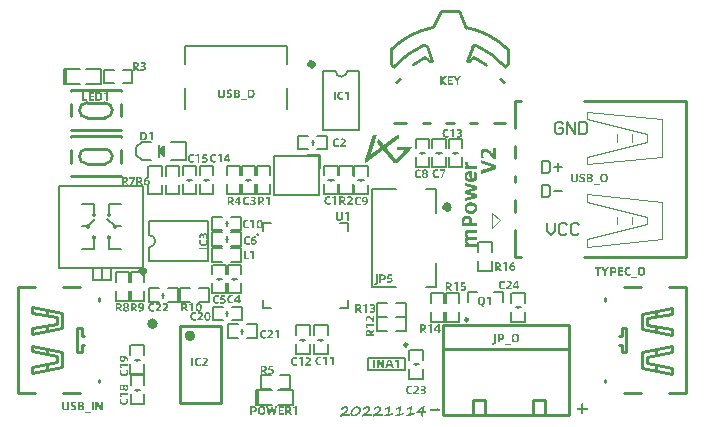
<source format=gto>
G04*
G04 #@! TF.GenerationSoftware,Altium Limited,Altium Designer,22.2.1 (43)*
G04*
G04 Layer_Color=65535*
%FSLAX25Y25*%
%MOIN*%
G70*
G04*
G04 #@! TF.SameCoordinates,7E0105E5-CDA3-4412-BB16-D98C73C22E17*
G04*
G04*
G04 #@! TF.FilePolarity,Positive*
G04*
G01*
G75*
%ADD10C,0.00591*%
%ADD11C,0.00800*%
%ADD12C,0.01968*%
%ADD13C,0.00984*%
%ADD14C,0.00984*%
%ADD15C,0.01000*%
%ADD16C,0.00019*%
%ADD17C,0.00500*%
%ADD18C,0.00600*%
%ADD19C,0.00980*%
%ADD20C,0.00787*%
%ADD21C,0.00591*%
%ADD22C,0.00700*%
%ADD23C,0.00394*%
G36*
X127272Y2295D02*
X127329Y2279D01*
X127345D01*
X127378Y2263D01*
X127436Y2246D01*
X127493Y2222D01*
X127509Y2213D01*
X127542Y2205D01*
X127591Y2181D01*
X127649Y2156D01*
X127665Y2148D01*
X127698Y2140D01*
X127739Y2115D01*
X127772Y2099D01*
X127780D01*
X127788Y2090D01*
X127813Y2049D01*
X127821Y2041D01*
X127829Y2033D01*
X127854Y1984D01*
Y1976D01*
X127862Y1959D01*
X127878Y1910D01*
Y1902D01*
X127887Y1885D01*
X127895Y1836D01*
Y1828D01*
Y1812D01*
X127887Y1779D01*
Y1738D01*
X127854Y1656D01*
X127829Y1615D01*
X127796Y1582D01*
X127780Y1566D01*
X127755Y1557D01*
X127723Y1541D01*
X127673Y1525D01*
X127624Y1516D01*
X127550Y1500D01*
X127411D01*
X127370Y1508D01*
X127362D01*
X127329Y1516D01*
X127280Y1533D01*
X127231Y1541D01*
X127222D01*
X127190Y1549D01*
X127149Y1566D01*
X127108Y1574D01*
X127099D01*
X127075Y1582D01*
X127050Y1590D01*
X127009D01*
X126960Y1582D01*
X126903D01*
X126870Y1574D01*
X126812D01*
X126780Y1566D01*
X126607D01*
X126542Y1574D01*
X126525D01*
X126476Y1582D01*
X126411D01*
X126337Y1590D01*
X126320D01*
X126271Y1598D01*
X126115D01*
X126074Y1607D01*
X125886D01*
X125796Y1598D01*
X125623D01*
X125509Y1590D01*
X125451D01*
X125418Y1582D01*
X125328D01*
X125222Y1574D01*
X125148D01*
X125082Y1566D01*
X124877D01*
X124803Y1574D01*
X124787D01*
X124746Y1590D01*
X124697Y1598D01*
X124639Y1623D01*
X124631Y1631D01*
X124598Y1648D01*
X124566Y1672D01*
X124533Y1713D01*
X124525Y1721D01*
X124516Y1762D01*
X124508Y1812D01*
X124500Y1877D01*
Y1885D01*
Y1894D01*
X124508Y1935D01*
X124525Y1984D01*
X124557Y2033D01*
X124566Y2041D01*
X124598Y2074D01*
X124639Y2107D01*
X124697Y2140D01*
X124705D01*
X124713Y2148D01*
X124754Y2164D01*
X124820Y2189D01*
X124894Y2213D01*
X124902D01*
X124910Y2222D01*
X124959Y2230D01*
X125025Y2238D01*
X125099Y2246D01*
X125115D01*
X125164Y2254D01*
X125222Y2263D01*
X125304D01*
X125336Y2271D01*
X125435D01*
X125468Y2263D01*
X125525Y2254D01*
X125541D01*
X125574Y2246D01*
X125615Y2238D01*
X125664Y2230D01*
X126173D01*
X126222Y2238D01*
X126484D01*
X126517Y2246D01*
X126599D01*
X126681Y2254D01*
X126698D01*
X126747Y2263D01*
X126804Y2271D01*
X126870Y2279D01*
X126878D01*
X126894Y2287D01*
X126927D01*
X126968Y2295D01*
X127075Y2304D01*
X127231D01*
X127272Y2295D01*
D02*
G37*
G36*
X175386Y4133D02*
X175427Y4116D01*
X175460Y4100D01*
X175501Y4067D01*
X175542Y4026D01*
X175583Y3969D01*
Y3960D01*
X175599Y3944D01*
X175607Y3919D01*
X175624Y3887D01*
X175648Y3813D01*
X175665Y3739D01*
Y3723D01*
Y3682D01*
Y3608D01*
X175657Y3518D01*
Y3509D01*
Y3493D01*
Y3468D01*
X175648Y3436D01*
X175640Y3345D01*
X175632Y3247D01*
Y3239D01*
Y3222D01*
Y3198D01*
X175624Y3165D01*
X175616Y3083D01*
X175607Y2993D01*
Y2985D01*
Y2976D01*
Y2927D01*
X175599Y2878D01*
Y2837D01*
Y2722D01*
Y2714D01*
Y2706D01*
Y2657D01*
Y2648D01*
Y2632D01*
Y2607D01*
X175607Y2566D01*
X176190D01*
X176239Y2575D01*
X176690D01*
X176796Y2566D01*
X176903Y2550D01*
X176911D01*
X176928Y2542D01*
X176977Y2534D01*
X177042Y2509D01*
X177108Y2468D01*
X177116Y2460D01*
X177149Y2427D01*
X177182Y2378D01*
X177206Y2312D01*
X177215Y2296D01*
X177223Y2247D01*
X177231Y2181D01*
Y2083D01*
X177198Y2017D01*
X177190Y2009D01*
X177182Y2001D01*
X177149Y1976D01*
X177108Y1951D01*
X177051Y1927D01*
X176977Y1910D01*
X176878Y1894D01*
X176764Y1886D01*
X176632D01*
X176591Y1894D01*
X176526D01*
X176452Y1902D01*
X176436D01*
X176386Y1910D01*
X176321Y1919D01*
X176247Y1927D01*
X176231D01*
X176198Y1935D01*
X175591D01*
Y1919D01*
X175575Y1886D01*
X175566Y1828D01*
X175550Y1763D01*
Y1746D01*
Y1705D01*
X175542Y1640D01*
Y1558D01*
Y1550D01*
Y1509D01*
Y1459D01*
Y1402D01*
Y1254D01*
X175534Y1189D01*
Y1123D01*
Y1115D01*
Y1099D01*
Y1074D01*
Y1033D01*
Y959D01*
Y894D01*
Y885D01*
Y861D01*
Y828D01*
X175525Y812D01*
Y803D01*
Y795D01*
Y787D01*
Y771D01*
Y738D01*
X175517Y705D01*
X175493Y631D01*
X175476Y598D01*
X175452Y566D01*
X175435Y557D01*
X175419Y549D01*
X175394Y533D01*
X175353Y525D01*
X175312Y508D01*
X175255Y500D01*
X175124D01*
X175058Y508D01*
X174992Y516D01*
X174984D01*
X174951Y533D01*
X174910Y549D01*
X174878Y574D01*
X174869Y582D01*
X174853Y607D01*
X174837Y639D01*
X174820Y689D01*
Y705D01*
X174812Y738D01*
X174804Y795D01*
Y861D01*
Y869D01*
Y902D01*
Y951D01*
X174812Y1008D01*
Y1025D01*
X174820Y1066D01*
X174837Y1131D01*
X174845Y1213D01*
Y1222D01*
Y1238D01*
X174853Y1263D01*
Y1295D01*
X174869Y1394D01*
X174878Y1509D01*
Y1517D01*
Y1541D01*
X174886Y1582D01*
Y1632D01*
X174894Y1689D01*
X174902Y1763D01*
X174910Y1845D01*
X174919Y1935D01*
X174623D01*
X174566Y1927D01*
X174271D01*
X173885Y1886D01*
X173836D01*
X173795Y1894D01*
X173738Y1910D01*
X173730Y1919D01*
X173697Y1927D01*
X173656Y1951D01*
X173615Y1984D01*
X173607Y1992D01*
X173590Y2017D01*
X173557Y2050D01*
X173533Y2091D01*
X173525Y2099D01*
X173516Y2132D01*
X173508Y2173D01*
X173500Y2222D01*
Y2230D01*
Y2247D01*
X173508Y2279D01*
X173516Y2320D01*
X173525Y2329D01*
X173533Y2353D01*
X173557Y2386D01*
X173582Y2427D01*
X173590Y2435D01*
X173607Y2460D01*
X173639Y2493D01*
X173680Y2517D01*
X173689Y2525D01*
X173721Y2542D01*
X173754Y2550D01*
X173803Y2558D01*
X173885D01*
X173935Y2550D01*
X174025D01*
X174074Y2542D01*
X174156D01*
X174197Y2534D01*
X174230D01*
X174246Y2525D01*
X174853D01*
X174968Y2542D01*
Y2550D01*
X174976Y2566D01*
Y2624D01*
Y2632D01*
X174984Y2657D01*
Y2706D01*
Y2714D01*
Y2722D01*
Y2763D01*
Y2821D01*
X174976Y2894D01*
Y2903D01*
Y2911D01*
Y2960D01*
X174968Y3034D01*
X174960Y3132D01*
Y3140D01*
Y3149D01*
X174951Y3190D01*
Y3247D01*
X174943Y3296D01*
Y3313D01*
Y3337D01*
Y3378D01*
Y3411D01*
Y3419D01*
Y3436D01*
Y3460D01*
X174935Y3485D01*
Y3493D01*
Y3501D01*
Y3542D01*
Y3550D01*
Y3575D01*
Y3608D01*
X174943Y3673D01*
Y3682D01*
Y3690D01*
X174951Y3739D01*
X174968Y3796D01*
X174984Y3870D01*
Y3878D01*
X174992Y3887D01*
X175017Y3936D01*
X175050Y3993D01*
X175107Y4059D01*
X175124Y4075D01*
X175165Y4100D01*
X175238Y4124D01*
X175337Y4141D01*
X175361D01*
X175386Y4133D01*
D02*
G37*
G36*
X146500Y85588D02*
X145571D01*
X145564Y85595D01*
X145544Y85623D01*
X145517Y85657D01*
X145475Y85704D01*
X145428Y85766D01*
X145373Y85834D01*
X145312Y85916D01*
X145243Y85998D01*
X145093Y86183D01*
X144929Y86374D01*
X144772Y86565D01*
X144615Y86743D01*
X144608Y86750D01*
X144594Y86763D01*
X144574Y86784D01*
X144547Y86818D01*
X144472Y86900D01*
X144383Y87002D01*
X144273Y87111D01*
X144157Y87227D01*
X144041Y87337D01*
X143925Y87439D01*
X143918D01*
X143911Y87453D01*
X143877Y87480D01*
X143823Y87521D01*
X143747Y87576D01*
X143672Y87637D01*
X143584Y87692D01*
X143495Y87747D01*
X143413Y87788D01*
X143399Y87794D01*
X143372Y87801D01*
X143331Y87822D01*
X143276Y87842D01*
X143208Y87856D01*
X143133Y87876D01*
X143058Y87883D01*
X142976Y87890D01*
X142969D01*
X142942D01*
X142901D01*
X142860Y87883D01*
X142750Y87863D01*
X142696Y87842D01*
X142641Y87822D01*
X142634D01*
X142621Y87808D01*
X142593Y87794D01*
X142566Y87781D01*
X142491Y87726D01*
X142429Y87651D01*
X142422Y87644D01*
X142416Y87630D01*
X142402Y87610D01*
X142388Y87576D01*
X142368Y87535D01*
X142354Y87487D01*
X142327Y87378D01*
Y87371D01*
X142320Y87350D01*
X142313Y87316D01*
X142306Y87275D01*
Y87227D01*
X142299Y87173D01*
X142293Y87043D01*
Y86954D01*
X142299Y86893D01*
Y86818D01*
X142306Y86736D01*
X142313Y86640D01*
X142327Y86545D01*
Y86531D01*
X142334Y86497D01*
X142341Y86442D01*
X142354Y86367D01*
X142375Y86271D01*
X142395Y86162D01*
X142416Y86032D01*
X142450Y85896D01*
X141589D01*
Y85903D01*
X141582Y85909D01*
X141576Y85950D01*
X141555Y86012D01*
X141535Y86094D01*
X141514Y86196D01*
X141494Y86305D01*
X141473Y86415D01*
X141453Y86538D01*
Y86551D01*
X141446Y86592D01*
X141439Y86661D01*
X141432Y86743D01*
X141425Y86838D01*
X141419Y86954D01*
X141412Y87077D01*
Y87275D01*
X141419Y87330D01*
X141425Y87398D01*
X141432Y87480D01*
X141439Y87562D01*
X141460Y87658D01*
X141500Y87863D01*
X141562Y88068D01*
X141603Y88177D01*
X141651Y88279D01*
X141712Y88375D01*
X141774Y88464D01*
X141780Y88471D01*
X141787Y88484D01*
X141808Y88505D01*
X141842Y88539D01*
X141876Y88573D01*
X141924Y88614D01*
X141979Y88655D01*
X142040Y88703D01*
X142115Y88744D01*
X142197Y88785D01*
X142286Y88826D01*
X142382Y88860D01*
X142491Y88894D01*
X142607Y88915D01*
X142730Y88928D01*
X142866Y88935D01*
X142873D01*
X142880D01*
X142921D01*
X142982Y88928D01*
X143064D01*
X143153Y88915D01*
X143256Y88901D01*
X143358Y88880D01*
X143467Y88853D01*
X143481Y88846D01*
X143515Y88839D01*
X143570Y88819D01*
X143645Y88785D01*
X143727Y88751D01*
X143830Y88696D01*
X143932Y88635D01*
X144041Y88566D01*
X144055Y88559D01*
X144089Y88532D01*
X144150Y88484D01*
X144232Y88423D01*
X144321Y88341D01*
X144430Y88245D01*
X144547Y88129D01*
X144670Y88006D01*
X144676Y87999D01*
X144683Y87993D01*
X144704Y87972D01*
X144731Y87945D01*
X144758Y87904D01*
X144799Y87863D01*
X144840Y87815D01*
X144895Y87760D01*
X145011Y87624D01*
X145141Y87473D01*
X145291Y87289D01*
X145455Y87091D01*
X145626Y86878D01*
Y89078D01*
X146500D01*
Y85588D01*
D02*
G37*
G36*
Y83444D02*
Y82194D01*
X141487Y80500D01*
Y81627D01*
X145282Y82843D01*
X141487Y84093D01*
Y85165D01*
X146500Y83444D01*
D02*
G37*
G36*
X122526Y3180D02*
X122592Y3164D01*
X122657Y3136D01*
X122663D01*
X122668Y3131D01*
X122695Y3104D01*
X122723Y3065D01*
X122728Y3043D01*
X122734Y3016D01*
Y3011D01*
X122728Y2994D01*
X122717Y2967D01*
X122706Y2929D01*
Y2918D01*
X122701Y2896D01*
X122690Y2858D01*
X122674Y2809D01*
Y2803D01*
Y2798D01*
X122663Y2765D01*
X122652Y2721D01*
X122635Y2667D01*
Y2661D01*
Y2656D01*
X122625Y2623D01*
X122614Y2585D01*
X122603Y2541D01*
Y2536D01*
X122592Y2509D01*
X122581Y2476D01*
X122570Y2432D01*
X122554Y2377D01*
X122532Y2323D01*
X122499Y2203D01*
Y2197D01*
X122493Y2175D01*
X122488Y2143D01*
X122477Y2104D01*
X122466Y2061D01*
X122455Y2012D01*
X122433Y1902D01*
Y1897D01*
X122428Y1881D01*
Y1853D01*
X122422Y1815D01*
X122412Y1777D01*
X122406Y1728D01*
X122390Y1635D01*
Y1629D01*
Y1613D01*
X122384Y1591D01*
X122379Y1558D01*
X122368Y1487D01*
X122352Y1405D01*
X122406D01*
X122466Y1400D01*
X122543Y1395D01*
X122619D01*
X122657Y1389D01*
X122892D01*
X122979Y1378D01*
X123023Y1373D01*
X123061Y1367D01*
X123067D01*
X123078Y1362D01*
X123100Y1356D01*
X123121Y1351D01*
X123170Y1329D01*
X123220Y1302D01*
X123231Y1296D01*
X123247Y1269D01*
X123274Y1236D01*
X123291Y1187D01*
Y1182D01*
X123296Y1176D01*
X123301Y1144D01*
X123307Y1094D01*
X123312Y1034D01*
Y1029D01*
Y1012D01*
X123301Y985D01*
X123291Y958D01*
X123285Y952D01*
X123280Y936D01*
X123263Y914D01*
X123241Y887D01*
X123236Y881D01*
X123220Y871D01*
X123198Y860D01*
X123165Y843D01*
X123160D01*
X123138Y838D01*
X123110Y832D01*
X123078Y827D01*
X123045D01*
X123023Y832D01*
X122974Y843D01*
X122925Y860D01*
X122919D01*
X122903Y865D01*
X122881Y876D01*
X122854Y887D01*
X122816Y892D01*
X122772Y903D01*
X122668Y925D01*
X122663D01*
X122646Y931D01*
X122614D01*
X122581Y936D01*
X122537Y941D01*
X122488D01*
X122384Y947D01*
X122270D01*
Y941D01*
X122264Y931D01*
X122259Y909D01*
X122253Y876D01*
X122242Y805D01*
X122226Y723D01*
Y718D01*
Y707D01*
X122220Y685D01*
Y658D01*
X122215Y592D01*
Y516D01*
Y510D01*
Y488D01*
X122210Y455D01*
Y423D01*
Y417D01*
Y395D01*
Y368D01*
Y335D01*
Y330D01*
Y313D01*
Y292D01*
Y259D01*
Y221D01*
Y177D01*
X122215Y73D01*
X122226Y62D01*
X122242Y40D01*
X122275Y2D01*
X122302Y-41D01*
X122308Y-52D01*
X122324Y-74D01*
X122335Y-101D01*
X122341Y-129D01*
Y-140D01*
X122335Y-161D01*
X122330Y-200D01*
X122308Y-238D01*
X122302Y-249D01*
X122286Y-271D01*
X122264Y-303D01*
X122231Y-336D01*
X122226Y-342D01*
X122204Y-358D01*
X122171Y-380D01*
X122133Y-402D01*
X122122Y-407D01*
X122100Y-413D01*
X122062Y-424D01*
X122024Y-429D01*
X121980D01*
X121942Y-424D01*
X121931D01*
X121909Y-418D01*
X121876Y-407D01*
X121838Y-396D01*
X121827Y-391D01*
X121806Y-385D01*
X121773Y-363D01*
X121734Y-342D01*
X121729Y-336D01*
X121707Y-320D01*
X121685Y-287D01*
X121663Y-249D01*
Y-243D01*
X121658Y-227D01*
X121653Y-205D01*
X121647Y-178D01*
X121636Y-107D01*
X121631Y-25D01*
Y-14D01*
Y8D01*
Y46D01*
Y95D01*
Y101D01*
Y111D01*
Y128D01*
X121636Y150D01*
Y199D01*
X121642Y264D01*
Y270D01*
Y281D01*
X121647Y297D01*
Y319D01*
X121653Y374D01*
X121658Y434D01*
Y439D01*
Y445D01*
X121663Y477D01*
Y521D01*
X121669Y554D01*
Y559D01*
Y570D01*
Y587D01*
X121674Y614D01*
Y674D01*
X121680Y739D01*
Y745D01*
Y756D01*
X121685Y772D01*
Y800D01*
X121696Y860D01*
X121707Y925D01*
X121543D01*
X121467Y920D01*
X121385Y914D01*
X121303Y909D01*
X121221Y903D01*
X121210D01*
X121188Y898D01*
X121150Y892D01*
X121101Y887D01*
X121046Y881D01*
X120986Y871D01*
X120872Y843D01*
X120866D01*
X120844Y838D01*
X120812Y827D01*
X120768Y816D01*
X120719Y805D01*
X120659Y794D01*
X120539Y772D01*
X120533D01*
X120511Y767D01*
X120484D01*
X120440Y761D01*
X120397Y756D01*
X120348D01*
X120244Y750D01*
X120217D01*
X120184Y756D01*
X120151Y767D01*
X120146Y772D01*
X120124Y783D01*
X120091Y800D01*
X120058Y816D01*
X120053Y821D01*
X120031Y838D01*
X120004Y860D01*
X119971Y887D01*
X119965Y892D01*
X119944Y914D01*
X119922Y936D01*
X119895Y969D01*
Y974D01*
X119905Y996D01*
X119922Y1029D01*
X119949Y1072D01*
Y1078D01*
X119955Y1083D01*
X119976Y1116D01*
X120009Y1160D01*
X120053Y1214D01*
X120058Y1220D01*
X120064Y1225D01*
X120080Y1242D01*
X120097Y1264D01*
X120140Y1313D01*
X120200Y1373D01*
X120206Y1378D01*
X120217Y1389D01*
X120233Y1405D01*
X120255Y1427D01*
X120304Y1482D01*
X120370Y1542D01*
X120375Y1548D01*
X120386Y1558D01*
X120402Y1575D01*
X120424Y1591D01*
X120479Y1646D01*
X120544Y1706D01*
X120550Y1711D01*
X120561Y1722D01*
X120577Y1733D01*
X120599Y1755D01*
X120653Y1804D01*
X120713Y1853D01*
X120719D01*
X120724Y1864D01*
X120757Y1886D01*
X120801Y1924D01*
X120861Y1973D01*
X120926Y2028D01*
X120997Y2088D01*
X121068Y2148D01*
X121134Y2203D01*
X121139Y2208D01*
X121167Y2230D01*
X121199Y2257D01*
X121238Y2290D01*
X121287Y2328D01*
X121341Y2372D01*
X121440Y2454D01*
X121445Y2459D01*
X121461Y2470D01*
X121483Y2492D01*
X121511Y2519D01*
X121576Y2574D01*
X121642Y2629D01*
X121647Y2634D01*
X121658Y2640D01*
X121691Y2667D01*
X121729Y2705D01*
X121773Y2738D01*
X121784Y2743D01*
X121806Y2765D01*
X121833Y2781D01*
X121860Y2803D01*
X121865Y2809D01*
X121882Y2820D01*
X121920Y2847D01*
X121926Y2852D01*
X121953Y2869D01*
X121986Y2896D01*
X122035Y2934D01*
X122040Y2940D01*
X122046Y2945D01*
X122079Y2973D01*
X122128Y3011D01*
X122182Y3049D01*
X122188D01*
X122199Y3060D01*
X122210Y3071D01*
X122231Y3082D01*
X122281Y3109D01*
X122335Y3142D01*
X122341D01*
X122346Y3147D01*
X122379Y3164D01*
X122417Y3180D01*
X122450Y3185D01*
X122493D01*
X122526Y3180D01*
D02*
G37*
G36*
X107386Y3022D02*
X107429Y3016D01*
X107484Y3005D01*
X107538Y2994D01*
X107598Y2973D01*
X107659Y2945D01*
X107664Y2940D01*
X107686Y2929D01*
X107719Y2912D01*
X107757Y2891D01*
X107801Y2863D01*
X107850Y2825D01*
X107904Y2787D01*
X107953Y2738D01*
X107959Y2732D01*
X107975Y2716D01*
X108003Y2689D01*
X108030Y2656D01*
X108068Y2612D01*
X108101Y2563D01*
X108172Y2454D01*
X108177Y2448D01*
X108183Y2427D01*
X108199Y2399D01*
X108215Y2361D01*
X108226Y2312D01*
X108243Y2263D01*
X108248Y2203D01*
X108254Y2148D01*
Y2143D01*
Y2132D01*
Y2110D01*
X108248Y2088D01*
Y2055D01*
X108243Y2017D01*
X108226Y1935D01*
Y1930D01*
X108221Y1913D01*
X108215Y1891D01*
X108205Y1859D01*
X108188Y1821D01*
X108172Y1777D01*
X108144Y1728D01*
X108117Y1678D01*
X108112Y1673D01*
X108106Y1657D01*
X108090Y1629D01*
X108068Y1602D01*
X108041Y1558D01*
X108013Y1520D01*
X107942Y1422D01*
X107937Y1417D01*
X107926Y1400D01*
X107910Y1373D01*
X107882Y1340D01*
X107855Y1302D01*
X107822Y1258D01*
X107746Y1165D01*
X107740Y1160D01*
X107724Y1144D01*
X107702Y1122D01*
X107669Y1089D01*
X107631Y1051D01*
X107588Y1007D01*
X107489Y914D01*
X107484Y909D01*
X107467Y892D01*
X107435Y871D01*
X107396Y843D01*
X107353Y805D01*
X107304Y767D01*
X107189Y685D01*
X107184Y679D01*
X107162Y668D01*
X107134Y647D01*
X107091Y619D01*
X107047Y587D01*
X106992Y554D01*
X106872Y477D01*
X106867Y472D01*
X106845Y461D01*
X106812Y445D01*
X106774Y423D01*
X106725Y395D01*
X106670Y368D01*
X106556Y313D01*
X106561D01*
X106572Y319D01*
X106583D01*
X106605Y325D01*
X106659Y330D01*
X106730Y341D01*
X106736D01*
X106747Y346D01*
X106769D01*
X106796Y352D01*
X106829D01*
X106867Y357D01*
X106954Y363D01*
X106976D01*
X106998Y368D01*
X107031D01*
X107069Y374D01*
X107107D01*
X107200Y379D01*
X107249D01*
X107276Y384D01*
X107506D01*
X107566Y379D01*
X107637Y374D01*
X107653D01*
X107675Y368D01*
X107697D01*
X107762Y357D01*
X107833Y346D01*
X107850D01*
X107871Y341D01*
X107893D01*
X107953Y335D01*
X108019Y325D01*
X108035D01*
X108052Y319D01*
X108074D01*
X108128Y313D01*
X108226D01*
X108259Y319D01*
X108292Y325D01*
X108303D01*
X108325Y330D01*
X108352Y341D01*
X108385Y346D01*
X108390D01*
X108412Y352D01*
X108434Y357D01*
X108461Y363D01*
X108467D01*
X108489Y368D01*
X108510Y374D01*
X108549D01*
X108570Y368D01*
X108598Y363D01*
X108631Y346D01*
X108636Y341D01*
X108658Y330D01*
X108680Y313D01*
X108707Y286D01*
X108712Y281D01*
X108729Y264D01*
X108745Y243D01*
X108762Y210D01*
X108767Y204D01*
X108772Y188D01*
X108778Y166D01*
X108783Y144D01*
Y133D01*
X108778Y106D01*
X108772Y62D01*
X108751Y2D01*
X108745Y-3D01*
X108734Y-25D01*
X108712Y-52D01*
X108680Y-80D01*
X108669Y-85D01*
X108647Y-101D01*
X108609Y-123D01*
X108560Y-151D01*
X108554D01*
X108549Y-156D01*
X108516Y-167D01*
X108461Y-183D01*
X108401Y-200D01*
X108385D01*
X108368Y-205D01*
X108347D01*
X108286Y-211D01*
X108210Y-216D01*
X108074D01*
X108003Y-211D01*
X107986D01*
X107953Y-205D01*
X107904Y-194D01*
X107861Y-183D01*
X107855D01*
X107844Y-178D01*
X107828D01*
X107806Y-172D01*
X107746Y-156D01*
X107669Y-145D01*
X107664D01*
X107653Y-140D01*
X107631D01*
X107604Y-134D01*
X107571Y-129D01*
X107533D01*
X107446Y-118D01*
X107440D01*
X107424Y-112D01*
X107402D01*
X107369Y-107D01*
X107331D01*
X107287Y-101D01*
X107194Y-96D01*
X107151D01*
X107118Y-91D01*
X106851D01*
X106812Y-96D01*
X106720Y-101D01*
X106698D01*
X106670Y-107D01*
X106638D01*
X106599Y-112D01*
X106550Y-118D01*
X106452Y-134D01*
X106447D01*
X106430Y-140D01*
X106403Y-145D01*
X106370Y-151D01*
X106294Y-167D01*
X106206Y-194D01*
X106201D01*
X106190Y-200D01*
X106168Y-211D01*
X106141Y-222D01*
X106081Y-249D01*
X106026Y-287D01*
X106021Y-292D01*
X105999Y-314D01*
X105966Y-342D01*
X105939Y-374D01*
X105933Y-380D01*
X105917Y-402D01*
X105890Y-424D01*
X105862Y-445D01*
X105857Y-451D01*
X105840Y-462D01*
X105813Y-473D01*
X105775Y-484D01*
X105764D01*
X105742Y-489D01*
X105704Y-495D01*
X105649Y-500D01*
X105638D01*
X105606Y-495D01*
X105562Y-489D01*
X105513Y-473D01*
X105464Y-445D01*
X105420Y-402D01*
X105387Y-347D01*
X105382Y-309D01*
X105376Y-271D01*
Y-265D01*
Y-254D01*
Y-233D01*
X105382Y-205D01*
X105393Y-145D01*
X105409Y-74D01*
Y-69D01*
X105414Y-58D01*
X105426Y-41D01*
X105436Y-20D01*
X105469Y35D01*
X105507Y95D01*
X105513Y101D01*
X105518Y111D01*
X105546Y144D01*
X105589Y193D01*
X105644Y243D01*
X105649Y248D01*
X105660Y253D01*
X105677Y264D01*
X105693Y281D01*
X105748Y319D01*
X105808Y363D01*
X105813Y368D01*
X105830Y379D01*
X105851Y395D01*
X105884Y417D01*
X105922Y445D01*
X105972Y472D01*
X106070Y532D01*
X106075Y537D01*
X106097Y548D01*
X106124Y565D01*
X106163Y587D01*
X106206Y608D01*
X106255Y636D01*
X106365Y701D01*
X106370Y707D01*
X106392Y718D01*
X106419Y734D01*
X106457Y761D01*
X106501Y789D01*
X106550Y821D01*
X106654Y892D01*
X106659Y898D01*
X106676Y909D01*
X106703Y931D01*
X106741Y952D01*
X106780Y985D01*
X106823Y1018D01*
X106916Y1094D01*
X106922Y1100D01*
X106932Y1111D01*
X106949Y1127D01*
X106976Y1149D01*
X107025Y1198D01*
X107080Y1247D01*
X107085Y1253D01*
X107091Y1258D01*
X107123Y1285D01*
X107162Y1324D01*
X107200Y1362D01*
X107211Y1373D01*
X107227Y1389D01*
X107255Y1422D01*
X107282Y1449D01*
X107287Y1455D01*
X107304Y1476D01*
X107325Y1504D01*
X107347Y1531D01*
Y1537D01*
X107358Y1542D01*
X107380Y1575D01*
X107413Y1619D01*
X107451Y1673D01*
Y1678D01*
X107462Y1684D01*
X107478Y1717D01*
X107511Y1760D01*
X107538Y1810D01*
Y1815D01*
X107544Y1821D01*
X107566Y1853D01*
X107582Y1891D01*
X107604Y1941D01*
Y1946D01*
X107609Y1952D01*
X107615Y1984D01*
X107620Y2028D01*
X107626Y2077D01*
Y2083D01*
Y2094D01*
Y2110D01*
X107620Y2132D01*
X107609Y2181D01*
X107588Y2241D01*
Y2246D01*
X107582Y2257D01*
X107566Y2290D01*
X107533Y2334D01*
X107489Y2377D01*
Y2383D01*
X107478Y2388D01*
X107446Y2410D01*
X107402Y2443D01*
X107336Y2470D01*
X107331D01*
X107320Y2476D01*
X107304Y2481D01*
X107282Y2492D01*
X107216Y2503D01*
X107140Y2509D01*
X107123D01*
X107096Y2503D01*
X107063Y2492D01*
X107020Y2476D01*
X106965Y2448D01*
X106900Y2416D01*
X106818Y2372D01*
X106812D01*
X106807Y2366D01*
X106774Y2345D01*
X106725Y2317D01*
X106676Y2285D01*
X106670D01*
X106665Y2279D01*
X106638Y2257D01*
X106599Y2230D01*
X106556Y2197D01*
X106545Y2192D01*
X106523Y2170D01*
X106490Y2143D01*
X106452Y2110D01*
X106447Y2104D01*
X106425Y2083D01*
X106392Y2050D01*
X106359Y2012D01*
X106354Y2006D01*
X106343Y1990D01*
X106321Y1968D01*
X106299Y1946D01*
X106294Y1941D01*
X106277Y1935D01*
X106255Y1919D01*
X106223Y1908D01*
X106217D01*
X106195Y1902D01*
X106168Y1897D01*
X106130Y1886D01*
X106097D01*
X106059Y1881D01*
X106004D01*
X105982Y1886D01*
X105950Y1897D01*
X105917Y1919D01*
X105911Y1924D01*
X105890Y1946D01*
X105868Y1973D01*
X105840Y2006D01*
X105835Y2017D01*
X105824Y2039D01*
X105802Y2077D01*
X105786Y2115D01*
Y2121D01*
Y2126D01*
X105780Y2148D01*
X105775Y2181D01*
X105769Y2214D01*
Y2224D01*
X105775Y2241D01*
X105780Y2268D01*
X105791Y2296D01*
X105797Y2301D01*
X105808Y2317D01*
X105830Y2339D01*
X105857Y2361D01*
X105862Y2366D01*
X105884Y2383D01*
X105917Y2410D01*
X105961Y2437D01*
X105966D01*
X105972Y2443D01*
X105999Y2465D01*
X106048Y2497D01*
X106103Y2536D01*
X106108Y2541D01*
X106124Y2552D01*
X106146Y2568D01*
X106174Y2590D01*
X106245Y2640D01*
X106321Y2689D01*
X106326Y2694D01*
X106337Y2700D01*
X106359Y2716D01*
X106386Y2732D01*
X106447Y2771D01*
X106518Y2814D01*
X106523D01*
X106534Y2825D01*
X106550Y2836D01*
X106578Y2847D01*
X106632Y2874D01*
X106698Y2907D01*
X106703D01*
X106714Y2912D01*
X106730Y2923D01*
X106758Y2934D01*
X106818Y2956D01*
X106894Y2978D01*
X106900D01*
X106911Y2984D01*
X106927Y2989D01*
X106949Y2994D01*
X107003Y3005D01*
X107080Y3016D01*
X107102D01*
X107123Y3022D01*
X107189D01*
X107227Y3027D01*
X107353D01*
X107386Y3022D01*
D02*
G37*
G36*
X103760D02*
X103804Y3016D01*
X103858Y3005D01*
X103913Y2994D01*
X103973Y2973D01*
X104033Y2945D01*
X104039Y2940D01*
X104060Y2929D01*
X104093Y2912D01*
X104131Y2891D01*
X104175Y2863D01*
X104224Y2825D01*
X104279Y2787D01*
X104328Y2738D01*
X104333Y2732D01*
X104350Y2716D01*
X104377Y2689D01*
X104404Y2656D01*
X104443Y2612D01*
X104475Y2563D01*
X104546Y2454D01*
X104552Y2448D01*
X104557Y2427D01*
X104574Y2399D01*
X104590Y2361D01*
X104601Y2312D01*
X104617Y2263D01*
X104623Y2203D01*
X104628Y2148D01*
Y2143D01*
Y2132D01*
Y2110D01*
X104623Y2088D01*
Y2055D01*
X104617Y2017D01*
X104601Y1935D01*
Y1930D01*
X104595Y1913D01*
X104590Y1891D01*
X104579Y1859D01*
X104563Y1821D01*
X104546Y1777D01*
X104519Y1728D01*
X104492Y1678D01*
X104486Y1673D01*
X104481Y1657D01*
X104464Y1629D01*
X104443Y1602D01*
X104415Y1558D01*
X104388Y1520D01*
X104317Y1422D01*
X104312Y1417D01*
X104301Y1400D01*
X104284Y1373D01*
X104257Y1340D01*
X104230Y1302D01*
X104197Y1258D01*
X104121Y1165D01*
X104115Y1160D01*
X104099Y1144D01*
X104077Y1122D01*
X104044Y1089D01*
X104006Y1051D01*
X103962Y1007D01*
X103864Y914D01*
X103858Y909D01*
X103842Y892D01*
X103809Y871D01*
X103771Y843D01*
X103727Y805D01*
X103678Y767D01*
X103564Y685D01*
X103558Y679D01*
X103536Y668D01*
X103509Y647D01*
X103465Y619D01*
X103422Y587D01*
X103367Y554D01*
X103247Y477D01*
X103242Y472D01*
X103220Y461D01*
X103187Y445D01*
X103149Y423D01*
X103100Y395D01*
X103045Y368D01*
X102930Y313D01*
X102936D01*
X102947Y319D01*
X102957D01*
X102979Y325D01*
X103034Y330D01*
X103105Y341D01*
X103110D01*
X103121Y346D01*
X103143D01*
X103171Y352D01*
X103203D01*
X103242Y357D01*
X103329Y363D01*
X103351D01*
X103373Y368D01*
X103405D01*
X103444Y374D01*
X103482D01*
X103575Y379D01*
X103624D01*
X103651Y384D01*
X103880D01*
X103940Y379D01*
X104011Y374D01*
X104028D01*
X104050Y368D01*
X104071D01*
X104137Y357D01*
X104208Y346D01*
X104224D01*
X104246Y341D01*
X104268D01*
X104328Y335D01*
X104393Y325D01*
X104410D01*
X104426Y319D01*
X104448D01*
X104503Y313D01*
X104601D01*
X104634Y319D01*
X104666Y325D01*
X104677D01*
X104699Y330D01*
X104727Y341D01*
X104759Y346D01*
X104765D01*
X104787Y352D01*
X104808Y357D01*
X104836Y363D01*
X104841D01*
X104863Y368D01*
X104885Y374D01*
X104923D01*
X104945Y368D01*
X104972Y363D01*
X105005Y346D01*
X105010Y341D01*
X105032Y330D01*
X105054Y313D01*
X105081Y286D01*
X105087Y281D01*
X105103Y264D01*
X105120Y243D01*
X105136Y210D01*
X105141Y204D01*
X105147Y188D01*
X105152Y166D01*
X105158Y144D01*
Y133D01*
X105152Y106D01*
X105147Y62D01*
X105125Y2D01*
X105120Y-3D01*
X105109Y-25D01*
X105087Y-52D01*
X105054Y-80D01*
X105043Y-85D01*
X105021Y-101D01*
X104983Y-123D01*
X104934Y-151D01*
X104929D01*
X104923Y-156D01*
X104890Y-167D01*
X104836Y-183D01*
X104776Y-200D01*
X104759D01*
X104743Y-205D01*
X104721D01*
X104661Y-211D01*
X104585Y-216D01*
X104448D01*
X104377Y-211D01*
X104361D01*
X104328Y-205D01*
X104279Y-194D01*
X104235Y-183D01*
X104230D01*
X104219Y-178D01*
X104202D01*
X104181Y-172D01*
X104121Y-156D01*
X104044Y-145D01*
X104039D01*
X104028Y-140D01*
X104006D01*
X103979Y-134D01*
X103946Y-129D01*
X103908D01*
X103820Y-118D01*
X103815D01*
X103798Y-112D01*
X103777D01*
X103744Y-107D01*
X103706D01*
X103662Y-101D01*
X103569Y-96D01*
X103525D01*
X103493Y-91D01*
X103225D01*
X103187Y-96D01*
X103094Y-101D01*
X103072D01*
X103045Y-107D01*
X103012D01*
X102974Y-112D01*
X102925Y-118D01*
X102826Y-134D01*
X102821D01*
X102805Y-140D01*
X102777Y-145D01*
X102745Y-151D01*
X102668Y-167D01*
X102581Y-194D01*
X102575D01*
X102564Y-200D01*
X102543Y-211D01*
X102515Y-222D01*
X102455Y-249D01*
X102401Y-287D01*
X102395Y-292D01*
X102373Y-314D01*
X102341Y-342D01*
X102313Y-374D01*
X102308Y-380D01*
X102291Y-402D01*
X102264Y-424D01*
X102237Y-445D01*
X102231Y-451D01*
X102215Y-462D01*
X102188Y-473D01*
X102149Y-484D01*
X102138D01*
X102117Y-489D01*
X102078Y-495D01*
X102024Y-500D01*
X102013D01*
X101980Y-495D01*
X101936Y-489D01*
X101887Y-473D01*
X101838Y-445D01*
X101795Y-402D01*
X101762Y-347D01*
X101756Y-309D01*
X101751Y-271D01*
Y-265D01*
Y-254D01*
Y-233D01*
X101756Y-205D01*
X101767Y-145D01*
X101784Y-74D01*
Y-69D01*
X101789Y-58D01*
X101800Y-41D01*
X101811Y-20D01*
X101844Y35D01*
X101882Y95D01*
X101887Y101D01*
X101893Y111D01*
X101920Y144D01*
X101964Y193D01*
X102018Y243D01*
X102024Y248D01*
X102035Y253D01*
X102051Y264D01*
X102068Y281D01*
X102122Y319D01*
X102182Y363D01*
X102188Y368D01*
X102204Y379D01*
X102226Y395D01*
X102259Y417D01*
X102297Y445D01*
X102346Y472D01*
X102444Y532D01*
X102450Y537D01*
X102472Y548D01*
X102499Y565D01*
X102537Y587D01*
X102581Y608D01*
X102630Y636D01*
X102739Y701D01*
X102745Y707D01*
X102766Y718D01*
X102794Y734D01*
X102832Y761D01*
X102876Y789D01*
X102925Y821D01*
X103029Y892D01*
X103034Y898D01*
X103050Y909D01*
X103078Y931D01*
X103116Y952D01*
X103154Y985D01*
X103198Y1018D01*
X103291Y1094D01*
X103296Y1100D01*
X103307Y1111D01*
X103323Y1127D01*
X103351Y1149D01*
X103400Y1198D01*
X103454Y1247D01*
X103460Y1253D01*
X103465Y1258D01*
X103498Y1285D01*
X103536Y1324D01*
X103575Y1362D01*
X103585Y1373D01*
X103602Y1389D01*
X103629Y1422D01*
X103656Y1449D01*
X103662Y1455D01*
X103678Y1476D01*
X103700Y1504D01*
X103722Y1531D01*
Y1537D01*
X103733Y1542D01*
X103755Y1575D01*
X103788Y1619D01*
X103826Y1673D01*
Y1678D01*
X103837Y1684D01*
X103853Y1717D01*
X103886Y1760D01*
X103913Y1810D01*
Y1815D01*
X103919Y1821D01*
X103940Y1853D01*
X103957Y1891D01*
X103979Y1941D01*
Y1946D01*
X103984Y1952D01*
X103990Y1984D01*
X103995Y2028D01*
X104000Y2077D01*
Y2083D01*
Y2094D01*
Y2110D01*
X103995Y2132D01*
X103984Y2181D01*
X103962Y2241D01*
Y2246D01*
X103957Y2257D01*
X103940Y2290D01*
X103908Y2334D01*
X103864Y2377D01*
Y2383D01*
X103853Y2388D01*
X103820Y2410D01*
X103777Y2443D01*
X103711Y2470D01*
X103706D01*
X103695Y2476D01*
X103678Y2481D01*
X103656Y2492D01*
X103591Y2503D01*
X103515Y2509D01*
X103498D01*
X103471Y2503D01*
X103438Y2492D01*
X103394Y2476D01*
X103340Y2448D01*
X103274Y2416D01*
X103192Y2372D01*
X103187D01*
X103181Y2366D01*
X103149Y2345D01*
X103100Y2317D01*
X103050Y2285D01*
X103045D01*
X103039Y2279D01*
X103012Y2257D01*
X102974Y2230D01*
X102930Y2197D01*
X102919Y2192D01*
X102898Y2170D01*
X102865Y2143D01*
X102826Y2110D01*
X102821Y2104D01*
X102799Y2083D01*
X102766Y2050D01*
X102734Y2012D01*
X102728Y2006D01*
X102717Y1990D01*
X102696Y1968D01*
X102674Y1946D01*
X102668Y1941D01*
X102652Y1935D01*
X102630Y1919D01*
X102597Y1908D01*
X102592D01*
X102570Y1902D01*
X102543Y1897D01*
X102504Y1886D01*
X102472D01*
X102433Y1881D01*
X102379D01*
X102357Y1886D01*
X102324Y1897D01*
X102291Y1919D01*
X102286Y1924D01*
X102264Y1946D01*
X102242Y1973D01*
X102215Y2006D01*
X102209Y2017D01*
X102199Y2039D01*
X102177Y2077D01*
X102160Y2115D01*
Y2121D01*
Y2126D01*
X102155Y2148D01*
X102149Y2181D01*
X102144Y2214D01*
Y2224D01*
X102149Y2241D01*
X102155Y2268D01*
X102166Y2296D01*
X102171Y2301D01*
X102182Y2317D01*
X102204Y2339D01*
X102231Y2361D01*
X102237Y2366D01*
X102259Y2383D01*
X102291Y2410D01*
X102335Y2437D01*
X102341D01*
X102346Y2443D01*
X102373Y2465D01*
X102422Y2497D01*
X102477Y2536D01*
X102482Y2541D01*
X102499Y2552D01*
X102521Y2568D01*
X102548Y2590D01*
X102619Y2640D01*
X102696Y2689D01*
X102701Y2694D01*
X102712Y2700D01*
X102734Y2716D01*
X102761Y2732D01*
X102821Y2771D01*
X102892Y2814D01*
X102898D01*
X102908Y2825D01*
X102925Y2836D01*
X102952Y2847D01*
X103007Y2874D01*
X103072Y2907D01*
X103078D01*
X103089Y2912D01*
X103105Y2923D01*
X103132Y2934D01*
X103192Y2956D01*
X103269Y2978D01*
X103274D01*
X103285Y2984D01*
X103302Y2989D01*
X103323Y2994D01*
X103378Y3005D01*
X103454Y3016D01*
X103476D01*
X103498Y3022D01*
X103564D01*
X103602Y3027D01*
X103727D01*
X103760Y3022D01*
D02*
G37*
G36*
X96509D02*
X96553Y3016D01*
X96608Y3005D01*
X96662Y2994D01*
X96722Y2973D01*
X96782Y2945D01*
X96788Y2940D01*
X96810Y2929D01*
X96842Y2912D01*
X96881Y2891D01*
X96924Y2863D01*
X96973Y2825D01*
X97028Y2787D01*
X97077Y2738D01*
X97083Y2732D01*
X97099Y2716D01*
X97126Y2689D01*
X97154Y2656D01*
X97192Y2612D01*
X97224Y2563D01*
X97295Y2454D01*
X97301Y2448D01*
X97306Y2427D01*
X97323Y2399D01*
X97339Y2361D01*
X97350Y2312D01*
X97366Y2263D01*
X97372Y2203D01*
X97377Y2148D01*
Y2143D01*
Y2132D01*
Y2110D01*
X97372Y2088D01*
Y2055D01*
X97366Y2017D01*
X97350Y1935D01*
Y1930D01*
X97345Y1913D01*
X97339Y1891D01*
X97328Y1859D01*
X97312Y1821D01*
X97295Y1777D01*
X97268Y1728D01*
X97241Y1678D01*
X97236Y1673D01*
X97230Y1657D01*
X97214Y1629D01*
X97192Y1602D01*
X97164Y1558D01*
X97137Y1520D01*
X97066Y1422D01*
X97061Y1417D01*
X97050Y1400D01*
X97033Y1373D01*
X97006Y1340D01*
X96979Y1302D01*
X96946Y1258D01*
X96870Y1165D01*
X96864Y1160D01*
X96848Y1144D01*
X96826Y1122D01*
X96793Y1089D01*
X96755Y1051D01*
X96711Y1007D01*
X96613Y914D01*
X96608Y909D01*
X96591Y892D01*
X96558Y871D01*
X96520Y843D01*
X96477Y805D01*
X96427Y767D01*
X96313Y685D01*
X96307Y679D01*
X96285Y668D01*
X96258Y647D01*
X96214Y619D01*
X96171Y587D01*
X96116Y554D01*
X95996Y477D01*
X95991Y472D01*
X95969Y461D01*
X95936Y445D01*
X95898Y423D01*
X95849Y395D01*
X95794Y368D01*
X95679Y313D01*
X95685D01*
X95696Y319D01*
X95707D01*
X95728Y325D01*
X95783Y330D01*
X95854Y341D01*
X95859D01*
X95871Y346D01*
X95892D01*
X95920Y352D01*
X95952D01*
X95991Y357D01*
X96078Y363D01*
X96100D01*
X96122Y368D01*
X96154D01*
X96193Y374D01*
X96231D01*
X96324Y379D01*
X96373D01*
X96400Y384D01*
X96629D01*
X96689Y379D01*
X96760Y374D01*
X96777D01*
X96799Y368D01*
X96820D01*
X96886Y357D01*
X96957Y346D01*
X96973D01*
X96995Y341D01*
X97017D01*
X97077Y335D01*
X97143Y325D01*
X97159D01*
X97175Y319D01*
X97197D01*
X97252Y313D01*
X97350D01*
X97383Y319D01*
X97416Y325D01*
X97427D01*
X97448Y330D01*
X97476Y341D01*
X97509Y346D01*
X97514D01*
X97536Y352D01*
X97558Y357D01*
X97585Y363D01*
X97590D01*
X97612Y368D01*
X97634Y374D01*
X97672D01*
X97694Y368D01*
X97721Y363D01*
X97754Y346D01*
X97760Y341D01*
X97781Y330D01*
X97803Y313D01*
X97831Y286D01*
X97836Y281D01*
X97852Y264D01*
X97869Y243D01*
X97885Y210D01*
X97891Y204D01*
X97896Y188D01*
X97902Y166D01*
X97907Y144D01*
Y133D01*
X97902Y106D01*
X97896Y62D01*
X97874Y2D01*
X97869Y-3D01*
X97858Y-25D01*
X97836Y-52D01*
X97803Y-80D01*
X97792Y-85D01*
X97771Y-101D01*
X97732Y-123D01*
X97683Y-151D01*
X97678D01*
X97672Y-156D01*
X97640Y-167D01*
X97585Y-183D01*
X97525Y-200D01*
X97509D01*
X97492Y-205D01*
X97470D01*
X97410Y-211D01*
X97334Y-216D01*
X97197D01*
X97126Y-211D01*
X97110D01*
X97077Y-205D01*
X97028Y-194D01*
X96984Y-183D01*
X96979D01*
X96968Y-178D01*
X96952D01*
X96930Y-172D01*
X96870Y-156D01*
X96793Y-145D01*
X96788D01*
X96777Y-140D01*
X96755D01*
X96728Y-134D01*
X96695Y-129D01*
X96657D01*
X96569Y-118D01*
X96564D01*
X96548Y-112D01*
X96526D01*
X96493Y-107D01*
X96455D01*
X96411Y-101D01*
X96318Y-96D01*
X96275D01*
X96242Y-91D01*
X95974D01*
X95936Y-96D01*
X95843Y-101D01*
X95821D01*
X95794Y-107D01*
X95761D01*
X95723Y-112D01*
X95674Y-118D01*
X95576Y-134D01*
X95570D01*
X95554Y-140D01*
X95526Y-145D01*
X95494Y-151D01*
X95417Y-167D01*
X95330Y-194D01*
X95324D01*
X95314Y-200D01*
X95292Y-211D01*
X95264Y-222D01*
X95204Y-249D01*
X95150Y-287D01*
X95144Y-292D01*
X95122Y-314D01*
X95090Y-342D01*
X95062Y-374D01*
X95057Y-380D01*
X95041Y-402D01*
X95013Y-424D01*
X94986Y-445D01*
X94981Y-451D01*
X94964Y-462D01*
X94937Y-473D01*
X94899Y-484D01*
X94888D01*
X94866Y-489D01*
X94828Y-495D01*
X94773Y-500D01*
X94762D01*
X94729Y-495D01*
X94686Y-489D01*
X94636Y-473D01*
X94587Y-445D01*
X94544Y-402D01*
X94511Y-347D01*
X94506Y-309D01*
X94500Y-271D01*
Y-265D01*
Y-254D01*
Y-233D01*
X94506Y-205D01*
X94516Y-145D01*
X94533Y-74D01*
Y-69D01*
X94538Y-58D01*
X94549Y-41D01*
X94560Y-20D01*
X94593Y35D01*
X94631Y95D01*
X94636Y101D01*
X94642Y111D01*
X94669Y144D01*
X94713Y193D01*
X94767Y243D01*
X94773Y248D01*
X94784Y253D01*
X94800Y264D01*
X94817Y281D01*
X94871Y319D01*
X94931Y363D01*
X94937Y368D01*
X94953Y379D01*
X94975Y395D01*
X95008Y417D01*
X95046Y445D01*
X95095Y472D01*
X95193Y532D01*
X95199Y537D01*
X95221Y548D01*
X95248Y565D01*
X95286Y587D01*
X95330Y608D01*
X95379Y636D01*
X95488Y701D01*
X95494Y707D01*
X95516Y718D01*
X95543Y734D01*
X95581Y761D01*
X95625Y789D01*
X95674Y821D01*
X95778Y892D01*
X95783Y898D01*
X95799Y909D01*
X95827Y931D01*
X95865Y952D01*
X95903Y985D01*
X95947Y1018D01*
X96040Y1094D01*
X96045Y1100D01*
X96056Y1111D01*
X96073Y1127D01*
X96100Y1149D01*
X96149Y1198D01*
X96204Y1247D01*
X96209Y1253D01*
X96214Y1258D01*
X96247Y1285D01*
X96285Y1324D01*
X96324Y1362D01*
X96335Y1373D01*
X96351Y1389D01*
X96378Y1422D01*
X96406Y1449D01*
X96411Y1455D01*
X96427Y1476D01*
X96449Y1504D01*
X96471Y1531D01*
Y1537D01*
X96482Y1542D01*
X96504Y1575D01*
X96537Y1619D01*
X96575Y1673D01*
Y1678D01*
X96586Y1684D01*
X96602Y1717D01*
X96635Y1760D01*
X96662Y1810D01*
Y1815D01*
X96668Y1821D01*
X96689Y1853D01*
X96706Y1891D01*
X96728Y1941D01*
Y1946D01*
X96733Y1952D01*
X96739Y1984D01*
X96744Y2028D01*
X96750Y2077D01*
Y2083D01*
Y2094D01*
Y2110D01*
X96744Y2132D01*
X96733Y2181D01*
X96711Y2241D01*
Y2246D01*
X96706Y2257D01*
X96689Y2290D01*
X96657Y2334D01*
X96613Y2377D01*
Y2383D01*
X96602Y2388D01*
X96569Y2410D01*
X96526Y2443D01*
X96460Y2470D01*
X96455D01*
X96444Y2476D01*
X96427Y2481D01*
X96406Y2492D01*
X96340Y2503D01*
X96264Y2509D01*
X96247D01*
X96220Y2503D01*
X96187Y2492D01*
X96144Y2476D01*
X96089Y2448D01*
X96023Y2416D01*
X95941Y2372D01*
X95936D01*
X95930Y2366D01*
X95898Y2345D01*
X95849Y2317D01*
X95799Y2285D01*
X95794D01*
X95789Y2279D01*
X95761Y2257D01*
X95723Y2230D01*
X95679Y2197D01*
X95668Y2192D01*
X95647Y2170D01*
X95614Y2143D01*
X95576Y2110D01*
X95570Y2104D01*
X95548Y2083D01*
X95516Y2050D01*
X95483Y2012D01*
X95477Y2006D01*
X95466Y1990D01*
X95445Y1968D01*
X95423Y1946D01*
X95417Y1941D01*
X95401Y1935D01*
X95379Y1919D01*
X95346Y1908D01*
X95341D01*
X95319Y1902D01*
X95292Y1897D01*
X95253Y1886D01*
X95221D01*
X95183Y1881D01*
X95128D01*
X95106Y1886D01*
X95073Y1897D01*
X95041Y1919D01*
X95035Y1924D01*
X95013Y1946D01*
X94991Y1973D01*
X94964Y2006D01*
X94959Y2017D01*
X94948Y2039D01*
X94926Y2077D01*
X94910Y2115D01*
Y2121D01*
Y2126D01*
X94904Y2148D01*
X94899Y2181D01*
X94893Y2214D01*
Y2224D01*
X94899Y2241D01*
X94904Y2268D01*
X94915Y2296D01*
X94920Y2301D01*
X94931Y2317D01*
X94953Y2339D01*
X94981Y2361D01*
X94986Y2366D01*
X95008Y2383D01*
X95041Y2410D01*
X95084Y2437D01*
X95090D01*
X95095Y2443D01*
X95122Y2465D01*
X95172Y2497D01*
X95226Y2536D01*
X95232Y2541D01*
X95248Y2552D01*
X95270Y2568D01*
X95297Y2590D01*
X95368Y2640D01*
X95445Y2689D01*
X95450Y2694D01*
X95461Y2700D01*
X95483Y2716D01*
X95510Y2732D01*
X95570Y2771D01*
X95641Y2814D01*
X95647D01*
X95657Y2825D01*
X95674Y2836D01*
X95701Y2847D01*
X95756Y2874D01*
X95821Y2907D01*
X95827D01*
X95838Y2912D01*
X95854Y2923D01*
X95881Y2934D01*
X95941Y2956D01*
X96018Y2978D01*
X96023D01*
X96034Y2984D01*
X96051Y2989D01*
X96073Y2994D01*
X96127Y3005D01*
X96204Y3016D01*
X96225D01*
X96247Y3022D01*
X96313D01*
X96351Y3027D01*
X96477D01*
X96509Y3022D01*
D02*
G37*
G36*
X118377Y3076D02*
X118404Y3065D01*
X118437Y3049D01*
X118475Y3022D01*
X118508Y2989D01*
X118535Y2945D01*
X118540Y2940D01*
X118546Y2923D01*
X118557Y2902D01*
X118568Y2874D01*
X118589Y2803D01*
X118600Y2771D01*
Y2732D01*
Y2727D01*
Y2716D01*
X118595Y2705D01*
X118589Y2683D01*
X118573Y2629D01*
X118551Y2601D01*
X118529Y2574D01*
Y2563D01*
X118518Y2530D01*
X118508Y2487D01*
X118497Y2427D01*
X118480Y2350D01*
X118464Y2268D01*
X118442Y2181D01*
X118426Y2094D01*
Y2083D01*
X118420Y2055D01*
X118409Y2006D01*
X118398Y1946D01*
X118382Y1870D01*
X118366Y1788D01*
X118349Y1695D01*
X118333Y1602D01*
Y1591D01*
X118327Y1558D01*
X118322Y1515D01*
X118311Y1455D01*
X118300Y1384D01*
X118289Y1307D01*
X118273Y1149D01*
Y1138D01*
X118267Y1116D01*
Y1078D01*
X118262Y1029D01*
X118256Y974D01*
Y914D01*
X118251Y789D01*
Y783D01*
Y767D01*
Y728D01*
X118245Y679D01*
Y674D01*
Y663D01*
Y647D01*
Y630D01*
Y576D01*
Y510D01*
X118262D01*
X118278Y516D01*
X118300Y521D01*
X118360Y532D01*
X118437Y548D01*
X118442D01*
X118458Y554D01*
X118480Y559D01*
X118508Y565D01*
X118584Y587D01*
X118666Y608D01*
X118671D01*
X118688Y614D01*
X118710Y619D01*
X118737Y630D01*
X118802Y647D01*
X118873Y663D01*
X118879D01*
X118890Y668D01*
X118928Y679D01*
X118972Y690D01*
X118988D01*
X119004Y696D01*
X119021D01*
X119037Y701D01*
X119059D01*
X119119Y707D01*
X119185Y712D01*
X119223D01*
X119250Y718D01*
X119398D01*
Y712D01*
X119403Y707D01*
X119425Y668D01*
X119441Y630D01*
X119463Y587D01*
X119469Y581D01*
X119474Y559D01*
X119480Y526D01*
X119485Y494D01*
Y488D01*
Y472D01*
X119480Y450D01*
X119474Y423D01*
X119463Y395D01*
X119452Y363D01*
X119430Y341D01*
X119403Y319D01*
X119398D01*
X119392Y313D01*
X119359Y303D01*
X119316Y286D01*
X119267Y264D01*
X119256Y259D01*
X119228Y253D01*
X119185Y237D01*
X119135Y226D01*
X119125D01*
X119092Y215D01*
X119043Y204D01*
X118988Y193D01*
X118977D01*
X118944Y188D01*
X118890Y183D01*
X118830Y172D01*
X118824D01*
X118808Y166D01*
X118781D01*
X118748Y155D01*
X118710Y150D01*
X118666Y144D01*
X118568Y122D01*
X118562D01*
X118546Y117D01*
X118518Y111D01*
X118486Y106D01*
X118448Y101D01*
X118409Y90D01*
X118316Y62D01*
X118327Y-36D01*
Y-41D01*
X118322Y-63D01*
X118306Y-96D01*
X118278Y-129D01*
X118256Y-151D01*
X118229Y-167D01*
X118196Y-183D01*
X118153Y-194D01*
X118109Y-211D01*
X118054Y-216D01*
X117989Y-227D01*
X117912D01*
X117896Y-222D01*
X117874Y-216D01*
X117847Y-205D01*
X117841Y-200D01*
X117831Y-189D01*
X117792Y-161D01*
X117787Y-156D01*
X117781Y-145D01*
X117754Y-112D01*
Y-107D01*
X117749Y-101D01*
X117743Y-96D01*
X117732Y-91D01*
X117710D01*
X117683Y-101D01*
X117640Y-112D01*
X117634D01*
X117629Y-118D01*
X117596Y-123D01*
X117552Y-140D01*
X117498Y-156D01*
X117492D01*
X117487Y-161D01*
X117448Y-167D01*
X117405Y-183D01*
X117350Y-200D01*
X117345D01*
X117339Y-205D01*
X117312Y-211D01*
X117279Y-222D01*
X117246Y-227D01*
X117241D01*
X117225Y-233D01*
X117197Y-238D01*
X117165Y-249D01*
X117083Y-271D01*
X116995Y-287D01*
X116990D01*
X116979Y-292D01*
X116957D01*
X116930Y-298D01*
X116875Y-303D01*
X116815Y-309D01*
X116804D01*
X116766Y-303D01*
X116717Y-298D01*
X116668Y-282D01*
X116657Y-276D01*
X116635Y-265D01*
X116597Y-249D01*
X116564Y-222D01*
X116558Y-216D01*
X116542Y-194D01*
X116520Y-172D01*
X116504Y-140D01*
X116498Y-134D01*
X116493Y-112D01*
X116487Y-85D01*
X116482Y-58D01*
Y-52D01*
Y-47D01*
X116487Y-14D01*
X116504Y30D01*
X116537Y68D01*
X116548Y79D01*
X116575Y101D01*
X116619Y128D01*
X116679Y155D01*
X116684D01*
X116695Y161D01*
X116717Y172D01*
X116739Y177D01*
X116771Y188D01*
X116810Y199D01*
X116892Y221D01*
X116897D01*
X116913Y226D01*
X116941Y232D01*
X116973Y243D01*
X117012Y248D01*
X117055Y259D01*
X117154Y275D01*
X117159D01*
X117175Y281D01*
X117197Y286D01*
X117230Y292D01*
X117268Y297D01*
X117312Y308D01*
X117410Y325D01*
X117416D01*
X117432Y330D01*
X117459Y335D01*
X117492Y346D01*
X117574Y368D01*
X117661Y401D01*
Y406D01*
X117667Y423D01*
Y450D01*
X117672Y477D01*
Y516D01*
X117678Y559D01*
X117683Y652D01*
Y658D01*
Y674D01*
X117689Y696D01*
Y728D01*
X117694Y800D01*
X117705Y871D01*
Y876D01*
X117710Y898D01*
Y925D01*
X117716Y963D01*
X117721Y1007D01*
X117727Y1056D01*
X117743Y1171D01*
Y1176D01*
X117749Y1198D01*
X117754Y1231D01*
X117760Y1275D01*
X117765Y1324D01*
X117771Y1378D01*
X117787Y1493D01*
Y1498D01*
X117792Y1520D01*
X117798Y1553D01*
X117803Y1597D01*
X117814Y1640D01*
X117820Y1695D01*
X117841Y1810D01*
Y1815D01*
X117847Y1837D01*
X117852Y1864D01*
X117858Y1902D01*
X117874Y1990D01*
X117885Y2077D01*
Y2083D01*
X117891Y2099D01*
Y2121D01*
X117896Y2148D01*
X117907Y2208D01*
X117918Y2268D01*
Y2274D01*
X117923Y2279D01*
X117929Y2306D01*
X117934Y2339D01*
Y2350D01*
Y2356D01*
X117929Y2350D01*
X117907Y2345D01*
X117874Y2323D01*
X117825Y2296D01*
X117820D01*
X117814Y2290D01*
X117781Y2274D01*
X117738Y2246D01*
X117678Y2214D01*
X117672D01*
X117667Y2208D01*
X117629Y2186D01*
X117579Y2159D01*
X117525Y2126D01*
X117519D01*
X117514Y2121D01*
X117481Y2099D01*
X117438Y2077D01*
X117399Y2055D01*
X117394Y2050D01*
X117377Y2044D01*
X117345Y2028D01*
X117301Y2012D01*
X117296D01*
X117290Y2006D01*
X117257Y2001D01*
X117214Y1984D01*
X117159Y1968D01*
X117154D01*
X117148Y1963D01*
X117110Y1957D01*
X117061Y1941D01*
X117006Y1930D01*
X116995D01*
X116962Y1924D01*
X116919Y1919D01*
X116859D01*
X116826Y1924D01*
X116777Y1935D01*
X116728Y1963D01*
X116717Y1973D01*
X116700Y1995D01*
X116679Y2033D01*
X116673Y2061D01*
X116668Y2088D01*
Y2094D01*
Y2104D01*
X116673Y2137D01*
X116684Y2175D01*
X116700Y2214D01*
X116706Y2224D01*
X116728Y2241D01*
X116760Y2274D01*
X116810Y2301D01*
X116815D01*
X116821Y2306D01*
X116837Y2317D01*
X116859Y2328D01*
X116913Y2350D01*
X116984Y2383D01*
X116990D01*
X117001Y2388D01*
X117023Y2399D01*
X117055Y2416D01*
X117088Y2427D01*
X117132Y2448D01*
X117230Y2492D01*
X117235D01*
X117246Y2503D01*
X117268Y2514D01*
X117301Y2530D01*
X117312Y2536D01*
X117339Y2552D01*
X117377Y2574D01*
X117421Y2596D01*
X117427D01*
X117432Y2601D01*
X117465Y2623D01*
X117508Y2645D01*
X117563Y2678D01*
X117569D01*
X117574Y2683D01*
X117612Y2705D01*
X117656Y2732D01*
X117705Y2760D01*
X117710D01*
X117716Y2765D01*
X117743Y2781D01*
X117781Y2803D01*
X117825Y2825D01*
X117836Y2831D01*
X117858Y2842D01*
X117880Y2858D01*
X117902Y2869D01*
X117907D01*
X117912Y2880D01*
X117945Y2896D01*
X117989Y2929D01*
X118038Y2956D01*
X118043D01*
X118049Y2962D01*
X118082Y2978D01*
X118120Y3000D01*
X118164Y3022D01*
X118169D01*
X118175Y3027D01*
X118196Y3038D01*
X118229Y3054D01*
X118262Y3065D01*
X118267Y3071D01*
X118289Y3076D01*
X118306Y3082D01*
X118349D01*
X118377Y3076D01*
D02*
G37*
G36*
X114751D02*
X114778Y3065D01*
X114811Y3049D01*
X114849Y3022D01*
X114882Y2989D01*
X114910Y2945D01*
X114915Y2940D01*
X114920Y2923D01*
X114931Y2902D01*
X114942Y2874D01*
X114964Y2803D01*
X114975Y2771D01*
Y2732D01*
Y2727D01*
Y2716D01*
X114970Y2705D01*
X114964Y2683D01*
X114948Y2629D01*
X114926Y2601D01*
X114904Y2574D01*
Y2563D01*
X114893Y2530D01*
X114882Y2487D01*
X114871Y2427D01*
X114855Y2350D01*
X114839Y2268D01*
X114817Y2181D01*
X114800Y2094D01*
Y2083D01*
X114795Y2055D01*
X114784Y2006D01*
X114773Y1946D01*
X114757Y1870D01*
X114740Y1788D01*
X114724Y1695D01*
X114708Y1602D01*
Y1591D01*
X114702Y1558D01*
X114697Y1515D01*
X114686Y1455D01*
X114675Y1384D01*
X114664Y1307D01*
X114647Y1149D01*
Y1138D01*
X114642Y1116D01*
Y1078D01*
X114637Y1029D01*
X114631Y974D01*
Y914D01*
X114626Y789D01*
Y783D01*
Y767D01*
Y728D01*
X114620Y679D01*
Y674D01*
Y663D01*
Y647D01*
Y630D01*
Y576D01*
Y510D01*
X114637D01*
X114653Y516D01*
X114675Y521D01*
X114735Y532D01*
X114811Y548D01*
X114817D01*
X114833Y554D01*
X114855Y559D01*
X114882Y565D01*
X114959Y587D01*
X115041Y608D01*
X115046D01*
X115062Y614D01*
X115084Y619D01*
X115111Y630D01*
X115177Y647D01*
X115248Y663D01*
X115253D01*
X115264Y668D01*
X115303Y679D01*
X115346Y690D01*
X115363D01*
X115379Y696D01*
X115395D01*
X115412Y701D01*
X115434D01*
X115494Y707D01*
X115559Y712D01*
X115597D01*
X115625Y718D01*
X115772D01*
Y712D01*
X115778Y707D01*
X115799Y668D01*
X115816Y630D01*
X115838Y587D01*
X115843Y581D01*
X115849Y559D01*
X115854Y526D01*
X115859Y494D01*
Y488D01*
Y472D01*
X115854Y450D01*
X115849Y423D01*
X115838Y395D01*
X115827Y363D01*
X115805Y341D01*
X115778Y319D01*
X115772D01*
X115767Y313D01*
X115734Y303D01*
X115690Y286D01*
X115641Y264D01*
X115630Y259D01*
X115603Y253D01*
X115559Y237D01*
X115510Y226D01*
X115499D01*
X115466Y215D01*
X115417Y204D01*
X115363Y193D01*
X115352D01*
X115319Y188D01*
X115264Y183D01*
X115204Y172D01*
X115199D01*
X115182Y166D01*
X115155D01*
X115122Y155D01*
X115084Y150D01*
X115041Y144D01*
X114942Y122D01*
X114937D01*
X114920Y117D01*
X114893Y111D01*
X114860Y106D01*
X114822Y101D01*
X114784Y90D01*
X114691Y62D01*
X114702Y-36D01*
Y-41D01*
X114697Y-63D01*
X114680Y-96D01*
X114653Y-129D01*
X114631Y-151D01*
X114604Y-167D01*
X114571Y-183D01*
X114527Y-194D01*
X114484Y-211D01*
X114429Y-216D01*
X114364Y-227D01*
X114287D01*
X114271Y-222D01*
X114249Y-216D01*
X114222Y-205D01*
X114216Y-200D01*
X114205Y-189D01*
X114167Y-161D01*
X114162Y-156D01*
X114156Y-145D01*
X114129Y-112D01*
Y-107D01*
X114123Y-101D01*
X114118Y-96D01*
X114107Y-91D01*
X114085D01*
X114058Y-101D01*
X114014Y-112D01*
X114009D01*
X114003Y-118D01*
X113970Y-123D01*
X113927Y-140D01*
X113872Y-156D01*
X113867D01*
X113861Y-161D01*
X113823Y-167D01*
X113779Y-183D01*
X113725Y-200D01*
X113719D01*
X113714Y-205D01*
X113686Y-211D01*
X113654Y-222D01*
X113621Y-227D01*
X113616D01*
X113599Y-233D01*
X113572Y-238D01*
X113539Y-249D01*
X113457Y-271D01*
X113370Y-287D01*
X113364D01*
X113353Y-292D01*
X113331D01*
X113304Y-298D01*
X113250Y-303D01*
X113190Y-309D01*
X113179D01*
X113140Y-303D01*
X113091Y-298D01*
X113042Y-282D01*
X113031Y-276D01*
X113009Y-265D01*
X112971Y-249D01*
X112938Y-222D01*
X112933Y-216D01*
X112917Y-194D01*
X112895Y-172D01*
X112878Y-140D01*
X112873Y-134D01*
X112867Y-112D01*
X112862Y-85D01*
X112856Y-58D01*
Y-52D01*
Y-47D01*
X112862Y-14D01*
X112878Y30D01*
X112911Y68D01*
X112922Y79D01*
X112949Y101D01*
X112993Y128D01*
X113053Y155D01*
X113058D01*
X113069Y161D01*
X113091Y172D01*
X113113Y177D01*
X113146Y188D01*
X113184Y199D01*
X113266Y221D01*
X113271D01*
X113288Y226D01*
X113315Y232D01*
X113348Y243D01*
X113386Y248D01*
X113430Y259D01*
X113528Y275D01*
X113534D01*
X113550Y281D01*
X113572Y286D01*
X113604Y292D01*
X113643Y297D01*
X113686Y308D01*
X113785Y325D01*
X113790D01*
X113807Y330D01*
X113834Y335D01*
X113867Y346D01*
X113949Y368D01*
X114036Y401D01*
Y406D01*
X114041Y423D01*
Y450D01*
X114047Y477D01*
Y516D01*
X114052Y559D01*
X114058Y652D01*
Y658D01*
Y674D01*
X114063Y696D01*
Y728D01*
X114069Y800D01*
X114080Y871D01*
Y876D01*
X114085Y898D01*
Y925D01*
X114091Y963D01*
X114096Y1007D01*
X114101Y1056D01*
X114118Y1171D01*
Y1176D01*
X114123Y1198D01*
X114129Y1231D01*
X114134Y1275D01*
X114140Y1324D01*
X114145Y1378D01*
X114162Y1493D01*
Y1498D01*
X114167Y1520D01*
X114172Y1553D01*
X114178Y1597D01*
X114189Y1640D01*
X114194Y1695D01*
X114216Y1810D01*
Y1815D01*
X114222Y1837D01*
X114227Y1864D01*
X114232Y1902D01*
X114249Y1990D01*
X114260Y2077D01*
Y2083D01*
X114265Y2099D01*
Y2121D01*
X114271Y2148D01*
X114282Y2208D01*
X114293Y2268D01*
Y2274D01*
X114298Y2279D01*
X114303Y2306D01*
X114309Y2339D01*
Y2350D01*
Y2356D01*
X114303Y2350D01*
X114282Y2345D01*
X114249Y2323D01*
X114200Y2296D01*
X114194D01*
X114189Y2290D01*
X114156Y2274D01*
X114112Y2246D01*
X114052Y2214D01*
X114047D01*
X114041Y2208D01*
X114003Y2186D01*
X113954Y2159D01*
X113899Y2126D01*
X113894D01*
X113889Y2121D01*
X113856Y2099D01*
X113812Y2077D01*
X113774Y2055D01*
X113768Y2050D01*
X113752Y2044D01*
X113719Y2028D01*
X113675Y2012D01*
X113670D01*
X113665Y2006D01*
X113632Y2001D01*
X113588Y1984D01*
X113534Y1968D01*
X113528D01*
X113523Y1963D01*
X113484Y1957D01*
X113435Y1941D01*
X113381Y1930D01*
X113370D01*
X113337Y1924D01*
X113293Y1919D01*
X113233D01*
X113200Y1924D01*
X113151Y1935D01*
X113102Y1963D01*
X113091Y1973D01*
X113075Y1995D01*
X113053Y2033D01*
X113048Y2061D01*
X113042Y2088D01*
Y2094D01*
Y2104D01*
X113048Y2137D01*
X113058Y2175D01*
X113075Y2214D01*
X113080Y2224D01*
X113102Y2241D01*
X113135Y2274D01*
X113184Y2301D01*
X113190D01*
X113195Y2306D01*
X113211Y2317D01*
X113233Y2328D01*
X113288Y2350D01*
X113359Y2383D01*
X113364D01*
X113375Y2388D01*
X113397Y2399D01*
X113430Y2416D01*
X113463Y2427D01*
X113506Y2448D01*
X113604Y2492D01*
X113610D01*
X113621Y2503D01*
X113643Y2514D01*
X113675Y2530D01*
X113686Y2536D01*
X113714Y2552D01*
X113752Y2574D01*
X113796Y2596D01*
X113801D01*
X113807Y2601D01*
X113839Y2623D01*
X113883Y2645D01*
X113938Y2678D01*
X113943D01*
X113949Y2683D01*
X113987Y2705D01*
X114030Y2732D01*
X114080Y2760D01*
X114085D01*
X114091Y2765D01*
X114118Y2781D01*
X114156Y2803D01*
X114200Y2825D01*
X114211Y2831D01*
X114232Y2842D01*
X114254Y2858D01*
X114276Y2869D01*
X114282D01*
X114287Y2880D01*
X114320Y2896D01*
X114364Y2929D01*
X114413Y2956D01*
X114418D01*
X114424Y2962D01*
X114456Y2978D01*
X114495Y3000D01*
X114538Y3022D01*
X114544D01*
X114549Y3027D01*
X114571Y3038D01*
X114604Y3054D01*
X114637Y3065D01*
X114642Y3071D01*
X114664Y3076D01*
X114680Y3082D01*
X114724D01*
X114751Y3076D01*
D02*
G37*
G36*
X111126D02*
X111153Y3065D01*
X111186Y3049D01*
X111224Y3022D01*
X111257Y2989D01*
X111284Y2945D01*
X111290Y2940D01*
X111295Y2923D01*
X111306Y2902D01*
X111317Y2874D01*
X111339Y2803D01*
X111350Y2771D01*
Y2732D01*
Y2727D01*
Y2716D01*
X111344Y2705D01*
X111339Y2683D01*
X111322Y2629D01*
X111300Y2601D01*
X111279Y2574D01*
Y2563D01*
X111268Y2530D01*
X111257Y2487D01*
X111246Y2427D01*
X111229Y2350D01*
X111213Y2268D01*
X111191Y2181D01*
X111175Y2094D01*
Y2083D01*
X111169Y2055D01*
X111159Y2006D01*
X111147Y1946D01*
X111131Y1870D01*
X111115Y1788D01*
X111098Y1695D01*
X111082Y1602D01*
Y1591D01*
X111077Y1558D01*
X111071Y1515D01*
X111060Y1455D01*
X111049Y1384D01*
X111038Y1307D01*
X111022Y1149D01*
Y1138D01*
X111016Y1116D01*
Y1078D01*
X111011Y1029D01*
X111006Y974D01*
Y914D01*
X111000Y789D01*
Y783D01*
Y767D01*
Y728D01*
X110995Y679D01*
Y674D01*
Y663D01*
Y647D01*
Y630D01*
Y576D01*
Y510D01*
X111011D01*
X111027Y516D01*
X111049Y521D01*
X111109Y532D01*
X111186Y548D01*
X111191D01*
X111208Y554D01*
X111229Y559D01*
X111257Y565D01*
X111333Y587D01*
X111415Y608D01*
X111421D01*
X111437Y614D01*
X111459Y619D01*
X111486Y630D01*
X111552Y647D01*
X111623Y663D01*
X111628D01*
X111639Y668D01*
X111677Y679D01*
X111721Y690D01*
X111737D01*
X111754Y696D01*
X111770D01*
X111786Y701D01*
X111808D01*
X111868Y707D01*
X111934Y712D01*
X111972D01*
X111999Y718D01*
X112147D01*
Y712D01*
X112152Y707D01*
X112174Y668D01*
X112190Y630D01*
X112212Y587D01*
X112218Y581D01*
X112223Y559D01*
X112229Y526D01*
X112234Y494D01*
Y488D01*
Y472D01*
X112229Y450D01*
X112223Y423D01*
X112212Y395D01*
X112201Y363D01*
X112180Y341D01*
X112152Y319D01*
X112147D01*
X112141Y313D01*
X112109Y303D01*
X112065Y286D01*
X112016Y264D01*
X112005Y259D01*
X111978Y253D01*
X111934Y237D01*
X111885Y226D01*
X111874D01*
X111841Y215D01*
X111792Y204D01*
X111737Y193D01*
X111726D01*
X111694Y188D01*
X111639Y183D01*
X111579Y172D01*
X111573D01*
X111557Y166D01*
X111530D01*
X111497Y155D01*
X111459Y150D01*
X111415Y144D01*
X111317Y122D01*
X111311D01*
X111295Y117D01*
X111268Y111D01*
X111235Y106D01*
X111197Y101D01*
X111159Y90D01*
X111066Y62D01*
X111077Y-36D01*
Y-41D01*
X111071Y-63D01*
X111055Y-96D01*
X111027Y-129D01*
X111006Y-151D01*
X110978Y-167D01*
X110945Y-183D01*
X110902Y-194D01*
X110858Y-211D01*
X110804Y-216D01*
X110738Y-227D01*
X110662D01*
X110645Y-222D01*
X110623Y-216D01*
X110596Y-205D01*
X110591Y-200D01*
X110580Y-189D01*
X110541Y-161D01*
X110536Y-156D01*
X110531Y-145D01*
X110503Y-112D01*
Y-107D01*
X110498Y-101D01*
X110492Y-96D01*
X110481Y-91D01*
X110460D01*
X110432Y-101D01*
X110389Y-112D01*
X110383D01*
X110378Y-118D01*
X110345Y-123D01*
X110301Y-140D01*
X110247Y-156D01*
X110241D01*
X110236Y-161D01*
X110197Y-167D01*
X110154Y-183D01*
X110099Y-200D01*
X110094D01*
X110088Y-205D01*
X110061Y-211D01*
X110028Y-222D01*
X109995Y-227D01*
X109990D01*
X109974Y-233D01*
X109946Y-238D01*
X109914Y-249D01*
X109832Y-271D01*
X109744Y-287D01*
X109739D01*
X109728Y-292D01*
X109706D01*
X109679Y-298D01*
X109624Y-303D01*
X109564Y-309D01*
X109553D01*
X109515Y-303D01*
X109466Y-298D01*
X109417Y-282D01*
X109406Y-276D01*
X109384Y-265D01*
X109346Y-249D01*
X109313Y-222D01*
X109308Y-216D01*
X109291Y-194D01*
X109269Y-172D01*
X109253Y-140D01*
X109248Y-134D01*
X109242Y-112D01*
X109237Y-85D01*
X109231Y-58D01*
Y-52D01*
Y-47D01*
X109237Y-14D01*
X109253Y30D01*
X109286Y68D01*
X109297Y79D01*
X109324Y101D01*
X109368Y128D01*
X109428Y155D01*
X109433D01*
X109444Y161D01*
X109466Y172D01*
X109488Y177D01*
X109520Y188D01*
X109559Y199D01*
X109641Y221D01*
X109646D01*
X109662Y226D01*
X109690Y232D01*
X109722Y243D01*
X109761Y248D01*
X109804Y259D01*
X109903Y275D01*
X109908D01*
X109924Y281D01*
X109946Y286D01*
X109979Y292D01*
X110017Y297D01*
X110061Y308D01*
X110159Y325D01*
X110165D01*
X110181Y330D01*
X110208Y335D01*
X110241Y346D01*
X110323Y368D01*
X110410Y401D01*
Y406D01*
X110416Y423D01*
Y450D01*
X110421Y477D01*
Y516D01*
X110427Y559D01*
X110432Y652D01*
Y658D01*
Y674D01*
X110438Y696D01*
Y728D01*
X110443Y800D01*
X110454Y871D01*
Y876D01*
X110460Y898D01*
Y925D01*
X110465Y963D01*
X110470Y1007D01*
X110476Y1056D01*
X110492Y1171D01*
Y1176D01*
X110498Y1198D01*
X110503Y1231D01*
X110509Y1275D01*
X110514Y1324D01*
X110520Y1378D01*
X110536Y1493D01*
Y1498D01*
X110541Y1520D01*
X110547Y1553D01*
X110552Y1597D01*
X110563Y1640D01*
X110569Y1695D01*
X110591Y1810D01*
Y1815D01*
X110596Y1837D01*
X110601Y1864D01*
X110607Y1902D01*
X110623Y1990D01*
X110634Y2077D01*
Y2083D01*
X110640Y2099D01*
Y2121D01*
X110645Y2148D01*
X110656Y2208D01*
X110667Y2268D01*
Y2274D01*
X110672Y2279D01*
X110678Y2306D01*
X110683Y2339D01*
Y2350D01*
Y2356D01*
X110678Y2350D01*
X110656Y2345D01*
X110623Y2323D01*
X110574Y2296D01*
X110569D01*
X110563Y2290D01*
X110531Y2274D01*
X110487Y2246D01*
X110427Y2214D01*
X110421D01*
X110416Y2208D01*
X110378Y2186D01*
X110328Y2159D01*
X110274Y2126D01*
X110268D01*
X110263Y2121D01*
X110230Y2099D01*
X110187Y2077D01*
X110148Y2055D01*
X110143Y2050D01*
X110126Y2044D01*
X110094Y2028D01*
X110050Y2012D01*
X110045D01*
X110039Y2006D01*
X110006Y2001D01*
X109963Y1984D01*
X109908Y1968D01*
X109903D01*
X109897Y1963D01*
X109859Y1957D01*
X109810Y1941D01*
X109755Y1930D01*
X109744D01*
X109712Y1924D01*
X109668Y1919D01*
X109608D01*
X109575Y1924D01*
X109526Y1935D01*
X109477Y1963D01*
X109466Y1973D01*
X109450Y1995D01*
X109428Y2033D01*
X109422Y2061D01*
X109417Y2088D01*
Y2094D01*
Y2104D01*
X109422Y2137D01*
X109433Y2175D01*
X109450Y2214D01*
X109455Y2224D01*
X109477Y2241D01*
X109510Y2274D01*
X109559Y2301D01*
X109564D01*
X109570Y2306D01*
X109586Y2317D01*
X109608Y2328D01*
X109662Y2350D01*
X109733Y2383D01*
X109739D01*
X109750Y2388D01*
X109772Y2399D01*
X109804Y2416D01*
X109837Y2427D01*
X109881Y2448D01*
X109979Y2492D01*
X109985D01*
X109995Y2503D01*
X110017Y2514D01*
X110050Y2530D01*
X110061Y2536D01*
X110088Y2552D01*
X110126Y2574D01*
X110170Y2596D01*
X110176D01*
X110181Y2601D01*
X110214Y2623D01*
X110258Y2645D01*
X110312Y2678D01*
X110318D01*
X110323Y2683D01*
X110361Y2705D01*
X110405Y2732D01*
X110454Y2760D01*
X110460D01*
X110465Y2765D01*
X110492Y2781D01*
X110531Y2803D01*
X110574Y2825D01*
X110585Y2831D01*
X110607Y2842D01*
X110629Y2858D01*
X110651Y2869D01*
X110656D01*
X110662Y2880D01*
X110694Y2896D01*
X110738Y2929D01*
X110787Y2956D01*
X110793D01*
X110798Y2962D01*
X110831Y2978D01*
X110869Y3000D01*
X110913Y3022D01*
X110918D01*
X110924Y3027D01*
X110945Y3038D01*
X110978Y3054D01*
X111011Y3065D01*
X111016Y3071D01*
X111038Y3076D01*
X111055Y3082D01*
X111098D01*
X111126Y3076D01*
D02*
G37*
G36*
X100260Y2994D02*
X100299D01*
X100342Y2989D01*
X100435Y2967D01*
X100441D01*
X100457Y2962D01*
X100484Y2956D01*
X100517Y2945D01*
X100555Y2934D01*
X100599Y2923D01*
X100692Y2885D01*
X100697D01*
X100708Y2880D01*
X100730Y2869D01*
X100757Y2858D01*
X100828Y2820D01*
X100905Y2776D01*
X100910Y2771D01*
X100921Y2765D01*
X100943Y2754D01*
X100965Y2738D01*
X101025Y2694D01*
X101090Y2645D01*
X101096Y2640D01*
X101107Y2634D01*
X101123Y2623D01*
X101139Y2607D01*
X101189Y2568D01*
X101238Y2525D01*
X101243D01*
X101249Y2514D01*
X101270Y2497D01*
X101298Y2470D01*
X101320Y2448D01*
X101325Y2443D01*
X101341Y2421D01*
X101363Y2388D01*
X101385Y2345D01*
X101418Y2296D01*
X101445Y2230D01*
X101472Y2165D01*
X101494Y2088D01*
X101500Y2077D01*
X101505Y2050D01*
X101516Y2012D01*
X101527Y1952D01*
X101538Y1886D01*
X101543Y1804D01*
X101554Y1717D01*
Y1619D01*
Y1613D01*
Y1602D01*
Y1586D01*
X101549Y1564D01*
Y1537D01*
X101543Y1504D01*
X101527Y1422D01*
X101505Y1324D01*
X101467Y1214D01*
X101412Y1100D01*
X101341Y974D01*
X101336Y969D01*
X101325Y947D01*
X101303Y920D01*
X101276Y881D01*
X101243Y832D01*
X101199Y783D01*
X101107Y674D01*
X101101Y668D01*
X101085Y647D01*
X101052Y619D01*
X101019Y581D01*
X100970Y537D01*
X100921Y494D01*
X100861Y439D01*
X100801Y390D01*
X100795Y384D01*
X100774Y368D01*
X100741Y341D01*
X100703Y313D01*
X100648Y275D01*
X100593Y232D01*
X100468Y150D01*
X100462Y144D01*
X100441Y133D01*
X100402Y111D01*
X100359Y84D01*
X100304Y52D01*
X100244Y19D01*
X100107Y-52D01*
X100102Y-58D01*
X100075Y-69D01*
X100042Y-85D01*
X99998Y-101D01*
X99944Y-123D01*
X99884Y-151D01*
X99758Y-194D01*
X99752D01*
X99731Y-200D01*
X99698Y-211D01*
X99660Y-222D01*
X99611Y-233D01*
X99556Y-243D01*
X99441Y-260D01*
X99436D01*
X99409Y-265D01*
X99376Y-271D01*
X99332Y-276D01*
X99283Y-282D01*
X99228Y-287D01*
X99119Y-298D01*
X99097D01*
X99070Y-303D01*
X99043D01*
X98966Y-309D01*
X98890Y-314D01*
X98852D01*
X98813Y-309D01*
X98764Y-303D01*
X98704Y-298D01*
X98639Y-282D01*
X98579Y-265D01*
X98513Y-243D01*
X98508Y-238D01*
X98486Y-227D01*
X98458Y-211D01*
X98420Y-189D01*
X98377Y-161D01*
X98333Y-123D01*
X98289Y-80D01*
X98246Y-36D01*
X98240Y-30D01*
X98229Y-14D01*
X98207Y13D01*
X98185Y52D01*
X98158Y95D01*
X98131Y144D01*
X98104Y204D01*
X98082Y264D01*
Y270D01*
X98071Y297D01*
X98065Y330D01*
X98054Y379D01*
X98044Y434D01*
X98038Y494D01*
X98027Y565D01*
Y636D01*
Y641D01*
Y652D01*
Y668D01*
Y690D01*
X98033Y718D01*
Y750D01*
X98044Y832D01*
X98054Y925D01*
X98076Y1040D01*
X98109Y1160D01*
X98147Y1291D01*
Y1296D01*
X98158Y1324D01*
X98169Y1356D01*
X98185Y1400D01*
X98207Y1449D01*
X98229Y1509D01*
X98284Y1629D01*
X98289Y1635D01*
X98300Y1657D01*
X98317Y1689D01*
X98344Y1733D01*
X98371Y1782D01*
X98404Y1837D01*
X98480Y1957D01*
X98486Y1963D01*
X98497Y1984D01*
X98519Y2012D01*
X98546Y2050D01*
X98579Y2094D01*
X98617Y2137D01*
X98699Y2235D01*
X98704Y2241D01*
X98721Y2257D01*
X98742Y2279D01*
X98775Y2312D01*
X98808Y2345D01*
X98852Y2383D01*
X98939Y2459D01*
X98944Y2465D01*
X98966Y2476D01*
X98994Y2497D01*
X99032Y2525D01*
X99076Y2558D01*
X99125Y2590D01*
X99234Y2661D01*
X99239Y2667D01*
X99261Y2678D01*
X99288Y2700D01*
X99332Y2721D01*
X99376Y2749D01*
X99430Y2781D01*
X99545Y2842D01*
X99550Y2847D01*
X99572Y2852D01*
X99605Y2869D01*
X99649Y2885D01*
X99698Y2907D01*
X99752Y2929D01*
X99867Y2962D01*
X99873D01*
X99894Y2967D01*
X99927Y2973D01*
X99966Y2984D01*
X100015Y2989D01*
X100069Y2994D01*
X100184Y3000D01*
X100227D01*
X100260Y2994D01*
D02*
G37*
G36*
X137052Y84400D02*
Y84174D01*
X137058Y84133D01*
Y84079D01*
X137065Y84024D01*
X137086Y83901D01*
Y83894D01*
X137093Y83874D01*
X137100Y83840D01*
X137113Y83806D01*
X137154Y83703D01*
X137209Y83601D01*
X137216Y83594D01*
X137222Y83580D01*
X137243Y83553D01*
X137270Y83526D01*
X137304Y83485D01*
X137339Y83444D01*
X137441Y83362D01*
X137448Y83355D01*
X137468Y83348D01*
X137503Y83328D01*
X137543Y83307D01*
X137598Y83280D01*
X137660Y83259D01*
X137728Y83239D01*
X137810Y83218D01*
X140132D01*
Y82194D01*
X136198D01*
Y83218D01*
X136690D01*
X136649Y83232D01*
X136587Y83259D01*
X136526Y83300D01*
X136519Y83307D01*
X136498Y83328D01*
X136471Y83355D01*
X136437Y83389D01*
X136396Y83430D01*
X136355Y83485D01*
X136280Y83594D01*
X136273Y83601D01*
X136266Y83621D01*
X136253Y83655D01*
X136232Y83696D01*
X136212Y83751D01*
X136191Y83806D01*
X136164Y83929D01*
Y83935D01*
X136157Y83956D01*
X136150Y83997D01*
X136143Y84038D01*
Y84092D01*
X136136Y84154D01*
X136130Y84277D01*
Y84434D01*
X137052Y84400D01*
D02*
G37*
G36*
X138008Y81354D02*
X138110Y81347D01*
X138117D01*
X138138D01*
X138165Y81340D01*
X138199D01*
X138247Y81333D01*
X138295Y81326D01*
X138404Y81313D01*
X138561Y78833D01*
X138568D01*
X138575D01*
X138595D01*
X138623Y78840D01*
X138698Y78847D01*
X138780Y78868D01*
X138875Y78895D01*
X138978Y78943D01*
X139073Y78997D01*
X139155Y79072D01*
X139162Y79086D01*
X139190Y79120D01*
X139217Y79175D01*
X139258Y79257D01*
X139292Y79366D01*
X139326Y79496D01*
X139340Y79571D01*
X139353Y79653D01*
X139360Y79749D01*
Y79953D01*
X139353Y80001D01*
Y80063D01*
X139340Y80186D01*
Y80193D01*
X139333Y80213D01*
Y80254D01*
X139326Y80295D01*
X139312Y80350D01*
X139306Y80404D01*
X139278Y80527D01*
Y80534D01*
X139271Y80554D01*
X139265Y80589D01*
X139251Y80623D01*
X139224Y80718D01*
X139196Y80821D01*
Y80828D01*
X139190Y80848D01*
X139183Y80875D01*
X139169Y80917D01*
X139155Y80964D01*
X139142Y81026D01*
X139121Y81087D01*
X139101Y81162D01*
X139920D01*
X139927Y81156D01*
X139941Y81121D01*
X139961Y81074D01*
X139989Y81005D01*
X140023Y80917D01*
X140057Y80814D01*
X140091Y80691D01*
X140125Y80554D01*
Y80534D01*
X140132Y80514D01*
X140139Y80486D01*
X140146Y80452D01*
Y80404D01*
X140159Y80302D01*
X140173Y80172D01*
X140187Y80029D01*
X140193Y79865D01*
X140200Y79694D01*
Y79578D01*
X140193Y79530D01*
X140187Y79428D01*
X140180Y79298D01*
X140159Y79168D01*
X140139Y79031D01*
X140111Y78895D01*
Y78888D01*
X140105Y78881D01*
X140098Y78861D01*
X140091Y78840D01*
X140071Y78772D01*
X140036Y78690D01*
X139989Y78594D01*
X139934Y78499D01*
X139866Y78396D01*
X139784Y78301D01*
X139770Y78287D01*
X139743Y78260D01*
X139688Y78219D01*
X139613Y78164D01*
X139524Y78102D01*
X139415Y78041D01*
X139292Y77980D01*
X139155Y77925D01*
X139148D01*
X139135Y77918D01*
X139114Y77911D01*
X139087Y77904D01*
X139046Y77898D01*
X138998Y77884D01*
X138944Y77877D01*
X138882Y77864D01*
X138814Y77850D01*
X138739Y77843D01*
X138568Y77823D01*
X138377Y77809D01*
X138165Y77802D01*
X138158D01*
X138138D01*
X138110D01*
X138069D01*
X138015Y77809D01*
X137960D01*
X137892Y77816D01*
X137823D01*
X137666Y77829D01*
X137503Y77857D01*
X137339Y77884D01*
X137188Y77925D01*
X137181D01*
X137168Y77932D01*
X137147Y77939D01*
X137120Y77952D01*
X137052Y77980D01*
X136963Y78021D01*
X136860Y78075D01*
X136758Y78137D01*
X136655Y78212D01*
X136560Y78301D01*
X136546Y78314D01*
X136519Y78342D01*
X136478Y78396D01*
X136430Y78465D01*
X136375Y78553D01*
X136321Y78656D01*
X136266Y78772D01*
X136225Y78895D01*
Y78902D01*
X136218Y78908D01*
Y78929D01*
X136212Y78956D01*
X136198Y79031D01*
X136177Y79127D01*
X136157Y79243D01*
X136143Y79380D01*
X136136Y79530D01*
X136130Y79694D01*
Y79776D01*
X136136Y79824D01*
Y79871D01*
X136143Y79988D01*
X136164Y80117D01*
X136184Y80261D01*
X136218Y80397D01*
X136266Y80527D01*
Y80534D01*
X136273Y80541D01*
X136294Y80582D01*
X136321Y80643D01*
X136362Y80712D01*
X136416Y80794D01*
X136485Y80882D01*
X136560Y80964D01*
X136642Y81039D01*
X136655Y81046D01*
X136683Y81067D01*
X136731Y81101D01*
X136799Y81142D01*
X136881Y81183D01*
X136970Y81224D01*
X137079Y81265D01*
X137188Y81292D01*
X137202D01*
X137243Y81306D01*
X137304Y81313D01*
X137386Y81326D01*
X137482Y81340D01*
X137591Y81347D01*
X137714Y81361D01*
X137837D01*
X137844D01*
X137858D01*
X137885D01*
X137919D01*
X138008Y81354D01*
D02*
G37*
G36*
X140132Y76279D02*
Y75070D01*
X137495Y74373D01*
X140132Y73670D01*
Y72454D01*
X136198Y71409D01*
Y72468D01*
X138941Y73095D01*
X136198Y73820D01*
Y74933D01*
X138957Y75669D01*
X136198Y76306D01*
Y77344D01*
X140132Y76279D01*
D02*
G37*
G36*
X138315Y70979D02*
X138370D01*
X138438Y70972D01*
X138506D01*
X138664Y70951D01*
X138828Y70931D01*
X138991Y70897D01*
X139148Y70856D01*
X139155D01*
X139162Y70849D01*
X139183Y70842D01*
X139210Y70835D01*
X139285Y70801D01*
X139374Y70760D01*
X139470Y70706D01*
X139579Y70644D01*
X139681Y70569D01*
X139777Y70480D01*
X139784Y70467D01*
X139818Y70439D01*
X139859Y70385D01*
X139907Y70316D01*
X139961Y70227D01*
X140016Y70125D01*
X140071Y70009D01*
X140111Y69879D01*
Y69872D01*
X140118Y69866D01*
Y69845D01*
X140125Y69818D01*
X140139Y69743D01*
X140153Y69647D01*
X140173Y69531D01*
X140187Y69394D01*
X140193Y69244D01*
X140200Y69080D01*
Y68964D01*
X140193Y68916D01*
X140187Y68814D01*
X140180Y68684D01*
X140159Y68554D01*
X140139Y68418D01*
X140111Y68281D01*
Y68274D01*
X140105Y68267D01*
X140098Y68247D01*
X140091Y68226D01*
X140071Y68158D01*
X140036Y68076D01*
X139989Y67980D01*
X139934Y67885D01*
X139866Y67782D01*
X139784Y67687D01*
X139770Y67673D01*
X139743Y67646D01*
X139688Y67605D01*
X139613Y67550D01*
X139524Y67489D01*
X139415Y67427D01*
X139292Y67366D01*
X139155Y67311D01*
X139148D01*
X139135Y67304D01*
X139114Y67298D01*
X139087Y67291D01*
X139046Y67284D01*
X138998Y67270D01*
X138944Y67263D01*
X138882Y67250D01*
X138814Y67236D01*
X138739Y67229D01*
X138568Y67209D01*
X138377Y67195D01*
X138165Y67188D01*
X138158D01*
X138138D01*
X138110D01*
X138069D01*
X138015Y67195D01*
X137960D01*
X137892Y67202D01*
X137823D01*
X137666Y67216D01*
X137503Y67243D01*
X137339Y67270D01*
X137188Y67311D01*
X137181D01*
X137168Y67318D01*
X137147Y67325D01*
X137120Y67339D01*
X137052Y67366D01*
X136963Y67407D01*
X136860Y67461D01*
X136758Y67523D01*
X136655Y67598D01*
X136560Y67687D01*
X136546Y67700D01*
X136519Y67728D01*
X136478Y67782D01*
X136430Y67851D01*
X136375Y67940D01*
X136321Y68042D01*
X136266Y68158D01*
X136225Y68281D01*
Y68288D01*
X136218Y68295D01*
Y68315D01*
X136212Y68343D01*
X136198Y68418D01*
X136177Y68513D01*
X136157Y68629D01*
X136143Y68766D01*
X136136Y68916D01*
X136130Y69080D01*
Y69196D01*
X136136Y69237D01*
X136143Y69346D01*
X136150Y69469D01*
X136171Y69606D01*
X136191Y69743D01*
X136225Y69879D01*
Y69886D01*
X136232Y69893D01*
Y69913D01*
X136246Y69941D01*
X136266Y70002D01*
X136300Y70091D01*
X136348Y70180D01*
X136410Y70282D01*
X136478Y70385D01*
X136560Y70480D01*
X136574Y70494D01*
X136601Y70521D01*
X136655Y70562D01*
X136731Y70617D01*
X136820Y70678D01*
X136929Y70740D01*
X137052Y70801D01*
X137195Y70856D01*
X137202D01*
X137216Y70863D01*
X137236Y70870D01*
X137263Y70876D01*
X137304Y70883D01*
X137345Y70897D01*
X137400Y70911D01*
X137461Y70924D01*
X137605Y70945D01*
X137769Y70965D01*
X137953Y70979D01*
X138165Y70986D01*
X138172D01*
X138192D01*
X138220D01*
X138261D01*
X138315Y70979D01*
D02*
G37*
G36*
X136977Y66532D02*
X137093Y66526D01*
X137216Y66512D01*
X137352Y66492D01*
X137489Y66464D01*
X137619Y66423D01*
X137625D01*
X137632Y66416D01*
X137673Y66403D01*
X137735Y66375D01*
X137810Y66341D01*
X137892Y66287D01*
X137987Y66225D01*
X138076Y66157D01*
X138158Y66068D01*
X138165Y66054D01*
X138192Y66027D01*
X138233Y65973D01*
X138274Y65904D01*
X138329Y65815D01*
X138377Y65713D01*
X138425Y65590D01*
X138465Y65460D01*
Y65453D01*
X138472Y65447D01*
Y65426D01*
X138479Y65399D01*
X138486Y65358D01*
X138493Y65317D01*
X138506Y65214D01*
X138527Y65085D01*
X138541Y64941D01*
X138548Y64770D01*
X138554Y64586D01*
Y64019D01*
X140132D01*
Y62954D01*
X135119D01*
Y64723D01*
X135126Y64777D01*
X135133Y64900D01*
X135139Y65044D01*
X135160Y65201D01*
X135180Y65351D01*
X135214Y65501D01*
Y65508D01*
X135221Y65515D01*
Y65535D01*
X135228Y65563D01*
X135255Y65631D01*
X135283Y65720D01*
X135324Y65815D01*
X135378Y65918D01*
X135440Y66013D01*
X135515Y66109D01*
X135522Y66123D01*
X135556Y66150D01*
X135597Y66191D01*
X135658Y66239D01*
X135740Y66294D01*
X135829Y66348D01*
X135938Y66403D01*
X136055Y66444D01*
X136061D01*
X136068Y66451D01*
X136089D01*
X136109Y66457D01*
X136177Y66471D01*
X136266Y66492D01*
X136382Y66512D01*
X136512Y66526D01*
X136655Y66532D01*
X136813Y66539D01*
X136820D01*
X136833D01*
X136860D01*
X136895D01*
X136929D01*
X136977Y66532D01*
D02*
G37*
G36*
X140132Y60836D02*
X137707D01*
X137700D01*
X137694D01*
X137673D01*
X137646D01*
X137578Y60830D01*
X137496Y60823D01*
X137414Y60809D01*
X137318Y60782D01*
X137236Y60754D01*
X137168Y60713D01*
X137161Y60707D01*
X137141Y60693D01*
X137113Y60659D01*
X137079Y60618D01*
X137052Y60556D01*
X137024Y60481D01*
X137004Y60386D01*
X136997Y60276D01*
Y60228D01*
X137004Y60174D01*
X137011Y60106D01*
X137024Y60030D01*
X137045Y59948D01*
X137072Y59873D01*
X137113Y59798D01*
X137120Y59791D01*
X137134Y59771D01*
X137161Y59737D01*
X137209Y59696D01*
X137263Y59655D01*
X137332Y59607D01*
X137420Y59566D01*
X137530Y59532D01*
X140132D01*
Y58514D01*
X137707D01*
X137700D01*
X137694D01*
X137673D01*
X137646D01*
X137578Y58507D01*
X137496Y58500D01*
X137414Y58487D01*
X137318Y58466D01*
X137236Y58439D01*
X137168Y58398D01*
X137161Y58391D01*
X137141Y58377D01*
X137113Y58343D01*
X137079Y58302D01*
X137052Y58241D01*
X137024Y58166D01*
X137004Y58077D01*
X136997Y57968D01*
Y57920D01*
X137004Y57865D01*
X137011Y57797D01*
X137024Y57722D01*
X137045Y57647D01*
X137072Y57565D01*
X137106Y57496D01*
X137113Y57490D01*
X137127Y57469D01*
X137154Y57435D01*
X137195Y57401D01*
X137250Y57360D01*
X137318Y57319D01*
X137400Y57278D01*
X137503Y57244D01*
X140132D01*
Y56219D01*
X136198D01*
Y57244D01*
X136635D01*
X136608Y57250D01*
X136560Y57271D01*
X136498Y57298D01*
X136437Y57332D01*
X136369Y57394D01*
X136314Y57462D01*
X136259Y57558D01*
X136253Y57572D01*
X136239Y57613D01*
X136218Y57667D01*
X136191Y57749D01*
X136171Y57852D01*
X136150Y57968D01*
X136136Y58097D01*
X136130Y58241D01*
Y58316D01*
X136136Y58357D01*
Y58405D01*
X136150Y58507D01*
X136171Y58630D01*
X136198Y58753D01*
X136232Y58876D01*
X136287Y58985D01*
X136294Y58999D01*
X136314Y59033D01*
X136348Y59081D01*
X136396Y59136D01*
X136451Y59197D01*
X136526Y59252D01*
X136601Y59306D01*
X136690Y59341D01*
X136683D01*
X136676Y59347D01*
X136642Y59361D01*
X136587Y59388D01*
X136526Y59436D01*
X136458Y59491D01*
X136389Y59566D01*
X136321Y59662D01*
X136266Y59778D01*
Y59785D01*
X136259Y59791D01*
X136253Y59812D01*
X136246Y59839D01*
X136225Y59907D01*
X136198Y59996D01*
X136171Y60106D01*
X136150Y60235D01*
X136136Y60372D01*
X136130Y60522D01*
Y60590D01*
X136136Y60638D01*
X136143Y60693D01*
X136150Y60754D01*
X136157Y60830D01*
X136171Y60905D01*
X136212Y61075D01*
X136273Y61239D01*
X136314Y61321D01*
X136362Y61396D01*
X136416Y61471D01*
X136478Y61533D01*
X136485Y61540D01*
X136492Y61547D01*
X136512Y61560D01*
X136546Y61581D01*
X136580Y61608D01*
X136621Y61635D01*
X136676Y61663D01*
X136738Y61697D01*
X136806Y61724D01*
X136881Y61752D01*
X136970Y61779D01*
X137065Y61806D01*
X137161Y61827D01*
X137270Y61840D01*
X137393Y61854D01*
X137516D01*
X140132D01*
Y60836D01*
D02*
G37*
G36*
X32103Y91610D02*
X31515D01*
Y93867D01*
X30831Y93733D01*
Y94222D01*
X31667Y94390D01*
X32103D01*
Y91610D01*
D02*
G37*
G36*
X28963Y94387D02*
X28997D01*
X29035Y94383D01*
X29123Y94379D01*
X29215Y94368D01*
X29311Y94356D01*
X29406Y94337D01*
X29410D01*
X29417Y94333D01*
X29429Y94329D01*
X29448Y94326D01*
X29471Y94322D01*
X29494Y94310D01*
X29555Y94291D01*
X29624Y94264D01*
X29696Y94226D01*
X29769Y94184D01*
X29838Y94131D01*
X29842D01*
X29845Y94123D01*
X29868Y94104D01*
X29899Y94070D01*
X29941Y94020D01*
X29983Y93959D01*
X30029Y93886D01*
X30075Y93802D01*
X30113Y93703D01*
Y93699D01*
X30117Y93691D01*
X30120Y93676D01*
X30128Y93653D01*
X30136Y93626D01*
X30143Y93596D01*
X30151Y93558D01*
X30162Y93512D01*
X30170Y93466D01*
X30178Y93413D01*
X30185Y93355D01*
X30193Y93290D01*
X30200Y93225D01*
X30204Y93153D01*
X30208Y93080D01*
Y93000D01*
Y92996D01*
Y92981D01*
Y92962D01*
Y92931D01*
X30204Y92897D01*
Y92859D01*
X30200Y92813D01*
X30197Y92763D01*
X30185Y92656D01*
X30166Y92545D01*
X30143Y92435D01*
X30113Y92328D01*
Y92324D01*
X30109Y92316D01*
X30101Y92301D01*
X30094Y92282D01*
X30086Y92263D01*
X30075Y92236D01*
X30044Y92175D01*
X30002Y92106D01*
X29956Y92033D01*
X29903Y91965D01*
X29838Y91900D01*
X29834D01*
X29830Y91892D01*
X29818Y91885D01*
X29807Y91873D01*
X29769Y91846D01*
X29715Y91812D01*
X29654Y91774D01*
X29582Y91736D01*
X29498Y91701D01*
X29406Y91675D01*
X29402D01*
X29395Y91671D01*
X29383Y91667D01*
X29364Y91663D01*
X29341Y91659D01*
X29311Y91655D01*
X29280Y91648D01*
X29245Y91644D01*
X29162Y91629D01*
X29066Y91621D01*
X28963Y91613D01*
X28852Y91610D01*
X27897D01*
Y94390D01*
X28932D01*
X28963Y94387D01*
D02*
G37*
G36*
X175511Y80519D02*
X175576Y80515D01*
X175648Y80511D01*
X175721Y80504D01*
X175790Y80492D01*
X175797D01*
X175820Y80489D01*
X175855Y80481D01*
X175897Y80473D01*
X175943Y80462D01*
X175992Y80450D01*
X176038Y80435D01*
X176084Y80420D01*
Y79919D01*
X176080D01*
X176076Y79923D01*
X176061Y79927D01*
X176046Y79931D01*
X176004Y79942D01*
X175950Y79954D01*
X175946D01*
X175935Y79958D01*
X175920Y79961D01*
X175897Y79965D01*
X175874Y79969D01*
X175843Y79977D01*
X175775Y79988D01*
X175771D01*
X175759Y79992D01*
X175740D01*
X175714Y79996D01*
X175687Y80000D01*
X175652Y80003D01*
X175580Y80011D01*
X175565D01*
X175545Y80015D01*
X175492D01*
X175458Y80019D01*
X175354D01*
X175312Y80015D01*
X175263Y80011D01*
X175205Y80003D01*
X175148Y79992D01*
X175095Y79977D01*
X175049Y79958D01*
X175045Y79954D01*
X175033Y79946D01*
X175014Y79931D01*
X174999Y79908D01*
X174980Y79877D01*
X174961Y79835D01*
X174950Y79786D01*
X174946Y79725D01*
Y79721D01*
Y79713D01*
Y79702D01*
X174950Y79683D01*
X174953Y79644D01*
X174961Y79606D01*
Y79602D01*
X174965Y79598D01*
X174976Y79579D01*
X174995Y79553D01*
X175026Y79522D01*
X175030D01*
X175033Y79514D01*
X175045Y79507D01*
X175064Y79499D01*
X175083Y79488D01*
X175110Y79476D01*
X175137Y79461D01*
X175171Y79450D01*
X175175D01*
X175190Y79446D01*
X175209Y79438D01*
X175240Y79431D01*
X175274Y79419D01*
X175316Y79408D01*
X175366Y79396D01*
X175419Y79385D01*
X175423D01*
X175431Y79381D01*
X175442Y79377D01*
X175461Y79373D01*
X175480Y79369D01*
X175507Y79362D01*
X175565Y79346D01*
X175626Y79324D01*
X175694Y79301D01*
X175763Y79274D01*
X175824Y79247D01*
X175832Y79243D01*
X175851Y79236D01*
X175882Y79220D01*
X175916Y79197D01*
X175954Y79171D01*
X175996Y79144D01*
X176038Y79110D01*
X176073Y79071D01*
X176076Y79068D01*
X176088Y79052D01*
X176103Y79033D01*
X176122Y79003D01*
X176141Y78968D01*
X176164Y78926D01*
X176180Y78880D01*
X176195Y78831D01*
Y78823D01*
X176199Y78808D01*
X176206Y78777D01*
X176214Y78739D01*
X176218Y78689D01*
X176225Y78632D01*
X176229Y78567D01*
Y78495D01*
Y78491D01*
Y78475D01*
Y78456D01*
X176225Y78426D01*
X176222Y78395D01*
X176218Y78353D01*
X176210Y78311D01*
X176199Y78265D01*
X176168Y78162D01*
X176149Y78113D01*
X176126Y78059D01*
X176095Y78009D01*
X176061Y77960D01*
X176023Y77914D01*
X175981Y77872D01*
X175977Y77868D01*
X175969Y77864D01*
X175954Y77853D01*
X175935Y77838D01*
X175905Y77822D01*
X175874Y77807D01*
X175832Y77788D01*
X175786Y77769D01*
X175733Y77746D01*
X175671Y77727D01*
X175603Y77711D01*
X175526Y77696D01*
X175446Y77681D01*
X175358Y77669D01*
X175259Y77666D01*
X175156Y77662D01*
X175068D01*
X175007Y77666D01*
X174934Y77669D01*
X174858Y77673D01*
X174778Y77681D01*
X174694Y77692D01*
X174686D01*
X174674Y77696D01*
X174659D01*
X174617Y77704D01*
X174567Y77711D01*
X174514Y77723D01*
X174457Y77734D01*
X174399Y77746D01*
X174346Y77757D01*
Y78292D01*
X174350D01*
X174357Y78288D01*
X174373Y78285D01*
X174392Y78277D01*
X174415Y78269D01*
X174441Y78262D01*
X174503Y78246D01*
X174506D01*
X174518Y78242D01*
X174537Y78239D01*
X174560Y78235D01*
X174590Y78231D01*
X174625Y78223D01*
X174697Y78212D01*
X174716D01*
X174735Y78208D01*
X174766Y78204D01*
X174797Y78200D01*
X174835Y78197D01*
X174915Y78189D01*
X174934D01*
X174957Y78185D01*
X175018D01*
X175053Y78181D01*
X175182D01*
X175213Y78185D01*
X175251D01*
X175289Y78189D01*
X175328Y78193D01*
X175362Y78197D01*
X175366D01*
X175377Y78200D01*
X175396Y78204D01*
X175416Y78208D01*
X175465Y78227D01*
X175515Y78250D01*
X175519Y78254D01*
X175526Y78258D01*
X175549Y78281D01*
X175576Y78311D01*
X175599Y78357D01*
Y78361D01*
X175603Y78369D01*
X175607Y78384D01*
X175610Y78403D01*
X175614Y78426D01*
X175618Y78452D01*
X175622Y78514D01*
Y78518D01*
Y78529D01*
Y78540D01*
X175618Y78559D01*
X175614Y78605D01*
X175603Y78647D01*
Y78651D01*
X175599Y78659D01*
X175587Y78682D01*
X175561Y78712D01*
X175526Y78747D01*
X175522Y78750D01*
X175515Y78754D01*
X175503Y78762D01*
X175488Y78773D01*
X175465Y78785D01*
X175438Y78800D01*
X175408Y78815D01*
X175373Y78827D01*
X175370D01*
X175354Y78834D01*
X175335Y78842D01*
X175305Y78850D01*
X175270Y78865D01*
X175224Y78877D01*
X175175Y78892D01*
X175118Y78907D01*
X175114D01*
X175106Y78911D01*
X175095D01*
X175079Y78915D01*
X175037Y78926D01*
X174988Y78942D01*
X174926Y78957D01*
X174865Y78976D01*
X174801Y78995D01*
X174743Y79018D01*
X174735Y79022D01*
X174720Y79029D01*
X174694Y79045D01*
X174659Y79060D01*
X174621Y79083D01*
X174583Y79110D01*
X174545Y79140D01*
X174510Y79171D01*
X174506Y79175D01*
X174495Y79186D01*
X174480Y79205D01*
X174460Y79232D01*
X174441Y79262D01*
X174418Y79301D01*
X174399Y79343D01*
X174384Y79388D01*
Y79396D01*
X174380Y79411D01*
X174373Y79438D01*
X174369Y79476D01*
X174361Y79522D01*
X174354Y79579D01*
X174350Y79641D01*
Y79709D01*
Y79713D01*
Y79728D01*
Y79751D01*
X174354Y79782D01*
X174357Y79816D01*
X174365Y79858D01*
X174373Y79904D01*
X174384Y79954D01*
X174396Y80003D01*
X174415Y80057D01*
X174438Y80107D01*
X174464Y80160D01*
X174495Y80210D01*
X174529Y80256D01*
X174571Y80298D01*
X174617Y80336D01*
X174621Y80340D01*
X174629Y80343D01*
X174644Y80355D01*
X174667Y80366D01*
X174694Y80378D01*
X174728Y80397D01*
X174766Y80412D01*
X174812Y80431D01*
X174862Y80447D01*
X174919Y80466D01*
X174980Y80481D01*
X175049Y80492D01*
X175121Y80508D01*
X175198Y80515D01*
X175282Y80519D01*
X175370Y80523D01*
X175454D01*
X175511Y80519D01*
D02*
G37*
G36*
X173830Y78621D02*
Y78617D01*
Y78609D01*
Y78598D01*
Y78579D01*
X173826Y78556D01*
Y78529D01*
X173819Y78472D01*
X173811Y78403D01*
X173796Y78326D01*
X173777Y78254D01*
X173750Y78181D01*
Y78177D01*
X173746Y78174D01*
X173735Y78151D01*
X173719Y78116D01*
X173693Y78074D01*
X173662Y78029D01*
X173624Y77975D01*
X173578Y77925D01*
X173525Y77880D01*
X173517Y77876D01*
X173498Y77860D01*
X173467Y77841D01*
X173422Y77815D01*
X173368Y77788D01*
X173307Y77761D01*
X173238Y77734D01*
X173158Y77711D01*
X173154D01*
X173146Y77708D01*
X173135D01*
X173120Y77704D01*
X173101Y77700D01*
X173074Y77696D01*
X173013Y77688D01*
X172940Y77677D01*
X172856Y77669D01*
X172764Y77666D01*
X172661Y77662D01*
X172589D01*
X172562Y77666D01*
X172493Y77669D01*
X172417Y77673D01*
X172333Y77681D01*
X172245Y77692D01*
X172161Y77708D01*
X172157D01*
X172153Y77711D01*
X172142D01*
X172126Y77715D01*
X172084Y77727D01*
X172035Y77746D01*
X171977Y77765D01*
X171916Y77792D01*
X171855Y77826D01*
X171798Y77864D01*
X171790Y77868D01*
X171775Y77883D01*
X171748Y77910D01*
X171714Y77944D01*
X171676Y77987D01*
X171641Y78036D01*
X171603Y78093D01*
X171573Y78158D01*
Y78162D01*
X171569Y78166D01*
X171565Y78177D01*
X171561Y78193D01*
X171550Y78231D01*
X171534Y78288D01*
X171519Y78353D01*
X171508Y78433D01*
X171500Y78521D01*
X171496Y78621D01*
Y80481D01*
X172107D01*
Y78689D01*
Y78686D01*
Y78667D01*
Y78644D01*
X172111Y78613D01*
Y78579D01*
X172119Y78544D01*
X172130Y78468D01*
Y78464D01*
X172134Y78452D01*
X172142Y78433D01*
X172149Y78411D01*
X172176Y78361D01*
X172195Y78334D01*
X172218Y78307D01*
X172222Y78304D01*
X172230Y78296D01*
X172245Y78285D01*
X172264Y78273D01*
X172287Y78254D01*
X172318Y78239D01*
X172352Y78223D01*
X172390Y78212D01*
X172394D01*
X172409Y78208D01*
X172432Y78204D01*
X172467Y78197D01*
X172505Y78193D01*
X172554Y78185D01*
X172608Y78181D01*
X172696D01*
X172726Y78185D01*
X172764D01*
X172810Y78189D01*
X172856Y78197D01*
X172902Y78204D01*
X172944Y78216D01*
X172948D01*
X172963Y78223D01*
X172982Y78231D01*
X173009Y78242D01*
X173062Y78273D01*
X173093Y78292D01*
X173116Y78315D01*
X173120Y78319D01*
X173127Y78326D01*
X173135Y78342D01*
X173150Y78361D01*
X173162Y78384D01*
X173177Y78411D01*
X173200Y78475D01*
Y78479D01*
X173204Y78491D01*
X173207Y78514D01*
X173215Y78537D01*
X173219Y78571D01*
X173223Y78605D01*
X173227Y78647D01*
Y78689D01*
Y80481D01*
X173830D01*
Y78621D01*
D02*
G37*
G36*
X177799Y80477D02*
X177872D01*
X177948Y80470D01*
X178032Y80462D01*
X178116Y80450D01*
X178197Y80435D01*
X178200D01*
X178204Y80431D01*
X178216D01*
X178231Y80427D01*
X178265Y80416D01*
X178311Y80401D01*
X178365Y80382D01*
X178418Y80355D01*
X178472Y80328D01*
X178517Y80294D01*
X178521Y80290D01*
X178536Y80278D01*
X178556Y80256D01*
X178582Y80229D01*
X178609Y80198D01*
X178636Y80156D01*
X178663Y80110D01*
X178682Y80061D01*
X178685Y80053D01*
X178689Y80034D01*
X178697Y80007D01*
X178708Y79965D01*
X178716Y79919D01*
X178724Y79862D01*
X178727Y79801D01*
X178731Y79732D01*
Y79728D01*
Y79725D01*
Y79713D01*
Y79698D01*
X178727Y79656D01*
X178720Y79606D01*
X178708Y79549D01*
X178693Y79488D01*
X178674Y79427D01*
X178643Y79369D01*
X178640Y79362D01*
X178628Y79346D01*
X178605Y79320D01*
X178571Y79289D01*
X178529Y79259D01*
X178472Y79224D01*
X178407Y79190D01*
X178326Y79163D01*
Y79148D01*
X178330D01*
X178349Y79140D01*
X178372Y79132D01*
X178403Y79121D01*
X178441Y79102D01*
X178483Y79079D01*
X178525Y79052D01*
X178571Y79022D01*
X178617Y78980D01*
X178663Y78934D01*
X178701Y78880D01*
X178739Y78823D01*
X178770Y78754D01*
X178796Y78678D01*
X178812Y78594D01*
X178815Y78502D01*
Y78498D01*
Y78495D01*
Y78472D01*
X178812Y78433D01*
X178808Y78388D01*
X178804Y78334D01*
X178796Y78277D01*
X178781Y78216D01*
X178766Y78158D01*
X178762Y78151D01*
X178758Y78136D01*
X178746Y78105D01*
X178727Y78070D01*
X178705Y78032D01*
X178678Y77990D01*
X178643Y77948D01*
X178601Y77906D01*
X178598Y77903D01*
X178578Y77891D01*
X178552Y77872D01*
X178517Y77849D01*
X178472Y77826D01*
X178418Y77799D01*
X178353Y77776D01*
X178280Y77754D01*
X178277D01*
X178273Y77750D01*
X178261D01*
X178246Y77746D01*
X178227Y77742D01*
X178200Y77738D01*
X178173Y77731D01*
X178143Y77727D01*
X178070Y77715D01*
X177982Y77708D01*
X177887Y77704D01*
X177776Y77700D01*
X176752D01*
Y80481D01*
X177769D01*
X177799Y80477D01*
D02*
G37*
G36*
X182654Y80519D02*
X182689D01*
X182727Y80515D01*
X182811Y80508D01*
X182903Y80496D01*
X182994Y80481D01*
X183086Y80458D01*
X183090D01*
X183098Y80454D01*
X183109Y80450D01*
X183124Y80447D01*
X183170Y80427D01*
X183224Y80405D01*
X183289Y80374D01*
X183353Y80336D01*
X183422Y80286D01*
X183483Y80229D01*
X183491Y80221D01*
X183510Y80198D01*
X183537Y80164D01*
X183575Y80114D01*
X183613Y80049D01*
X183651Y79977D01*
X183690Y79889D01*
X183724Y79790D01*
Y79786D01*
X183728Y79778D01*
X183732Y79763D01*
X183736Y79740D01*
X183743Y79713D01*
X183751Y79679D01*
X183758Y79641D01*
X183766Y79598D01*
X183774Y79553D01*
X183781Y79499D01*
X183789Y79442D01*
X183797Y79377D01*
X183800Y79312D01*
X183804Y79243D01*
X183808Y79167D01*
Y79090D01*
Y79087D01*
Y79071D01*
Y79049D01*
Y79022D01*
X183804Y78983D01*
Y78942D01*
X183800Y78896D01*
X183797Y78842D01*
X183789Y78731D01*
X183774Y78617D01*
X183751Y78498D01*
X183724Y78388D01*
Y78384D01*
X183720Y78376D01*
X183716Y78361D01*
X183709Y78342D01*
X183701Y78319D01*
X183690Y78292D01*
X183663Y78231D01*
X183628Y78158D01*
X183590Y78086D01*
X183541Y78013D01*
X183483Y77948D01*
X183476Y77941D01*
X183457Y77922D01*
X183418Y77895D01*
X183373Y77860D01*
X183315Y77822D01*
X183247Y77784D01*
X183170Y77750D01*
X183086Y77723D01*
X183082D01*
X183075Y77719D01*
X183063D01*
X183044Y77715D01*
X183021Y77708D01*
X182994Y77704D01*
X182964Y77700D01*
X182929Y77692D01*
X182849Y77681D01*
X182757Y77673D01*
X182654Y77666D01*
X182544Y77662D01*
X182494D01*
X182467Y77666D01*
X182402D01*
X182364Y77669D01*
X182280Y77677D01*
X182188Y77688D01*
X182097Y77704D01*
X182005Y77723D01*
X182001D01*
X181993Y77727D01*
X181982Y77731D01*
X181967Y77734D01*
X181925Y77754D01*
X181868Y77776D01*
X181806Y77807D01*
X181741Y77845D01*
X181676Y77891D01*
X181612Y77948D01*
Y77952D01*
X181604Y77956D01*
X181585Y77979D01*
X181558Y78013D01*
X181520Y78067D01*
X181482Y78128D01*
X181440Y78204D01*
X181398Y78288D01*
X181363Y78388D01*
Y78391D01*
X181359Y78399D01*
X181356Y78414D01*
X181352Y78437D01*
X181344Y78464D01*
X181336Y78498D01*
X181329Y78537D01*
X181321Y78579D01*
X181314Y78628D01*
X181306Y78682D01*
X181298Y78739D01*
X181291Y78800D01*
X181287Y78869D01*
X181283Y78938D01*
X181279Y79090D01*
Y79094D01*
Y79110D01*
Y79132D01*
Y79163D01*
X181283Y79197D01*
Y79239D01*
X181287Y79285D01*
X181291Y79339D01*
X181298Y79446D01*
X181314Y79564D01*
X181336Y79679D01*
X181363Y79790D01*
Y79793D01*
X181367Y79801D01*
X181371Y79816D01*
X181378Y79835D01*
X181390Y79858D01*
X181401Y79885D01*
X181428Y79950D01*
X181463Y80019D01*
X181505Y80091D01*
X181554Y80164D01*
X181612Y80229D01*
X181615Y80233D01*
X181619Y80237D01*
X181642Y80256D01*
X181676Y80286D01*
X181722Y80321D01*
X181780Y80359D01*
X181845Y80393D01*
X181921Y80431D01*
X182005Y80458D01*
X182009D01*
X182017Y80462D01*
X182028Y80466D01*
X182047Y80470D01*
X182070Y80473D01*
X182097Y80477D01*
X182127Y80485D01*
X182162Y80492D01*
X182242Y80504D01*
X182334Y80511D01*
X182433Y80519D01*
X182544Y80523D01*
X182620D01*
X182654Y80519D01*
D02*
G37*
G36*
X181050Y76863D02*
X179044D01*
Y77249D01*
X181050D01*
Y76863D01*
D02*
G37*
G36*
X5935Y4506D02*
X6000Y4502D01*
X6073Y4498D01*
X6145Y4491D01*
X6214Y4479D01*
X6222D01*
X6245Y4475D01*
X6279Y4468D01*
X6321Y4460D01*
X6367Y4449D01*
X6417Y4437D01*
X6462Y4422D01*
X6508Y4407D01*
Y3906D01*
X6504D01*
X6500Y3910D01*
X6485Y3914D01*
X6470Y3918D01*
X6428Y3929D01*
X6374Y3941D01*
X6371D01*
X6359Y3944D01*
X6344Y3948D01*
X6321Y3952D01*
X6298Y3956D01*
X6267Y3963D01*
X6199Y3975D01*
X6195D01*
X6183Y3979D01*
X6164D01*
X6138Y3983D01*
X6111Y3986D01*
X6076Y3990D01*
X6004Y3998D01*
X5989D01*
X5970Y4002D01*
X5916D01*
X5882Y4005D01*
X5779D01*
X5737Y4002D01*
X5687Y3998D01*
X5630Y3990D01*
X5572Y3979D01*
X5519Y3963D01*
X5473Y3944D01*
X5469Y3941D01*
X5458Y3933D01*
X5439Y3918D01*
X5423Y3895D01*
X5404Y3864D01*
X5385Y3822D01*
X5374Y3773D01*
X5370Y3711D01*
Y3708D01*
Y3700D01*
Y3689D01*
X5374Y3669D01*
X5378Y3631D01*
X5385Y3593D01*
Y3589D01*
X5389Y3585D01*
X5400Y3566D01*
X5420Y3540D01*
X5450Y3509D01*
X5454D01*
X5458Y3501D01*
X5469Y3494D01*
X5488Y3486D01*
X5507Y3475D01*
X5534Y3463D01*
X5561Y3448D01*
X5595Y3436D01*
X5599D01*
X5614Y3432D01*
X5633Y3425D01*
X5664Y3417D01*
X5698Y3406D01*
X5740Y3394D01*
X5790Y3383D01*
X5844Y3371D01*
X5847D01*
X5855Y3368D01*
X5866Y3364D01*
X5886Y3360D01*
X5905Y3356D01*
X5931Y3348D01*
X5989Y3333D01*
X6050Y3310D01*
X6118Y3287D01*
X6187Y3261D01*
X6248Y3234D01*
X6256Y3230D01*
X6275Y3222D01*
X6306Y3207D01*
X6340Y3184D01*
X6378Y3158D01*
X6420Y3131D01*
X6462Y3096D01*
X6497Y3058D01*
X6500Y3054D01*
X6512Y3039D01*
X6527Y3020D01*
X6546Y2989D01*
X6566Y2955D01*
X6588Y2913D01*
X6604Y2867D01*
X6619Y2818D01*
Y2810D01*
X6623Y2795D01*
X6630Y2764D01*
X6638Y2726D01*
X6642Y2676D01*
X6650Y2619D01*
X6653Y2554D01*
Y2481D01*
Y2478D01*
Y2462D01*
Y2443D01*
X6650Y2413D01*
X6646Y2382D01*
X6642Y2340D01*
X6634Y2298D01*
X6623Y2252D01*
X6592Y2149D01*
X6573Y2099D01*
X6550Y2046D01*
X6520Y1996D01*
X6485Y1947D01*
X6447Y1901D01*
X6405Y1859D01*
X6401Y1855D01*
X6394Y1851D01*
X6378Y1840D01*
X6359Y1824D01*
X6329Y1809D01*
X6298Y1794D01*
X6256Y1775D01*
X6210Y1756D01*
X6157Y1733D01*
X6096Y1713D01*
X6027Y1698D01*
X5951Y1683D01*
X5870Y1668D01*
X5782Y1656D01*
X5683Y1652D01*
X5580Y1649D01*
X5492D01*
X5431Y1652D01*
X5358Y1656D01*
X5282Y1660D01*
X5202Y1668D01*
X5118Y1679D01*
X5110D01*
X5099Y1683D01*
X5083D01*
X5041Y1691D01*
X4992Y1698D01*
X4938Y1710D01*
X4881Y1721D01*
X4824Y1733D01*
X4770Y1744D01*
Y2279D01*
X4774D01*
X4781Y2275D01*
X4797Y2271D01*
X4816Y2264D01*
X4839Y2256D01*
X4866Y2248D01*
X4927Y2233D01*
X4930D01*
X4942Y2229D01*
X4961Y2225D01*
X4984Y2222D01*
X5015Y2218D01*
X5049Y2210D01*
X5122Y2199D01*
X5141D01*
X5160Y2195D01*
X5190Y2191D01*
X5221Y2187D01*
X5259Y2183D01*
X5339Y2176D01*
X5358D01*
X5381Y2172D01*
X5442D01*
X5477Y2168D01*
X5607D01*
X5637Y2172D01*
X5675D01*
X5714Y2176D01*
X5752Y2180D01*
X5786Y2183D01*
X5790D01*
X5802Y2187D01*
X5821Y2191D01*
X5840Y2195D01*
X5889Y2214D01*
X5939Y2237D01*
X5943Y2241D01*
X5951Y2245D01*
X5973Y2267D01*
X6000Y2298D01*
X6023Y2344D01*
Y2348D01*
X6027Y2355D01*
X6031Y2371D01*
X6035Y2390D01*
X6038Y2413D01*
X6042Y2439D01*
X6046Y2500D01*
Y2504D01*
Y2516D01*
Y2527D01*
X6042Y2546D01*
X6038Y2592D01*
X6027Y2634D01*
Y2638D01*
X6023Y2646D01*
X6012Y2668D01*
X5985Y2699D01*
X5951Y2733D01*
X5947Y2737D01*
X5939Y2741D01*
X5928Y2749D01*
X5912Y2760D01*
X5889Y2772D01*
X5863Y2787D01*
X5832Y2802D01*
X5798Y2814D01*
X5794D01*
X5779Y2821D01*
X5759Y2829D01*
X5729Y2837D01*
X5694Y2852D01*
X5649Y2863D01*
X5599Y2879D01*
X5542Y2894D01*
X5538D01*
X5530Y2898D01*
X5519D01*
X5503Y2902D01*
X5461Y2913D01*
X5412Y2928D01*
X5351Y2944D01*
X5290Y2963D01*
X5225Y2982D01*
X5167Y3005D01*
X5160Y3008D01*
X5144Y3016D01*
X5118Y3031D01*
X5083Y3047D01*
X5045Y3070D01*
X5007Y3096D01*
X4969Y3127D01*
X4934Y3158D01*
X4930Y3161D01*
X4919Y3173D01*
X4904Y3192D01*
X4885Y3219D01*
X4866Y3249D01*
X4843Y3287D01*
X4824Y3329D01*
X4808Y3375D01*
Y3383D01*
X4804Y3398D01*
X4797Y3425D01*
X4793Y3463D01*
X4785Y3509D01*
X4778Y3566D01*
X4774Y3627D01*
Y3696D01*
Y3700D01*
Y3715D01*
Y3738D01*
X4778Y3769D01*
X4781Y3803D01*
X4789Y3845D01*
X4797Y3891D01*
X4808Y3941D01*
X4820Y3990D01*
X4839Y4044D01*
X4862Y4093D01*
X4888Y4147D01*
X4919Y4197D01*
X4953Y4242D01*
X4995Y4284D01*
X5041Y4323D01*
X5045Y4326D01*
X5053Y4330D01*
X5068Y4342D01*
X5091Y4353D01*
X5118Y4365D01*
X5152Y4384D01*
X5190Y4399D01*
X5236Y4418D01*
X5286Y4433D01*
X5343Y4453D01*
X5404Y4468D01*
X5473Y4479D01*
X5545Y4495D01*
X5622Y4502D01*
X5706Y4506D01*
X5794Y4510D01*
X5878D01*
X5935Y4506D01*
D02*
G37*
G36*
X15436Y1687D02*
X14595D01*
X13633Y3803D01*
X13610D01*
Y1687D01*
X13006D01*
Y4468D01*
X13938D01*
X14813Y2478D01*
X14836D01*
Y4468D01*
X15436D01*
Y1687D01*
D02*
G37*
G36*
X4254Y2607D02*
Y2604D01*
Y2596D01*
Y2585D01*
Y2565D01*
X4251Y2543D01*
Y2516D01*
X4243Y2458D01*
X4235Y2390D01*
X4220Y2313D01*
X4201Y2241D01*
X4174Y2168D01*
Y2164D01*
X4170Y2160D01*
X4159Y2138D01*
X4144Y2103D01*
X4117Y2061D01*
X4086Y2015D01*
X4048Y1962D01*
X4002Y1912D01*
X3949Y1866D01*
X3941Y1863D01*
X3922Y1847D01*
X3892Y1828D01*
X3846Y1801D01*
X3792Y1775D01*
X3731Y1748D01*
X3662Y1721D01*
X3582Y1698D01*
X3578D01*
X3571Y1694D01*
X3559D01*
X3544Y1691D01*
X3525Y1687D01*
X3498Y1683D01*
X3437Y1675D01*
X3364Y1664D01*
X3280Y1656D01*
X3189Y1652D01*
X3086Y1649D01*
X3013D01*
X2986Y1652D01*
X2917Y1656D01*
X2841Y1660D01*
X2757Y1668D01*
X2669Y1679D01*
X2585Y1694D01*
X2581D01*
X2577Y1698D01*
X2566D01*
X2551Y1702D01*
X2509Y1713D01*
X2459Y1733D01*
X2402Y1752D01*
X2341Y1778D01*
X2279Y1813D01*
X2222Y1851D01*
X2214Y1855D01*
X2199Y1870D01*
X2173Y1897D01*
X2138Y1931D01*
X2100Y1973D01*
X2066Y2023D01*
X2027Y2080D01*
X1997Y2145D01*
Y2149D01*
X1993Y2153D01*
X1989Y2164D01*
X1985Y2180D01*
X1974Y2218D01*
X1959Y2275D01*
X1943Y2340D01*
X1932Y2420D01*
X1924Y2508D01*
X1920Y2607D01*
Y4468D01*
X2532D01*
Y2676D01*
Y2672D01*
Y2653D01*
Y2630D01*
X2535Y2600D01*
Y2565D01*
X2543Y2531D01*
X2554Y2455D01*
Y2451D01*
X2558Y2439D01*
X2566Y2420D01*
X2574Y2397D01*
X2600Y2348D01*
X2619Y2321D01*
X2642Y2294D01*
X2646Y2290D01*
X2654Y2283D01*
X2669Y2271D01*
X2688Y2260D01*
X2711Y2241D01*
X2742Y2225D01*
X2776Y2210D01*
X2814Y2199D01*
X2818D01*
X2833Y2195D01*
X2856Y2191D01*
X2891Y2183D01*
X2929Y2180D01*
X2978Y2172D01*
X3032Y2168D01*
X3120D01*
X3150Y2172D01*
X3189D01*
X3234Y2176D01*
X3280Y2183D01*
X3326Y2191D01*
X3368Y2203D01*
X3372D01*
X3387Y2210D01*
X3406Y2218D01*
X3433Y2229D01*
X3487Y2260D01*
X3517Y2279D01*
X3540Y2302D01*
X3544Y2306D01*
X3551Y2313D01*
X3559Y2329D01*
X3574Y2348D01*
X3586Y2371D01*
X3601Y2397D01*
X3624Y2462D01*
Y2466D01*
X3628Y2478D01*
X3632Y2500D01*
X3639Y2523D01*
X3643Y2558D01*
X3647Y2592D01*
X3651Y2634D01*
Y2676D01*
Y4468D01*
X4254D01*
Y2607D01*
D02*
G37*
G36*
X12391Y1687D02*
X11780D01*
Y4468D01*
X12391D01*
Y1687D01*
D02*
G37*
G36*
X8223Y4464D02*
X8296D01*
X8372Y4456D01*
X8456Y4449D01*
X8540Y4437D01*
X8621Y4422D01*
X8625D01*
X8628Y4418D01*
X8640D01*
X8655Y4414D01*
X8689Y4403D01*
X8735Y4388D01*
X8789Y4368D01*
X8842Y4342D01*
X8896Y4315D01*
X8941Y4281D01*
X8945Y4277D01*
X8961Y4265D01*
X8980Y4242D01*
X9007Y4216D01*
X9033Y4185D01*
X9060Y4143D01*
X9087Y4097D01*
X9106Y4048D01*
X9110Y4040D01*
X9113Y4021D01*
X9121Y3994D01*
X9132Y3952D01*
X9140Y3906D01*
X9148Y3849D01*
X9152Y3788D01*
X9155Y3719D01*
Y3715D01*
Y3711D01*
Y3700D01*
Y3685D01*
X9152Y3643D01*
X9144Y3593D01*
X9132Y3536D01*
X9117Y3475D01*
X9098Y3413D01*
X9068Y3356D01*
X9064Y3348D01*
X9052Y3333D01*
X9029Y3306D01*
X8995Y3276D01*
X8953Y3245D01*
X8896Y3211D01*
X8831Y3177D01*
X8750Y3150D01*
Y3135D01*
X8754D01*
X8773Y3127D01*
X8796Y3119D01*
X8827Y3108D01*
X8865Y3089D01*
X8907Y3066D01*
X8949Y3039D01*
X8995Y3008D01*
X9041Y2967D01*
X9087Y2921D01*
X9125Y2867D01*
X9163Y2810D01*
X9194Y2741D01*
X9220Y2665D01*
X9236Y2581D01*
X9240Y2489D01*
Y2485D01*
Y2481D01*
Y2458D01*
X9236Y2420D01*
X9232Y2374D01*
X9228Y2321D01*
X9220Y2264D01*
X9205Y2203D01*
X9190Y2145D01*
X9186Y2138D01*
X9182Y2122D01*
X9171Y2092D01*
X9152Y2057D01*
X9129Y2019D01*
X9102Y1977D01*
X9068Y1935D01*
X9026Y1893D01*
X9022Y1889D01*
X9003Y1878D01*
X8976Y1859D01*
X8941Y1836D01*
X8896Y1813D01*
X8842Y1786D01*
X8777Y1763D01*
X8705Y1740D01*
X8701D01*
X8697Y1736D01*
X8686D01*
X8670Y1733D01*
X8651Y1729D01*
X8625Y1725D01*
X8598Y1717D01*
X8567Y1713D01*
X8495Y1702D01*
X8407Y1694D01*
X8311Y1691D01*
X8200Y1687D01*
X7177D01*
Y4468D01*
X8193D01*
X8223Y4464D01*
D02*
G37*
G36*
X11474Y850D02*
X9469D01*
Y1236D01*
X11474D01*
Y850D01*
D02*
G37*
G36*
X57911Y108619D02*
X57976Y108615D01*
X58048Y108612D01*
X58121Y108604D01*
X58190Y108592D01*
X58197D01*
X58220Y108589D01*
X58255Y108581D01*
X58297Y108573D01*
X58343Y108562D01*
X58392Y108550D01*
X58438Y108535D01*
X58484Y108520D01*
Y108019D01*
X58480D01*
X58476Y108023D01*
X58461Y108027D01*
X58446Y108031D01*
X58404Y108042D01*
X58350Y108054D01*
X58346D01*
X58335Y108058D01*
X58320Y108061D01*
X58297Y108065D01*
X58274Y108069D01*
X58243Y108077D01*
X58175Y108088D01*
X58171D01*
X58159Y108092D01*
X58140D01*
X58113Y108096D01*
X58087Y108100D01*
X58052Y108104D01*
X57980Y108111D01*
X57964D01*
X57945Y108115D01*
X57892D01*
X57858Y108119D01*
X57754D01*
X57712Y108115D01*
X57663Y108111D01*
X57605Y108104D01*
X57548Y108092D01*
X57495Y108077D01*
X57449Y108058D01*
X57445Y108054D01*
X57433Y108046D01*
X57414Y108031D01*
X57399Y108008D01*
X57380Y107977D01*
X57361Y107935D01*
X57349Y107886D01*
X57346Y107825D01*
Y107821D01*
Y107813D01*
Y107802D01*
X57349Y107783D01*
X57353Y107744D01*
X57361Y107706D01*
Y107702D01*
X57365Y107699D01*
X57376Y107679D01*
X57395Y107653D01*
X57426Y107622D01*
X57430D01*
X57433Y107615D01*
X57445Y107607D01*
X57464Y107599D01*
X57483Y107588D01*
X57510Y107576D01*
X57537Y107561D01*
X57571Y107550D01*
X57575D01*
X57590Y107546D01*
X57609Y107538D01*
X57640Y107530D01*
X57674Y107519D01*
X57716Y107508D01*
X57766Y107496D01*
X57819Y107485D01*
X57823D01*
X57831Y107481D01*
X57842Y107477D01*
X57861Y107473D01*
X57880Y107469D01*
X57907Y107462D01*
X57964Y107446D01*
X58026Y107423D01*
X58094Y107401D01*
X58163Y107374D01*
X58224Y107347D01*
X58232Y107343D01*
X58251Y107336D01*
X58281Y107320D01*
X58316Y107297D01*
X58354Y107271D01*
X58396Y107244D01*
X58438Y107210D01*
X58473Y107171D01*
X58476Y107168D01*
X58488Y107152D01*
X58503Y107133D01*
X58522Y107103D01*
X58541Y107068D01*
X58564Y107026D01*
X58579Y106980D01*
X58595Y106931D01*
Y106923D01*
X58599Y106908D01*
X58606Y106877D01*
X58614Y106839D01*
X58618Y106789D01*
X58625Y106732D01*
X58629Y106667D01*
Y106595D01*
Y106591D01*
Y106576D01*
Y106556D01*
X58625Y106526D01*
X58622Y106495D01*
X58618Y106453D01*
X58610Y106411D01*
X58599Y106365D01*
X58568Y106262D01*
X58549Y106213D01*
X58526Y106159D01*
X58495Y106109D01*
X58461Y106060D01*
X58423Y106014D01*
X58381Y105972D01*
X58377Y105968D01*
X58369Y105964D01*
X58354Y105953D01*
X58335Y105938D01*
X58305Y105922D01*
X58274Y105907D01*
X58232Y105888D01*
X58186Y105869D01*
X58133Y105846D01*
X58071Y105827D01*
X58003Y105812D01*
X57926Y105796D01*
X57846Y105781D01*
X57758Y105769D01*
X57659Y105766D01*
X57556Y105762D01*
X57468D01*
X57407Y105766D01*
X57334Y105769D01*
X57258Y105773D01*
X57178Y105781D01*
X57094Y105792D01*
X57086D01*
X57074Y105796D01*
X57059D01*
X57017Y105804D01*
X56968Y105812D01*
X56914Y105823D01*
X56857Y105834D01*
X56799Y105846D01*
X56746Y105857D01*
Y106392D01*
X56750D01*
X56757Y106388D01*
X56773Y106385D01*
X56792Y106377D01*
X56815Y106369D01*
X56841Y106361D01*
X56902Y106346D01*
X56906D01*
X56918Y106342D01*
X56937Y106339D01*
X56960Y106335D01*
X56990Y106331D01*
X57025Y106323D01*
X57097Y106312D01*
X57116D01*
X57135Y106308D01*
X57166Y106304D01*
X57197Y106300D01*
X57235Y106297D01*
X57315Y106289D01*
X57334D01*
X57357Y106285D01*
X57418D01*
X57453Y106281D01*
X57582D01*
X57613Y106285D01*
X57651D01*
X57689Y106289D01*
X57728Y106293D01*
X57762Y106297D01*
X57766D01*
X57777Y106300D01*
X57796Y106304D01*
X57815Y106308D01*
X57865Y106327D01*
X57915Y106350D01*
X57919Y106354D01*
X57926Y106358D01*
X57949Y106381D01*
X57976Y106411D01*
X57999Y106457D01*
Y106461D01*
X58003Y106468D01*
X58007Y106484D01*
X58010Y106503D01*
X58014Y106526D01*
X58018Y106553D01*
X58022Y106614D01*
Y106617D01*
Y106629D01*
Y106640D01*
X58018Y106659D01*
X58014Y106705D01*
X58003Y106747D01*
Y106751D01*
X57999Y106759D01*
X57987Y106782D01*
X57961Y106812D01*
X57926Y106847D01*
X57923Y106851D01*
X57915Y106854D01*
X57903Y106862D01*
X57888Y106873D01*
X57865Y106885D01*
X57838Y106900D01*
X57808Y106915D01*
X57774Y106927D01*
X57770D01*
X57754Y106934D01*
X57735Y106942D01*
X57705Y106950D01*
X57670Y106965D01*
X57625Y106977D01*
X57575Y106992D01*
X57517Y107007D01*
X57514D01*
X57506Y107011D01*
X57495D01*
X57479Y107015D01*
X57437Y107026D01*
X57388Y107042D01*
X57327Y107057D01*
X57265Y107076D01*
X57200Y107095D01*
X57143Y107118D01*
X57135Y107122D01*
X57120Y107129D01*
X57094Y107145D01*
X57059Y107160D01*
X57021Y107183D01*
X56983Y107210D01*
X56945Y107240D01*
X56910Y107271D01*
X56906Y107274D01*
X56895Y107286D01*
X56880Y107305D01*
X56861Y107332D01*
X56841Y107362D01*
X56818Y107401D01*
X56799Y107443D01*
X56784Y107488D01*
Y107496D01*
X56780Y107511D01*
X56773Y107538D01*
X56769Y107576D01*
X56761Y107622D01*
X56753Y107679D01*
X56750Y107741D01*
Y107809D01*
Y107813D01*
Y107828D01*
Y107851D01*
X56753Y107882D01*
X56757Y107916D01*
X56765Y107958D01*
X56773Y108004D01*
X56784Y108054D01*
X56796Y108104D01*
X56815Y108157D01*
X56838Y108207D01*
X56864Y108260D01*
X56895Y108310D01*
X56929Y108356D01*
X56971Y108398D01*
X57017Y108436D01*
X57021Y108440D01*
X57029Y108443D01*
X57044Y108455D01*
X57067Y108466D01*
X57094Y108478D01*
X57128Y108497D01*
X57166Y108512D01*
X57212Y108531D01*
X57262Y108547D01*
X57319Y108566D01*
X57380Y108581D01*
X57449Y108592D01*
X57521Y108608D01*
X57598Y108615D01*
X57682Y108619D01*
X57770Y108623D01*
X57854D01*
X57911Y108619D01*
D02*
G37*
G36*
X56230Y106721D02*
Y106717D01*
Y106709D01*
Y106698D01*
Y106679D01*
X56226Y106656D01*
Y106629D01*
X56219Y106572D01*
X56211Y106503D01*
X56196Y106427D01*
X56177Y106354D01*
X56150Y106281D01*
Y106278D01*
X56146Y106274D01*
X56135Y106251D01*
X56119Y106216D01*
X56093Y106174D01*
X56062Y106129D01*
X56024Y106075D01*
X55978Y106025D01*
X55925Y105980D01*
X55917Y105976D01*
X55898Y105960D01*
X55867Y105941D01*
X55822Y105915D01*
X55768Y105888D01*
X55707Y105861D01*
X55638Y105834D01*
X55558Y105812D01*
X55554D01*
X55546Y105808D01*
X55535D01*
X55520Y105804D01*
X55501Y105800D01*
X55474Y105796D01*
X55413Y105789D01*
X55340Y105777D01*
X55256Y105769D01*
X55164Y105766D01*
X55061Y105762D01*
X54989D01*
X54962Y105766D01*
X54893Y105769D01*
X54817Y105773D01*
X54733Y105781D01*
X54645Y105792D01*
X54561Y105808D01*
X54557D01*
X54553Y105812D01*
X54542D01*
X54527Y105815D01*
X54484Y105827D01*
X54435Y105846D01*
X54378Y105865D01*
X54316Y105892D01*
X54255Y105926D01*
X54198Y105964D01*
X54190Y105968D01*
X54175Y105983D01*
X54148Y106010D01*
X54114Y106044D01*
X54076Y106087D01*
X54041Y106136D01*
X54003Y106193D01*
X53973Y106258D01*
Y106262D01*
X53969Y106266D01*
X53965Y106278D01*
X53961Y106293D01*
X53950Y106331D01*
X53934Y106388D01*
X53919Y106453D01*
X53908Y106533D01*
X53900Y106621D01*
X53896Y106721D01*
Y108581D01*
X54507D01*
Y106789D01*
Y106786D01*
Y106766D01*
Y106744D01*
X54511Y106713D01*
Y106679D01*
X54519Y106644D01*
X54530Y106568D01*
Y106564D01*
X54534Y106553D01*
X54542Y106533D01*
X54549Y106510D01*
X54576Y106461D01*
X54595Y106434D01*
X54618Y106407D01*
X54622Y106404D01*
X54630Y106396D01*
X54645Y106385D01*
X54664Y106373D01*
X54687Y106354D01*
X54717Y106339D01*
X54752Y106323D01*
X54790Y106312D01*
X54794D01*
X54809Y106308D01*
X54832Y106304D01*
X54866Y106297D01*
X54905Y106293D01*
X54954Y106285D01*
X55008Y106281D01*
X55096D01*
X55126Y106285D01*
X55164D01*
X55210Y106289D01*
X55256Y106297D01*
X55302Y106304D01*
X55344Y106316D01*
X55348D01*
X55363Y106323D01*
X55382Y106331D01*
X55409Y106342D01*
X55462Y106373D01*
X55493Y106392D01*
X55516Y106415D01*
X55520Y106419D01*
X55527Y106427D01*
X55535Y106442D01*
X55550Y106461D01*
X55562Y106484D01*
X55577Y106510D01*
X55600Y106576D01*
Y106579D01*
X55604Y106591D01*
X55607Y106614D01*
X55615Y106637D01*
X55619Y106671D01*
X55623Y106705D01*
X55627Y106747D01*
Y106789D01*
Y108581D01*
X56230D01*
Y106721D01*
D02*
G37*
G36*
X64821Y108577D02*
X64856D01*
X64894Y108573D01*
X64982Y108570D01*
X65074Y108558D01*
X65169Y108547D01*
X65264Y108528D01*
X65268D01*
X65276Y108524D01*
X65287Y108520D01*
X65307Y108516D01*
X65329Y108512D01*
X65352Y108501D01*
X65413Y108482D01*
X65482Y108455D01*
X65555Y108417D01*
X65627Y108375D01*
X65696Y108321D01*
X65700D01*
X65704Y108314D01*
X65727Y108294D01*
X65757Y108260D01*
X65799Y108210D01*
X65841Y108149D01*
X65887Y108077D01*
X65933Y107993D01*
X65971Y107893D01*
Y107889D01*
X65975Y107882D01*
X65979Y107867D01*
X65987Y107844D01*
X65994Y107817D01*
X66002Y107786D01*
X66009Y107748D01*
X66021Y107702D01*
X66028Y107657D01*
X66036Y107603D01*
X66044Y107546D01*
X66051Y107481D01*
X66059Y107416D01*
X66063Y107343D01*
X66067Y107271D01*
Y107191D01*
Y107187D01*
Y107171D01*
Y107152D01*
Y107122D01*
X66063Y107087D01*
Y107049D01*
X66059Y107003D01*
X66055Y106954D01*
X66044Y106847D01*
X66025Y106736D01*
X66002Y106625D01*
X65971Y106518D01*
Y106514D01*
X65967Y106507D01*
X65960Y106491D01*
X65952Y106472D01*
X65944Y106453D01*
X65933Y106427D01*
X65902Y106365D01*
X65860Y106297D01*
X65815Y106224D01*
X65761Y106155D01*
X65696Y106090D01*
X65692D01*
X65689Y106083D01*
X65677Y106075D01*
X65666Y106064D01*
X65627Y106037D01*
X65574Y106002D01*
X65513Y105964D01*
X65440Y105926D01*
X65356Y105892D01*
X65264Y105865D01*
X65261D01*
X65253Y105861D01*
X65242Y105857D01*
X65223Y105853D01*
X65200Y105850D01*
X65169Y105846D01*
X65138Y105838D01*
X65104Y105834D01*
X65020Y105819D01*
X64925Y105812D01*
X64821Y105804D01*
X64711Y105800D01*
X63756D01*
Y108581D01*
X64791D01*
X64821Y108577D01*
D02*
G37*
G36*
X60199D02*
X60272D01*
X60348Y108570D01*
X60432Y108562D01*
X60516Y108550D01*
X60597Y108535D01*
X60600D01*
X60604Y108531D01*
X60616D01*
X60631Y108528D01*
X60665Y108516D01*
X60711Y108501D01*
X60764Y108482D01*
X60818Y108455D01*
X60871Y108428D01*
X60917Y108394D01*
X60921Y108390D01*
X60936Y108379D01*
X60956Y108356D01*
X60982Y108329D01*
X61009Y108298D01*
X61036Y108256D01*
X61063Y108210D01*
X61082Y108161D01*
X61085Y108153D01*
X61089Y108134D01*
X61097Y108107D01*
X61108Y108065D01*
X61116Y108019D01*
X61124Y107962D01*
X61127Y107901D01*
X61131Y107832D01*
Y107828D01*
Y107825D01*
Y107813D01*
Y107798D01*
X61127Y107756D01*
X61120Y107706D01*
X61108Y107649D01*
X61093Y107588D01*
X61074Y107527D01*
X61043Y107469D01*
X61040Y107462D01*
X61028Y107446D01*
X61005Y107420D01*
X60971Y107389D01*
X60929Y107359D01*
X60871Y107324D01*
X60807Y107290D01*
X60726Y107263D01*
Y107248D01*
X60730D01*
X60749Y107240D01*
X60772Y107232D01*
X60803Y107221D01*
X60841Y107202D01*
X60883Y107179D01*
X60925Y107152D01*
X60971Y107122D01*
X61017Y107080D01*
X61063Y107034D01*
X61101Y106980D01*
X61139Y106923D01*
X61169Y106854D01*
X61196Y106778D01*
X61212Y106694D01*
X61215Y106602D01*
Y106598D01*
Y106595D01*
Y106572D01*
X61212Y106533D01*
X61208Y106488D01*
X61204Y106434D01*
X61196Y106377D01*
X61181Y106316D01*
X61166Y106258D01*
X61162Y106251D01*
X61158Y106236D01*
X61146Y106205D01*
X61127Y106170D01*
X61105Y106132D01*
X61078Y106090D01*
X61043Y106048D01*
X61001Y106006D01*
X60998Y106002D01*
X60979Y105991D01*
X60952Y105972D01*
X60917Y105949D01*
X60871Y105926D01*
X60818Y105899D01*
X60753Y105876D01*
X60681Y105853D01*
X60677D01*
X60673Y105850D01*
X60661D01*
X60646Y105846D01*
X60627Y105842D01*
X60600Y105838D01*
X60574Y105831D01*
X60543Y105827D01*
X60470Y105815D01*
X60382Y105808D01*
X60287Y105804D01*
X60176Y105800D01*
X59153D01*
Y108581D01*
X60169D01*
X60199Y108577D01*
D02*
G37*
G36*
X63450Y104963D02*
X61444D01*
Y105349D01*
X63450D01*
Y104963D01*
D02*
G37*
G36*
X95483Y65812D02*
Y65808D01*
Y65801D01*
Y65789D01*
Y65770D01*
X95479Y65747D01*
Y65721D01*
X95472Y65663D01*
X95464Y65595D01*
X95449Y65518D01*
X95429Y65446D01*
X95403Y65373D01*
Y65369D01*
X95399Y65365D01*
X95388Y65342D01*
X95372Y65308D01*
X95345Y65266D01*
X95315Y65220D01*
X95277Y65167D01*
X95231Y65117D01*
X95177Y65071D01*
X95170Y65067D01*
X95151Y65052D01*
X95120Y65033D01*
X95074Y65006D01*
X95021Y64979D01*
X94960Y64953D01*
X94891Y64926D01*
X94811Y64903D01*
X94807D01*
X94799Y64899D01*
X94788D01*
X94772Y64895D01*
X94753Y64892D01*
X94727Y64888D01*
X94665Y64880D01*
X94593Y64869D01*
X94509Y64861D01*
X94417Y64857D01*
X94314Y64853D01*
X94241D01*
X94215Y64857D01*
X94146Y64861D01*
X94070Y64865D01*
X93986Y64872D01*
X93898Y64884D01*
X93814Y64899D01*
X93810D01*
X93806Y64903D01*
X93795D01*
X93779Y64907D01*
X93737Y64918D01*
X93688Y64938D01*
X93630Y64957D01*
X93569Y64983D01*
X93508Y65018D01*
X93451Y65056D01*
X93443Y65060D01*
X93428Y65075D01*
X93401Y65102D01*
X93367Y65136D01*
X93328Y65178D01*
X93294Y65228D01*
X93256Y65285D01*
X93225Y65350D01*
Y65354D01*
X93222Y65358D01*
X93218Y65369D01*
X93214Y65384D01*
X93203Y65423D01*
X93187Y65480D01*
X93172Y65545D01*
X93160Y65625D01*
X93153Y65713D01*
X93149Y65812D01*
Y67673D01*
X93760D01*
Y65881D01*
Y65877D01*
Y65858D01*
Y65835D01*
X93764Y65805D01*
Y65770D01*
X93772Y65736D01*
X93783Y65659D01*
Y65656D01*
X93787Y65644D01*
X93795Y65625D01*
X93802Y65602D01*
X93829Y65553D01*
X93848Y65526D01*
X93871Y65499D01*
X93875Y65495D01*
X93882Y65487D01*
X93898Y65476D01*
X93917Y65465D01*
X93940Y65446D01*
X93970Y65430D01*
X94005Y65415D01*
X94043Y65403D01*
X94047D01*
X94062Y65400D01*
X94085Y65396D01*
X94119Y65388D01*
X94157Y65384D01*
X94207Y65377D01*
X94261Y65373D01*
X94349D01*
X94379Y65377D01*
X94417D01*
X94463Y65381D01*
X94509Y65388D01*
X94555Y65396D01*
X94597Y65407D01*
X94601D01*
X94616Y65415D01*
X94635Y65423D01*
X94662Y65434D01*
X94715Y65465D01*
X94746Y65484D01*
X94769Y65507D01*
X94772Y65510D01*
X94780Y65518D01*
X94788Y65533D01*
X94803Y65553D01*
X94814Y65575D01*
X94830Y65602D01*
X94853Y65667D01*
Y65671D01*
X94857Y65682D01*
X94860Y65705D01*
X94868Y65728D01*
X94872Y65763D01*
X94876Y65797D01*
X94879Y65839D01*
Y65881D01*
Y67673D01*
X95483D01*
Y65812D01*
D02*
G37*
G36*
X97435Y64892D02*
X96847D01*
Y67149D01*
X96163Y67015D01*
Y67505D01*
X97000Y67673D01*
X97435D01*
Y64892D01*
D02*
G37*
G36*
X190793Y49416D02*
X190831D01*
X190877Y49412D01*
X190922Y49408D01*
X191026Y49396D01*
X191133Y49381D01*
X191240Y49358D01*
X191343Y49328D01*
Y48801D01*
X191339Y48804D01*
X191320Y48808D01*
X191293Y48816D01*
X191262Y48827D01*
X191220Y48839D01*
X191171Y48850D01*
X191121Y48862D01*
X191064Y48869D01*
X191056D01*
X191037Y48873D01*
X191007Y48877D01*
X190964Y48885D01*
X190915Y48888D01*
X190861Y48892D01*
X190800Y48896D01*
X190705D01*
X190666Y48892D01*
X190624D01*
X190571Y48885D01*
X190518Y48877D01*
X190460Y48866D01*
X190407Y48850D01*
X190399Y48846D01*
X190384Y48843D01*
X190361Y48831D01*
X190330Y48816D01*
X190292Y48793D01*
X190258Y48766D01*
X190220Y48736D01*
X190185Y48698D01*
X190181Y48694D01*
X190170Y48678D01*
X190155Y48655D01*
X190136Y48621D01*
X190117Y48583D01*
X190094Y48533D01*
X190074Y48480D01*
X190055Y48419D01*
Y48411D01*
X190048Y48388D01*
X190044Y48350D01*
X190036Y48300D01*
X190029Y48239D01*
X190021Y48166D01*
X190017Y48082D01*
X190013Y47991D01*
Y47987D01*
Y47979D01*
Y47964D01*
Y47945D01*
Y47922D01*
X190017Y47895D01*
Y47834D01*
X190025Y47762D01*
X190032Y47689D01*
X190040Y47613D01*
X190055Y47544D01*
X190059Y47536D01*
X190063Y47513D01*
X190074Y47483D01*
X190086Y47444D01*
X190105Y47399D01*
X190128Y47353D01*
X190155Y47307D01*
X190185Y47265D01*
X190189Y47261D01*
X190200Y47250D01*
X190220Y47231D01*
X190246Y47212D01*
X190277Y47189D01*
X190315Y47162D01*
X190357Y47143D01*
X190407Y47124D01*
X190414D01*
X190430Y47116D01*
X190460Y47112D01*
X190498Y47104D01*
X190544Y47097D01*
X190598Y47093D01*
X190659Y47085D01*
X190789D01*
X190835Y47089D01*
X190884D01*
X190938Y47097D01*
X191056Y47108D01*
X191064D01*
X191083Y47112D01*
X191117Y47120D01*
X191156Y47127D01*
X191205Y47139D01*
X191259Y47154D01*
X191377Y47192D01*
Y46669D01*
X191373Y46665D01*
X191354Y46661D01*
X191327Y46650D01*
X191293Y46642D01*
X191247Y46627D01*
X191198Y46616D01*
X191140Y46600D01*
X191075Y46589D01*
X191068D01*
X191045Y46585D01*
X191010Y46581D01*
X190961Y46573D01*
X190907Y46570D01*
X190842Y46562D01*
X190773Y46558D01*
X190617D01*
X190586Y46562D01*
X190552D01*
X190514Y46566D01*
X190426Y46573D01*
X190334Y46581D01*
X190239Y46597D01*
X190143Y46616D01*
X190139D01*
X190132Y46619D01*
X190120Y46623D01*
X190101Y46627D01*
X190082Y46635D01*
X190055Y46642D01*
X189998Y46665D01*
X189929Y46696D01*
X189860Y46734D01*
X189788Y46780D01*
X189719Y46833D01*
Y46837D01*
X189711Y46841D01*
X189689Y46864D01*
X189658Y46898D01*
X189620Y46948D01*
X189574Y47009D01*
X189528Y47082D01*
X189486Y47170D01*
X189444Y47269D01*
Y47273D01*
X189440Y47280D01*
X189436Y47299D01*
X189429Y47318D01*
X189421Y47345D01*
X189414Y47380D01*
X189406Y47418D01*
X189398Y47464D01*
X189387Y47513D01*
X189379Y47567D01*
X189372Y47624D01*
X189364Y47689D01*
X189356Y47758D01*
X189353Y47830D01*
X189349Y47907D01*
Y47987D01*
Y47991D01*
Y48006D01*
Y48025D01*
Y48056D01*
X189353Y48090D01*
Y48128D01*
X189356Y48174D01*
X189360Y48224D01*
X189372Y48327D01*
X189391Y48441D01*
X189414Y48556D01*
X189444Y48663D01*
Y48667D01*
X189448Y48674D01*
X189456Y48690D01*
X189463Y48709D01*
X189471Y48732D01*
X189482Y48759D01*
X189513Y48823D01*
X189551Y48892D01*
X189601Y48965D01*
X189654Y49037D01*
X189715Y49106D01*
X189719Y49110D01*
X189723Y49114D01*
X189746Y49133D01*
X189784Y49163D01*
X189834Y49198D01*
X189895Y49240D01*
X189968Y49278D01*
X190048Y49316D01*
X190136Y49347D01*
X190139D01*
X190147Y49351D01*
X190162Y49354D01*
X190178Y49358D01*
X190204Y49362D01*
X190231Y49370D01*
X190262Y49377D01*
X190300Y49385D01*
X190380Y49396D01*
X190475Y49408D01*
X190583Y49416D01*
X190693Y49419D01*
X190758D01*
X190793Y49416D01*
D02*
G37*
G36*
X183298Y47708D02*
Y46597D01*
X182683D01*
Y47697D01*
X181674Y49377D01*
X182389D01*
X182984Y48266D01*
X183007D01*
X183626Y49377D01*
X184314D01*
X183298Y47708D01*
D02*
G37*
G36*
X188875Y48850D02*
X187782D01*
Y48273D01*
X188795D01*
Y47765D01*
X187782D01*
Y47124D01*
X188928D01*
Y46597D01*
X187171D01*
Y49377D01*
X188875D01*
Y48850D01*
D02*
G37*
G36*
X185693Y49374D02*
X185766Y49370D01*
X185849Y49366D01*
X185934Y49354D01*
X186021Y49343D01*
X186106Y49324D01*
X186109D01*
X186113Y49320D01*
X186125D01*
X186140Y49312D01*
X186178Y49301D01*
X186228Y49282D01*
X186281Y49259D01*
X186335Y49232D01*
X186392Y49198D01*
X186442Y49156D01*
X186449Y49152D01*
X186465Y49137D01*
X186487Y49110D01*
X186514Y49076D01*
X186545Y49034D01*
X186575Y48984D01*
X186602Y48927D01*
X186625Y48862D01*
Y48858D01*
X186629Y48854D01*
Y48843D01*
X186633Y48831D01*
X186640Y48793D01*
X186652Y48743D01*
X186663Y48678D01*
X186671Y48606D01*
X186675Y48522D01*
X186679Y48430D01*
Y48426D01*
Y48419D01*
Y48403D01*
Y48384D01*
Y48361D01*
X186675Y48335D01*
X186671Y48270D01*
X186663Y48201D01*
X186652Y48121D01*
X186636Y48044D01*
X186617Y47972D01*
Y47968D01*
X186614Y47964D01*
X186606Y47941D01*
X186591Y47907D01*
X186572Y47865D01*
X186545Y47815D01*
X186510Y47765D01*
X186468Y47712D01*
X186423Y47666D01*
X186415Y47662D01*
X186400Y47647D01*
X186369Y47628D01*
X186331Y47601D01*
X186281Y47574D01*
X186224Y47548D01*
X186159Y47525D01*
X186082Y47502D01*
X186079D01*
X186075Y47498D01*
X186063D01*
X186044Y47494D01*
X186025Y47490D01*
X186002Y47486D01*
X185941Y47479D01*
X185869Y47467D01*
X185785Y47460D01*
X185689Y47456D01*
X185582Y47452D01*
X185242D01*
Y46597D01*
X184631D01*
Y49377D01*
X185662D01*
X185693Y49374D01*
D02*
G37*
G36*
X181590Y48846D02*
X180861D01*
Y46597D01*
X180257D01*
Y48846D01*
X179524D01*
Y49377D01*
X181590D01*
Y48846D01*
D02*
G37*
G36*
X195147Y49416D02*
X195182D01*
X195220Y49412D01*
X195304Y49404D01*
X195396Y49393D01*
X195487Y49377D01*
X195579Y49354D01*
X195583D01*
X195590Y49351D01*
X195602Y49347D01*
X195617Y49343D01*
X195663Y49324D01*
X195717Y49301D01*
X195782Y49270D01*
X195846Y49232D01*
X195915Y49183D01*
X195976Y49125D01*
X195984Y49118D01*
X196003Y49095D01*
X196030Y49060D01*
X196068Y49011D01*
X196106Y48946D01*
X196144Y48873D01*
X196183Y48785D01*
X196217Y48686D01*
Y48682D01*
X196221Y48674D01*
X196225Y48659D01*
X196229Y48636D01*
X196236Y48610D01*
X196244Y48575D01*
X196251Y48537D01*
X196259Y48495D01*
X196267Y48449D01*
X196274Y48396D01*
X196282Y48338D01*
X196290Y48273D01*
X196293Y48208D01*
X196297Y48140D01*
X196301Y48063D01*
Y47987D01*
Y47983D01*
Y47968D01*
Y47945D01*
Y47918D01*
X196297Y47880D01*
Y47838D01*
X196293Y47792D01*
X196290Y47739D01*
X196282Y47628D01*
X196267Y47513D01*
X196244Y47395D01*
X196217Y47284D01*
Y47280D01*
X196213Y47273D01*
X196209Y47257D01*
X196202Y47238D01*
X196194Y47215D01*
X196183Y47189D01*
X196156Y47127D01*
X196122Y47055D01*
X196083Y46982D01*
X196034Y46910D01*
X195976Y46845D01*
X195969Y46837D01*
X195950Y46818D01*
X195911Y46791D01*
X195866Y46757D01*
X195808Y46719D01*
X195739Y46681D01*
X195663Y46646D01*
X195579Y46619D01*
X195575D01*
X195568Y46616D01*
X195556D01*
X195537Y46612D01*
X195514Y46604D01*
X195487Y46600D01*
X195457Y46597D01*
X195422Y46589D01*
X195342Y46577D01*
X195250Y46570D01*
X195147Y46562D01*
X195037Y46558D01*
X194987D01*
X194960Y46562D01*
X194895D01*
X194857Y46566D01*
X194773Y46573D01*
X194681Y46585D01*
X194590Y46600D01*
X194498Y46619D01*
X194494D01*
X194486Y46623D01*
X194475Y46627D01*
X194460Y46631D01*
X194418Y46650D01*
X194360Y46673D01*
X194299Y46703D01*
X194234Y46742D01*
X194169Y46788D01*
X194105Y46845D01*
Y46849D01*
X194097Y46852D01*
X194078Y46875D01*
X194051Y46910D01*
X194013Y46963D01*
X193975Y47024D01*
X193933Y47101D01*
X193891Y47185D01*
X193856Y47284D01*
Y47288D01*
X193852Y47295D01*
X193849Y47311D01*
X193845Y47334D01*
X193837Y47361D01*
X193830Y47395D01*
X193822Y47433D01*
X193814Y47475D01*
X193807Y47525D01*
X193799Y47578D01*
X193791Y47635D01*
X193784Y47697D01*
X193780Y47765D01*
X193776Y47834D01*
X193772Y47987D01*
Y47991D01*
Y48006D01*
Y48029D01*
Y48059D01*
X193776Y48094D01*
Y48136D01*
X193780Y48182D01*
X193784Y48235D01*
X193791Y48342D01*
X193807Y48461D01*
X193830Y48575D01*
X193856Y48686D01*
Y48690D01*
X193860Y48698D01*
X193864Y48713D01*
X193871Y48732D01*
X193883Y48755D01*
X193894Y48781D01*
X193921Y48846D01*
X193956Y48915D01*
X193998Y48988D01*
X194047Y49060D01*
X194105Y49125D01*
X194108Y49129D01*
X194112Y49133D01*
X194135Y49152D01*
X194169Y49183D01*
X194215Y49217D01*
X194273Y49255D01*
X194338Y49290D01*
X194414Y49328D01*
X194498Y49354D01*
X194502D01*
X194509Y49358D01*
X194521Y49362D01*
X194540Y49366D01*
X194563Y49370D01*
X194590Y49374D01*
X194620Y49381D01*
X194655Y49389D01*
X194735Y49400D01*
X194826Y49408D01*
X194926Y49416D01*
X195037Y49419D01*
X195113D01*
X195147Y49416D01*
D02*
G37*
G36*
X193543Y45760D02*
X191537D01*
Y46146D01*
X193543D01*
Y45760D01*
D02*
G37*
G36*
X150069Y48199D02*
X149481D01*
Y50457D01*
X148797Y50323D01*
Y50812D01*
X149634Y50980D01*
X150069D01*
Y48199D01*
D02*
G37*
G36*
X147162Y50976D02*
X147231Y50972D01*
X147308Y50968D01*
X147388Y50961D01*
X147468Y50945D01*
X147548Y50930D01*
X147552D01*
X147556Y50926D01*
X147567D01*
X147583Y50923D01*
X147621Y50911D01*
X147667Y50896D01*
X147720Y50873D01*
X147774Y50846D01*
X147831Y50815D01*
X147881Y50777D01*
X147888Y50774D01*
X147904Y50758D01*
X147926Y50735D01*
X147957Y50705D01*
X147987Y50667D01*
X148018Y50621D01*
X148049Y50567D01*
X148075Y50506D01*
X148079Y50498D01*
X148087Y50476D01*
X148094Y50441D01*
X148110Y50392D01*
X148121Y50334D01*
X148129Y50262D01*
X148136Y50185D01*
X148140Y50097D01*
Y50094D01*
Y50082D01*
Y50063D01*
Y50040D01*
X148136Y50010D01*
X148133Y49975D01*
X148125Y49899D01*
X148110Y49811D01*
X148087Y49719D01*
X148053Y49631D01*
X148011Y49551D01*
Y49547D01*
X148003Y49543D01*
X147987Y49521D01*
X147957Y49486D01*
X147915Y49444D01*
X147858Y49398D01*
X147793Y49352D01*
X147713Y49310D01*
X147617Y49276D01*
X148400Y48199D01*
X147682D01*
X147029Y49211D01*
X146727D01*
Y48199D01*
X146116D01*
Y50980D01*
X147136D01*
X147162Y50976D01*
D02*
G37*
G36*
X152579Y50525D02*
X152560D01*
X152533Y50521D01*
X152503D01*
X152461Y50518D01*
X152415Y50514D01*
X152365Y50506D01*
X152312Y50498D01*
X152193Y50476D01*
X152075Y50441D01*
X151956Y50395D01*
X151903Y50365D01*
X151853Y50334D01*
X151850Y50330D01*
X151842Y50327D01*
X151830Y50315D01*
X151815Y50300D01*
X151796Y50285D01*
X151773Y50262D01*
X151750Y50235D01*
X151724Y50204D01*
X151674Y50132D01*
X151624Y50048D01*
X151586Y49945D01*
X151571Y49891D01*
X151559Y49830D01*
X151571D01*
X151575Y49834D01*
X151590Y49841D01*
X151613Y49857D01*
X151639Y49876D01*
X151678Y49895D01*
X151716Y49914D01*
X151766Y49933D01*
X151815Y49952D01*
X151823Y49956D01*
X151838Y49960D01*
X151869Y49968D01*
X151907Y49975D01*
X151949Y49983D01*
X151998Y49987D01*
X152052Y49994D01*
X152147D01*
X152178Y49990D01*
X152213Y49987D01*
X152251Y49983D01*
X152296Y49975D01*
X152342Y49968D01*
X152445Y49941D01*
X152499Y49922D01*
X152549Y49899D01*
X152602Y49872D01*
X152652Y49845D01*
X152698Y49807D01*
X152740Y49769D01*
X152743Y49765D01*
X152751Y49757D01*
X152759Y49746D01*
X152774Y49727D01*
X152789Y49704D01*
X152808Y49673D01*
X152831Y49639D01*
X152850Y49601D01*
X152869Y49559D01*
X152892Y49509D01*
X152911Y49456D01*
X152927Y49395D01*
X152942Y49330D01*
X152954Y49261D01*
X152957Y49188D01*
X152961Y49108D01*
Y49104D01*
Y49097D01*
Y49085D01*
Y49070D01*
X152957Y49032D01*
X152954Y48978D01*
X152946Y48917D01*
X152934Y48852D01*
X152919Y48783D01*
X152900Y48715D01*
X152896Y48707D01*
X152889Y48684D01*
X152877Y48653D01*
X152858Y48611D01*
X152831Y48566D01*
X152801Y48516D01*
X152762Y48466D01*
X152720Y48417D01*
X152717Y48413D01*
X152698Y48397D01*
X152671Y48375D01*
X152637Y48348D01*
X152591Y48317D01*
X152537Y48283D01*
X152480Y48252D01*
X152411Y48226D01*
X152407D01*
X152403Y48222D01*
X152392Y48218D01*
X152377Y48214D01*
X152339Y48206D01*
X152289Y48195D01*
X152224Y48180D01*
X152147Y48172D01*
X152064Y48164D01*
X151968Y48161D01*
X151934D01*
X151892Y48164D01*
X151842Y48168D01*
X151781Y48172D01*
X151712Y48184D01*
X151643Y48195D01*
X151575Y48210D01*
X151571D01*
X151567Y48214D01*
X151544Y48222D01*
X151510Y48233D01*
X151468Y48252D01*
X151414Y48275D01*
X151361Y48306D01*
X151307Y48344D01*
X151254Y48390D01*
X151246Y48397D01*
X151231Y48413D01*
X151208Y48443D01*
X151177Y48482D01*
X151143Y48531D01*
X151109Y48588D01*
X151070Y48653D01*
X151040Y48730D01*
Y48734D01*
X151036Y48741D01*
X151032Y48753D01*
X151028Y48768D01*
X151021Y48791D01*
X151017Y48814D01*
X151009Y48844D01*
X151002Y48879D01*
X150986Y48955D01*
X150975Y49047D01*
X150967Y49150D01*
X150963Y49265D01*
Y49268D01*
Y49284D01*
Y49303D01*
Y49333D01*
X150967Y49368D01*
Y49410D01*
X150971Y49459D01*
X150975Y49509D01*
X150986Y49624D01*
X151002Y49746D01*
X151024Y49872D01*
X151055Y49998D01*
Y50002D01*
X151059Y50013D01*
X151067Y50029D01*
X151074Y50051D01*
X151082Y50082D01*
X151097Y50113D01*
X151112Y50151D01*
X151128Y50189D01*
X151170Y50277D01*
X151219Y50369D01*
X151280Y50460D01*
X151349Y50548D01*
X151353Y50552D01*
X151357Y50560D01*
X151368Y50571D01*
X151383Y50586D01*
X151406Y50605D01*
X151429Y50628D01*
X151456Y50651D01*
X151487Y50678D01*
X151559Y50735D01*
X151647Y50793D01*
X151743Y50850D01*
X151853Y50900D01*
X151857D01*
X151869Y50903D01*
X151884Y50911D01*
X151907Y50919D01*
X151937Y50926D01*
X151972Y50938D01*
X152014Y50949D01*
X152060Y50961D01*
X152109Y50972D01*
X152167Y50984D01*
X152228Y50995D01*
X152289Y51003D01*
X152358Y51010D01*
X152430Y51018D01*
X152583Y51022D01*
X152579Y50525D01*
D02*
G37*
G36*
X136365Y43797D02*
X135395D01*
X135307Y43224D01*
X135311D01*
X135318Y43228D01*
X135334D01*
X135353Y43232D01*
X135395Y43240D01*
X135444Y43243D01*
X135456D01*
X135471Y43247D01*
X135513D01*
X135540Y43251D01*
X135647D01*
X135678Y43247D01*
X135716Y43243D01*
X135762Y43240D01*
X135811Y43232D01*
X135865Y43224D01*
X135979Y43201D01*
X136098Y43163D01*
X136151Y43140D01*
X136208Y43110D01*
X136258Y43079D01*
X136304Y43041D01*
X136308Y43037D01*
X136316Y43029D01*
X136327Y43018D01*
X136342Y43003D01*
X136357Y42980D01*
X136380Y42953D01*
X136399Y42919D01*
X136422Y42880D01*
X136445Y42838D01*
X136464Y42793D01*
X136487Y42739D01*
X136503Y42682D01*
X136518Y42617D01*
X136529Y42548D01*
X136537Y42476D01*
X136541Y42395D01*
Y42392D01*
Y42384D01*
Y42373D01*
Y42353D01*
X136537Y42334D01*
Y42311D01*
X136529Y42254D01*
X136522Y42189D01*
X136506Y42116D01*
X136484Y42048D01*
X136457Y41979D01*
X136453Y41971D01*
X136442Y41949D01*
X136422Y41918D01*
X136399Y41876D01*
X136365Y41830D01*
X136323Y41784D01*
X136277Y41734D01*
X136224Y41689D01*
X136216Y41685D01*
X136197Y41670D01*
X136163Y41651D01*
X136121Y41624D01*
X136067Y41597D01*
X136002Y41570D01*
X135930Y41543D01*
X135849Y41521D01*
X135846D01*
X135838Y41517D01*
X135827D01*
X135811Y41513D01*
X135792Y41509D01*
X135765Y41505D01*
X135704Y41498D01*
X135632Y41486D01*
X135548Y41479D01*
X135452Y41475D01*
X135349Y41471D01*
X135242D01*
X135192Y41475D01*
X135139D01*
X135028Y41482D01*
X135020D01*
X135005Y41486D01*
X134975D01*
X134940Y41490D01*
X134898Y41498D01*
X134849Y41505D01*
X134745Y41521D01*
Y42017D01*
X134749D01*
X134757Y42013D01*
X134772D01*
X134791Y42010D01*
X134837Y41998D01*
X134883Y41987D01*
X134894D01*
X134906Y41983D01*
X134925Y41979D01*
X134967Y41971D01*
X135013Y41964D01*
X135024D01*
X135036Y41960D01*
X135055D01*
X135097Y41956D01*
X135146Y41952D01*
X135192D01*
X135215Y41949D01*
X135353D01*
X135383Y41952D01*
X135422D01*
X135464Y41956D01*
X135551Y41968D01*
X135555D01*
X135571Y41971D01*
X135593Y41979D01*
X135620Y41987D01*
X135655Y41994D01*
X135685Y42010D01*
X135754Y42040D01*
X135758Y42044D01*
X135769Y42048D01*
X135784Y42059D01*
X135804Y42074D01*
X135823Y42094D01*
X135846Y42116D01*
X135884Y42174D01*
X135888Y42178D01*
X135891Y42189D01*
X135899Y42208D01*
X135910Y42231D01*
X135918Y42262D01*
X135926Y42300D01*
X135930Y42338D01*
X135933Y42384D01*
Y42388D01*
Y42395D01*
Y42407D01*
X135930Y42422D01*
X135926Y42464D01*
X135914Y42518D01*
X135899Y42571D01*
X135872Y42628D01*
X135834Y42678D01*
X135784Y42720D01*
X135777Y42724D01*
X135758Y42735D01*
X135723Y42751D01*
X135670Y42770D01*
X135639Y42777D01*
X135605Y42785D01*
X135567Y42793D01*
X135525Y42800D01*
X135479Y42808D01*
X135429Y42812D01*
X135372Y42816D01*
X135265D01*
X135231Y42812D01*
X135189D01*
X135139Y42808D01*
X135082Y42804D01*
X135024Y42796D01*
X135017D01*
X134998Y42793D01*
X134967Y42789D01*
X134929Y42785D01*
X134883Y42777D01*
X134833Y42770D01*
X134730Y42755D01*
X134929Y44290D01*
X136365D01*
Y43797D01*
D02*
G37*
G36*
X133706Y41509D02*
X133118D01*
Y43767D01*
X132434Y43633D01*
Y44122D01*
X133271Y44290D01*
X133706D01*
Y41509D01*
D02*
G37*
G36*
X130799Y44286D02*
X130868Y44282D01*
X130945Y44279D01*
X131025Y44271D01*
X131105Y44256D01*
X131185Y44240D01*
X131189D01*
X131193Y44237D01*
X131204D01*
X131220Y44233D01*
X131258Y44221D01*
X131304Y44206D01*
X131357Y44183D01*
X131411Y44156D01*
X131468Y44126D01*
X131518Y44088D01*
X131525Y44084D01*
X131541Y44069D01*
X131563Y44046D01*
X131594Y44015D01*
X131624Y43977D01*
X131655Y43931D01*
X131686Y43878D01*
X131712Y43816D01*
X131716Y43809D01*
X131724Y43786D01*
X131731Y43751D01*
X131747Y43702D01*
X131758Y43644D01*
X131766Y43572D01*
X131773Y43496D01*
X131777Y43408D01*
Y43404D01*
Y43392D01*
Y43373D01*
Y43350D01*
X131773Y43320D01*
X131770Y43286D01*
X131762Y43209D01*
X131747Y43121D01*
X131724Y43029D01*
X131689Y42942D01*
X131647Y42861D01*
Y42858D01*
X131640Y42854D01*
X131624Y42831D01*
X131594Y42796D01*
X131552Y42755D01*
X131495Y42709D01*
X131430Y42663D01*
X131350Y42621D01*
X131254Y42586D01*
X132037Y41509D01*
X131319D01*
X130666Y42522D01*
X130364D01*
Y41509D01*
X129753D01*
Y44290D01*
X130773D01*
X130799Y44286D01*
D02*
G37*
G36*
X127749Y28604D02*
X128055D01*
Y28111D01*
X127749D01*
Y27519D01*
X127192D01*
Y28111D01*
X125954D01*
Y28680D01*
X127073Y30300D01*
X127749D01*
Y28604D01*
D02*
G37*
G36*
X125140Y27519D02*
X124552D01*
Y29776D01*
X123868Y29643D01*
Y30132D01*
X124705Y30300D01*
X125140D01*
Y27519D01*
D02*
G37*
G36*
X122233Y30296D02*
X122302Y30292D01*
X122379Y30288D01*
X122459Y30281D01*
X122539Y30265D01*
X122619Y30250D01*
X122623D01*
X122627Y30246D01*
X122638D01*
X122654Y30242D01*
X122692Y30231D01*
X122738Y30215D01*
X122791Y30193D01*
X122845Y30166D01*
X122902Y30135D01*
X122951Y30097D01*
X122959Y30093D01*
X122974Y30078D01*
X122997Y30055D01*
X123028Y30024D01*
X123058Y29986D01*
X123089Y29941D01*
X123120Y29887D01*
X123146Y29826D01*
X123150Y29818D01*
X123158Y29795D01*
X123165Y29761D01*
X123181Y29711D01*
X123192Y29654D01*
X123200Y29581D01*
X123207Y29505D01*
X123211Y29417D01*
Y29413D01*
Y29402D01*
Y29383D01*
Y29360D01*
X123207Y29329D01*
X123204Y29295D01*
X123196Y29219D01*
X123181Y29131D01*
X123158Y29039D01*
X123123Y28951D01*
X123081Y28871D01*
Y28867D01*
X123074Y28863D01*
X123058Y28840D01*
X123028Y28806D01*
X122986Y28764D01*
X122929Y28718D01*
X122864Y28672D01*
X122783Y28630D01*
X122688Y28596D01*
X123471Y27519D01*
X122753D01*
X122100Y28531D01*
X121798D01*
Y27519D01*
X121187D01*
Y30300D01*
X122207D01*
X122233Y30296D01*
D02*
G37*
G36*
X105425Y37077D02*
X105490Y37073D01*
X105559Y37065D01*
X105631Y37054D01*
X105704Y37042D01*
X105712D01*
X105735Y37035D01*
X105769Y37027D01*
X105815Y37012D01*
X105865Y36993D01*
X105918Y36970D01*
X105972Y36943D01*
X106025Y36912D01*
X106033Y36909D01*
X106048Y36897D01*
X106071Y36878D01*
X106101Y36851D01*
X106132Y36817D01*
X106166Y36775D01*
X106201Y36729D01*
X106228Y36676D01*
X106231Y36668D01*
X106239Y36649D01*
X106250Y36618D01*
X106266Y36576D01*
X106277Y36523D01*
X106289Y36462D01*
X106296Y36393D01*
X106300Y36316D01*
Y36313D01*
Y36305D01*
Y36294D01*
Y36278D01*
X106296Y36240D01*
X106289Y36187D01*
X106273Y36129D01*
X106254Y36068D01*
X106228Y36003D01*
X106193Y35946D01*
X106189Y35938D01*
X106174Y35923D01*
X106147Y35896D01*
X106109Y35862D01*
X106063Y35824D01*
X106006Y35789D01*
X105933Y35751D01*
X105853Y35721D01*
Y35694D01*
X105857D01*
X105865Y35690D01*
X105876D01*
X105895Y35682D01*
X105941Y35667D01*
X105998Y35648D01*
X106059Y35617D01*
X106124Y35579D01*
X106185Y35530D01*
X106239Y35468D01*
Y35465D01*
X106243Y35461D01*
X106250Y35449D01*
X106258Y35438D01*
X106281Y35400D01*
X106304Y35350D01*
X106327Y35285D01*
X106350Y35212D01*
X106365Y35129D01*
X106369Y35037D01*
Y35033D01*
Y35018D01*
Y34995D01*
X106365Y34968D01*
X106361Y34934D01*
X106353Y34892D01*
X106346Y34850D01*
X106331Y34800D01*
X106315Y34750D01*
X106296Y34697D01*
X106273Y34647D01*
X106247Y34594D01*
X106212Y34544D01*
X106170Y34498D01*
X106128Y34452D01*
X106075Y34414D01*
X106071Y34410D01*
X106059Y34407D01*
X106044Y34395D01*
X106021Y34384D01*
X105991Y34368D01*
X105952Y34353D01*
X105907Y34334D01*
X105853Y34319D01*
X105796Y34299D01*
X105731Y34280D01*
X105658Y34265D01*
X105582Y34250D01*
X105494Y34238D01*
X105402Y34227D01*
X105303Y34223D01*
X105196Y34219D01*
X105101D01*
X105066Y34223D01*
X105024D01*
X104978Y34227D01*
X104879Y34231D01*
X104776Y34242D01*
X104669Y34254D01*
X104566Y34269D01*
Y34766D01*
X104573D01*
X104593Y34762D01*
X104623Y34754D01*
X104661Y34747D01*
X104707Y34739D01*
X104757Y34727D01*
X104860Y34712D01*
X104867D01*
X104883Y34708D01*
X104913D01*
X104952Y34704D01*
X104997Y34701D01*
X105047D01*
X105104Y34697D01*
X105208D01*
X105238Y34701D01*
X105276D01*
X105315Y34704D01*
X105398Y34712D01*
X105402D01*
X105418Y34716D01*
X105437Y34720D01*
X105464Y34727D01*
X105525Y34743D01*
X105589Y34773D01*
X105593Y34777D01*
X105605Y34781D01*
X105616Y34792D01*
X105635Y34804D01*
X105677Y34842D01*
X105716Y34892D01*
X105719Y34895D01*
X105723Y34907D01*
X105731Y34922D01*
X105742Y34945D01*
X105750Y34972D01*
X105758Y35006D01*
X105761Y35044D01*
X105765Y35086D01*
Y35090D01*
Y35098D01*
Y35109D01*
X105761Y35125D01*
X105758Y35163D01*
X105742Y35209D01*
X105719Y35258D01*
X105689Y35308D01*
X105643Y35354D01*
X105612Y35373D01*
X105582Y35388D01*
X105578D01*
X105574Y35392D01*
X105563Y35396D01*
X105547Y35400D01*
X105532Y35407D01*
X105509Y35415D01*
X105483Y35423D01*
X105452Y35430D01*
X105379Y35442D01*
X105295Y35457D01*
X105196Y35465D01*
X105081Y35468D01*
X104871D01*
Y35912D01*
X105127D01*
X105150Y35915D01*
X105181D01*
X105246Y35923D01*
X105322Y35931D01*
X105398Y35942D01*
X105475Y35961D01*
X105544Y35988D01*
X105547D01*
X105551Y35992D01*
X105570Y36003D01*
X105597Y36026D01*
X105631Y36057D01*
X105662Y36095D01*
X105689Y36145D01*
X105708Y36209D01*
X105716Y36244D01*
Y36282D01*
Y36286D01*
Y36290D01*
X105712Y36313D01*
X105708Y36343D01*
X105700Y36385D01*
X105681Y36427D01*
X105658Y36469D01*
X105624Y36507D01*
X105578Y36538D01*
X105570Y36542D01*
X105555Y36549D01*
X105525Y36561D01*
X105483Y36572D01*
X105429Y36584D01*
X105368Y36595D01*
X105295Y36603D01*
X105211Y36607D01*
X105162D01*
X105127Y36603D01*
X105085D01*
X105039Y36599D01*
X104986Y36592D01*
X104932Y36584D01*
X104925D01*
X104910Y36580D01*
X104879Y36576D01*
X104845Y36569D01*
X104803Y36561D01*
X104761Y36549D01*
X104669Y36527D01*
Y36996D01*
X104673D01*
X104688Y37000D01*
X104707Y37008D01*
X104738Y37016D01*
X104776Y37023D01*
X104822Y37035D01*
X104875Y37042D01*
X104936Y37054D01*
X104944D01*
X104967Y37058D01*
X105001Y37061D01*
X105047Y37069D01*
X105097Y37073D01*
X105158Y37077D01*
X105219Y37080D01*
X105368D01*
X105425Y37077D01*
D02*
G37*
G36*
X103584Y34258D02*
X102996D01*
Y36515D01*
X102312Y36381D01*
Y36870D01*
X103148Y37038D01*
X103584D01*
Y34258D01*
D02*
G37*
G36*
X100677Y37035D02*
X100746Y37031D01*
X100822Y37027D01*
X100902Y37019D01*
X100983Y37004D01*
X101063Y36989D01*
X101067D01*
X101070Y36985D01*
X101082D01*
X101097Y36981D01*
X101135Y36970D01*
X101181Y36954D01*
X101235Y36931D01*
X101288Y36905D01*
X101346Y36874D01*
X101395Y36836D01*
X101403Y36832D01*
X101418Y36817D01*
X101441Y36794D01*
X101472Y36763D01*
X101502Y36725D01*
X101533Y36679D01*
X101563Y36626D01*
X101590Y36565D01*
X101594Y36557D01*
X101601Y36534D01*
X101609Y36500D01*
X101624Y36450D01*
X101636Y36393D01*
X101644Y36320D01*
X101651Y36244D01*
X101655Y36156D01*
Y36152D01*
Y36141D01*
Y36122D01*
Y36099D01*
X101651Y36068D01*
X101647Y36034D01*
X101640Y35957D01*
X101624Y35870D01*
X101601Y35778D01*
X101567Y35690D01*
X101525Y35610D01*
Y35606D01*
X101517Y35602D01*
X101502Y35579D01*
X101472Y35545D01*
X101429Y35503D01*
X101372Y35457D01*
X101307Y35411D01*
X101227Y35369D01*
X101132Y35335D01*
X101915Y34258D01*
X101197D01*
X100543Y35270D01*
X100241D01*
Y34258D01*
X99630D01*
Y37038D01*
X100650D01*
X100677Y37035D01*
D02*
G37*
G36*
X105915Y31206D02*
X105395D01*
X105392Y31209D01*
X105384Y31221D01*
X105365Y31240D01*
X105346Y31267D01*
X105319Y31297D01*
X105292Y31336D01*
X105258Y31374D01*
X105220Y31420D01*
X105143Y31515D01*
X105055Y31618D01*
X104971Y31721D01*
X104887Y31817D01*
X104884Y31821D01*
X104876Y31828D01*
X104864Y31840D01*
X104849Y31859D01*
X104811Y31905D01*
X104757Y31958D01*
X104700Y32023D01*
X104635Y32088D01*
X104570Y32153D01*
X104509Y32210D01*
X104505D01*
X104501Y32218D01*
X104482Y32233D01*
X104452Y32260D01*
X104410Y32294D01*
X104368Y32329D01*
X104318Y32363D01*
X104269Y32394D01*
X104219Y32420D01*
X104211Y32424D01*
X104196Y32432D01*
X104173Y32440D01*
X104139Y32455D01*
X104104Y32466D01*
X104062Y32474D01*
X104016Y32482D01*
X103971Y32485D01*
X103967D01*
X103959D01*
X103948D01*
X103932D01*
X103894Y32478D01*
X103844Y32470D01*
X103795Y32455D01*
X103741Y32432D01*
X103695Y32397D01*
X103657Y32355D01*
X103653Y32348D01*
X103646Y32333D01*
X103630Y32302D01*
X103615Y32264D01*
X103600Y32214D01*
X103585Y32153D01*
X103577Y32081D01*
X103573Y32000D01*
Y31947D01*
X103577Y31912D01*
X103581Y31867D01*
X103585Y31817D01*
X103592Y31763D01*
X103600Y31706D01*
Y31699D01*
X103604Y31679D01*
X103611Y31649D01*
X103619Y31607D01*
X103630Y31557D01*
X103642Y31500D01*
X103661Y31439D01*
X103680Y31374D01*
X103195D01*
X103191Y31381D01*
X103187Y31400D01*
X103176Y31435D01*
X103165Y31477D01*
X103153Y31530D01*
X103142Y31588D01*
X103130Y31653D01*
X103119Y31721D01*
Y31729D01*
X103115Y31740D01*
Y31756D01*
X103111Y31794D01*
X103103Y31844D01*
X103100Y31901D01*
X103096Y31966D01*
X103092Y32039D01*
Y32157D01*
X103096Y32187D01*
X103100Y32226D01*
X103103Y32272D01*
X103107Y32321D01*
X103115Y32375D01*
X103138Y32489D01*
X103172Y32608D01*
X103195Y32669D01*
X103222Y32726D01*
X103252Y32779D01*
X103287Y32829D01*
X103290Y32833D01*
X103294Y32841D01*
X103306Y32852D01*
X103325Y32871D01*
X103344Y32890D01*
X103371Y32913D01*
X103401Y32936D01*
X103436Y32959D01*
X103474Y32982D01*
X103516Y33009D01*
X103566Y33028D01*
X103619Y33047D01*
X103680Y33066D01*
X103741Y33077D01*
X103810Y33085D01*
X103883Y33089D01*
X103890D01*
X103909D01*
X103944D01*
X103986Y33085D01*
X104035Y33081D01*
X104089Y33074D01*
X104200Y33051D01*
X104207D01*
X104226Y33043D01*
X104253Y33032D01*
X104291Y33020D01*
X104337Y32997D01*
X104387Y32974D01*
X104444Y32944D01*
X104501Y32906D01*
X104509Y32902D01*
X104528Y32886D01*
X104559Y32864D01*
X104601Y32829D01*
X104654Y32787D01*
X104712Y32734D01*
X104773Y32676D01*
X104841Y32608D01*
X104845Y32604D01*
X104849Y32600D01*
X104860Y32588D01*
X104872Y32573D01*
X104891Y32554D01*
X104910Y32531D01*
X104960Y32474D01*
X105021Y32401D01*
X105094Y32317D01*
X105174Y32222D01*
X105262Y32111D01*
X105403Y31935D01*
X105433D01*
Y33150D01*
X105915D01*
Y31206D01*
D02*
G37*
G36*
Y29704D02*
X103657D01*
X103791Y29021D01*
X103302D01*
X103134Y29857D01*
Y30293D01*
X105915D01*
Y29704D01*
D02*
G37*
G36*
Y27905D02*
X104903Y27252D01*
Y26950D01*
X105915D01*
Y26339D01*
X103134D01*
Y27359D01*
X103138Y27386D01*
X103142Y27455D01*
X103145Y27531D01*
X103153Y27611D01*
X103168Y27691D01*
X103184Y27771D01*
Y27775D01*
X103187Y27779D01*
Y27791D01*
X103191Y27806D01*
X103203Y27844D01*
X103218Y27890D01*
X103241Y27943D01*
X103268Y27997D01*
X103298Y28054D01*
X103336Y28104D01*
X103340Y28111D01*
X103356Y28127D01*
X103378Y28150D01*
X103409Y28180D01*
X103447Y28211D01*
X103493Y28241D01*
X103547Y28272D01*
X103608Y28299D01*
X103615Y28302D01*
X103638Y28310D01*
X103673Y28318D01*
X103722Y28333D01*
X103779Y28345D01*
X103852Y28352D01*
X103928Y28360D01*
X104016Y28364D01*
X104020D01*
X104032D01*
X104051D01*
X104074D01*
X104104Y28360D01*
X104139Y28356D01*
X104215Y28348D01*
X104303Y28333D01*
X104394Y28310D01*
X104482Y28276D01*
X104563Y28234D01*
X104566D01*
X104570Y28226D01*
X104593Y28211D01*
X104628Y28180D01*
X104670Y28138D01*
X104715Y28081D01*
X104761Y28016D01*
X104803Y27936D01*
X104838Y27840D01*
X105915Y28623D01*
Y27905D01*
D02*
G37*
G36*
X45527Y34608D02*
X44939D01*
Y36865D01*
X44255Y36731D01*
Y37220D01*
X45092Y37389D01*
X45527D01*
Y34608D01*
D02*
G37*
G36*
X42620Y37385D02*
X42689Y37381D01*
X42765Y37377D01*
X42845Y37369D01*
X42926Y37354D01*
X43006Y37339D01*
X43010D01*
X43014Y37335D01*
X43025D01*
X43040Y37331D01*
X43079Y37320D01*
X43124Y37304D01*
X43178Y37282D01*
X43231Y37255D01*
X43289Y37224D01*
X43338Y37186D01*
X43346Y37182D01*
X43361Y37167D01*
X43384Y37144D01*
X43415Y37113D01*
X43445Y37075D01*
X43476Y37029D01*
X43506Y36976D01*
X43533Y36915D01*
X43537Y36907D01*
X43545Y36884D01*
X43552Y36850D01*
X43567Y36800D01*
X43579Y36743D01*
X43587Y36670D01*
X43594Y36594D01*
X43598Y36506D01*
Y36502D01*
Y36491D01*
Y36472D01*
Y36449D01*
X43594Y36418D01*
X43590Y36384D01*
X43583Y36307D01*
X43567Y36220D01*
X43545Y36128D01*
X43510Y36040D01*
X43468Y35960D01*
Y35956D01*
X43461Y35952D01*
X43445Y35929D01*
X43415Y35895D01*
X43373Y35853D01*
X43315Y35807D01*
X43250Y35761D01*
X43170Y35719D01*
X43075Y35685D01*
X43858Y34608D01*
X43140D01*
X42486Y35620D01*
X42185D01*
Y34608D01*
X41574D01*
Y37389D01*
X42593D01*
X42620Y37385D01*
D02*
G37*
G36*
X47502Y37427D02*
X47556Y37423D01*
X47620Y37415D01*
X47689Y37404D01*
X47762Y37389D01*
X47834Y37366D01*
X47838D01*
X47842Y37362D01*
X47865Y37354D01*
X47899Y37339D01*
X47945Y37316D01*
X47995Y37285D01*
X48048Y37247D01*
X48102Y37201D01*
X48151Y37144D01*
X48159Y37137D01*
X48174Y37113D01*
X48197Y37079D01*
X48228Y37029D01*
X48259Y36965D01*
X48293Y36892D01*
X48327Y36804D01*
X48354Y36705D01*
Y36701D01*
X48358Y36693D01*
X48362Y36678D01*
X48365Y36655D01*
X48369Y36628D01*
X48377Y36594D01*
X48384Y36556D01*
X48392Y36514D01*
X48396Y36464D01*
X48404Y36411D01*
X48411Y36353D01*
X48415Y36292D01*
X48419Y36227D01*
X48423Y36155D01*
X48426Y36082D01*
Y36002D01*
Y35998D01*
Y35983D01*
Y35960D01*
Y35929D01*
X48423Y35895D01*
Y35853D01*
X48419Y35803D01*
Y35754D01*
X48407Y35643D01*
X48396Y35524D01*
X48377Y35406D01*
X48354Y35295D01*
Y35291D01*
X48350Y35284D01*
X48346Y35269D01*
X48342Y35249D01*
X48335Y35226D01*
X48323Y35200D01*
X48304Y35135D01*
X48274Y35066D01*
X48239Y34990D01*
X48197Y34917D01*
X48151Y34852D01*
X48144Y34844D01*
X48129Y34825D01*
X48102Y34799D01*
X48064Y34764D01*
X48018Y34726D01*
X47964Y34692D01*
X47903Y34657D01*
X47834Y34631D01*
X47831D01*
X47827Y34627D01*
X47815D01*
X47800Y34623D01*
X47762Y34611D01*
X47712Y34600D01*
X47651Y34589D01*
X47578Y34581D01*
X47502Y34573D01*
X47418Y34569D01*
X47380D01*
X47334Y34573D01*
X47280Y34577D01*
X47216Y34585D01*
X47147Y34596D01*
X47074Y34611D01*
X47002Y34631D01*
X46998D01*
X46994Y34634D01*
X46971Y34642D01*
X46937Y34657D01*
X46891Y34680D01*
X46841Y34711D01*
X46788Y34749D01*
X46734Y34795D01*
X46681Y34852D01*
Y34856D01*
X46673Y34860D01*
X46658Y34883D01*
X46635Y34917D01*
X46604Y34971D01*
X46570Y35032D01*
X46536Y35108D01*
X46505Y35196D01*
X46474Y35295D01*
Y35299D01*
X46471Y35307D01*
X46467Y35326D01*
X46463Y35345D01*
X46459Y35372D01*
X46452Y35406D01*
X46448Y35444D01*
X46440Y35490D01*
X46433Y35536D01*
X46429Y35589D01*
X46421Y35647D01*
X46417Y35712D01*
X46413Y35776D01*
X46410Y35849D01*
X46406Y35922D01*
Y36002D01*
Y36006D01*
Y36021D01*
Y36044D01*
Y36075D01*
X46410Y36109D01*
Y36151D01*
X46413Y36200D01*
Y36250D01*
X46421Y36361D01*
X46436Y36479D01*
X46452Y36594D01*
X46474Y36705D01*
Y36709D01*
X46478Y36716D01*
X46482Y36731D01*
X46490Y36751D01*
X46497Y36774D01*
X46505Y36800D01*
X46528Y36865D01*
X46559Y36934D01*
X46593Y37007D01*
X46635Y37079D01*
X46681Y37144D01*
X46688Y37152D01*
X46704Y37171D01*
X46734Y37198D01*
X46773Y37232D01*
X46818Y37270D01*
X46872Y37304D01*
X46933Y37339D01*
X47002Y37366D01*
X47006D01*
X47009Y37369D01*
X47021Y37373D01*
X47036Y37377D01*
X47074Y37385D01*
X47124Y37400D01*
X47185Y37411D01*
X47258Y37419D01*
X47334Y37427D01*
X47418Y37431D01*
X47456D01*
X47502Y37427D01*
D02*
G37*
G36*
X25810Y37387D02*
X25879Y37383D01*
X25955Y37379D01*
X26035Y37371D01*
X26116Y37356D01*
X26196Y37341D01*
X26200D01*
X26204Y37337D01*
X26215D01*
X26230Y37333D01*
X26269Y37322D01*
X26314Y37306D01*
X26368Y37284D01*
X26421Y37257D01*
X26479Y37226D01*
X26528Y37188D01*
X26536Y37184D01*
X26551Y37169D01*
X26574Y37146D01*
X26605Y37115D01*
X26635Y37077D01*
X26666Y37031D01*
X26696Y36978D01*
X26723Y36917D01*
X26727Y36909D01*
X26735Y36886D01*
X26742Y36852D01*
X26757Y36802D01*
X26769Y36745D01*
X26776Y36672D01*
X26784Y36596D01*
X26788Y36508D01*
Y36504D01*
Y36493D01*
Y36474D01*
Y36451D01*
X26784Y36420D01*
X26780Y36386D01*
X26773Y36309D01*
X26757Y36222D01*
X26735Y36130D01*
X26700Y36042D01*
X26658Y35962D01*
Y35958D01*
X26651Y35954D01*
X26635Y35931D01*
X26605Y35897D01*
X26563Y35855D01*
X26505Y35809D01*
X26440Y35763D01*
X26360Y35721D01*
X26265Y35687D01*
X27048Y34609D01*
X26330D01*
X25676Y35622D01*
X25375D01*
Y34609D01*
X24763D01*
Y37391D01*
X25783D01*
X25810Y37387D01*
D02*
G37*
G36*
X28308Y37429D02*
X28362Y37425D01*
X28423Y37417D01*
X28492Y37406D01*
X28561Y37391D01*
X28629Y37371D01*
X28633D01*
X28637Y37368D01*
X28660Y37360D01*
X28694Y37345D01*
X28736Y37326D01*
X28786Y37299D01*
X28839Y37268D01*
X28893Y37226D01*
X28946Y37180D01*
X28954Y37173D01*
X28969Y37157D01*
X28992Y37127D01*
X29026Y37085D01*
X29061Y37035D01*
X29095Y36974D01*
X29130Y36905D01*
X29160Y36825D01*
Y36821D01*
X29164Y36814D01*
X29168Y36802D01*
X29172Y36787D01*
X29179Y36764D01*
X29183Y36737D01*
X29191Y36707D01*
X29198Y36672D01*
X29206Y36634D01*
X29214Y36592D01*
X29225Y36500D01*
X29233Y36393D01*
X29237Y36275D01*
Y36271D01*
Y36256D01*
Y36237D01*
Y36206D01*
X29233Y36168D01*
Y36126D01*
X29229Y36080D01*
X29225Y36031D01*
X29217Y35916D01*
X29202Y35790D01*
X29179Y35664D01*
X29153Y35542D01*
Y35538D01*
X29149Y35526D01*
X29145Y35511D01*
X29137Y35488D01*
X29130Y35461D01*
X29118Y35431D01*
X29088Y35354D01*
X29049Y35270D01*
X29004Y35182D01*
X28946Y35091D01*
X28881Y35007D01*
X28877Y35003D01*
X28874Y34999D01*
X28862Y34988D01*
X28847Y34972D01*
X28828Y34953D01*
X28805Y34930D01*
X28748Y34885D01*
X28679Y34831D01*
X28595Y34778D01*
X28495Y34724D01*
X28385Y34678D01*
X28381D01*
X28370Y34675D01*
X28354Y34667D01*
X28331Y34663D01*
X28301Y34651D01*
X28262Y34644D01*
X28220Y34632D01*
X28175Y34625D01*
X28121Y34613D01*
X28064Y34602D01*
X27999Y34594D01*
X27934Y34587D01*
X27861Y34579D01*
X27785Y34571D01*
X27625Y34567D01*
Y35064D01*
X27667D01*
X27697Y35068D01*
X27735D01*
X27777Y35072D01*
X27827Y35079D01*
X27880Y35083D01*
X27991Y35106D01*
X28110Y35133D01*
X28228Y35175D01*
X28285Y35198D01*
X28339Y35228D01*
X28343Y35232D01*
X28350Y35236D01*
X28366Y35247D01*
X28385Y35259D01*
X28404Y35278D01*
X28431Y35297D01*
X28453Y35324D01*
X28484Y35351D01*
X28511Y35385D01*
X28537Y35423D01*
X28564Y35461D01*
X28587Y35507D01*
X28610Y35557D01*
X28625Y35607D01*
X28641Y35664D01*
X28648Y35725D01*
X28633D01*
X28629Y35721D01*
X28618Y35713D01*
X28602Y35702D01*
X28576Y35687D01*
X28545Y35668D01*
X28511Y35652D01*
X28469Y35633D01*
X28423Y35614D01*
X28415D01*
X28400Y35607D01*
X28373Y35603D01*
X28339Y35595D01*
X28293Y35587D01*
X28243Y35580D01*
X28186Y35576D01*
X28125Y35572D01*
X28083D01*
X28052Y35576D01*
X28018Y35580D01*
X27976Y35584D01*
X27930Y35591D01*
X27880Y35599D01*
X27774Y35626D01*
X27720Y35645D01*
X27667Y35668D01*
X27613Y35691D01*
X27560Y35721D01*
X27514Y35756D01*
X27468Y35794D01*
X27464Y35798D01*
X27457Y35805D01*
X27449Y35817D01*
X27434Y35836D01*
X27415Y35859D01*
X27395Y35885D01*
X27376Y35920D01*
X27357Y35958D01*
X27334Y36004D01*
X27315Y36053D01*
X27296Y36107D01*
X27277Y36164D01*
X27262Y36229D01*
X27254Y36302D01*
X27246Y36374D01*
X27243Y36455D01*
Y36458D01*
Y36466D01*
Y36478D01*
Y36493D01*
X27246Y36531D01*
X27250Y36584D01*
X27258Y36646D01*
X27266Y36711D01*
X27281Y36779D01*
X27300Y36848D01*
Y36852D01*
X27304Y36856D01*
X27311Y36879D01*
X27323Y36913D01*
X27346Y36955D01*
X27369Y37001D01*
X27399Y37054D01*
X27437Y37108D01*
X27479Y37157D01*
X27487Y37165D01*
X27502Y37180D01*
X27529Y37203D01*
X27564Y37230D01*
X27609Y37264D01*
X27663Y37299D01*
X27720Y37329D01*
X27789Y37360D01*
X27793D01*
X27797Y37364D01*
X27808Y37368D01*
X27823Y37371D01*
X27861Y37383D01*
X27915Y37398D01*
X27980Y37410D01*
X28056Y37421D01*
X28140Y37429D01*
X28232Y37433D01*
X28270D01*
X28308Y37429D01*
D02*
G37*
G36*
X20799Y37385D02*
X20867Y37381D01*
X20944Y37377D01*
X21024Y37369D01*
X21104Y37354D01*
X21184Y37339D01*
X21188D01*
X21192Y37335D01*
X21204D01*
X21219Y37331D01*
X21257Y37320D01*
X21303Y37304D01*
X21356Y37282D01*
X21410Y37255D01*
X21467Y37224D01*
X21517Y37186D01*
X21524Y37182D01*
X21540Y37167D01*
X21563Y37144D01*
X21593Y37113D01*
X21624Y37075D01*
X21654Y37029D01*
X21685Y36976D01*
X21712Y36915D01*
X21715Y36907D01*
X21723Y36884D01*
X21731Y36850D01*
X21746Y36800D01*
X21757Y36743D01*
X21765Y36670D01*
X21773Y36594D01*
X21777Y36506D01*
Y36502D01*
Y36491D01*
Y36472D01*
Y36449D01*
X21773Y36418D01*
X21769Y36384D01*
X21761Y36307D01*
X21746Y36220D01*
X21723Y36128D01*
X21689Y36040D01*
X21647Y35960D01*
Y35956D01*
X21639Y35952D01*
X21624Y35929D01*
X21593Y35895D01*
X21551Y35853D01*
X21494Y35807D01*
X21429Y35761D01*
X21349Y35719D01*
X21253Y35685D01*
X22036Y34608D01*
X21318D01*
X20665Y35620D01*
X20363D01*
Y34608D01*
X19752D01*
Y37389D01*
X20772D01*
X20799Y37385D01*
D02*
G37*
G36*
X23308Y37431D02*
X23347Y37427D01*
X23392Y37423D01*
X23438Y37419D01*
X23492Y37411D01*
X23606Y37389D01*
X23721Y37354D01*
X23778Y37331D01*
X23832Y37304D01*
X23881Y37274D01*
X23927Y37240D01*
X23931Y37236D01*
X23939Y37232D01*
X23950Y37220D01*
X23965Y37205D01*
X23981Y37182D01*
X24004Y37159D01*
X24023Y37129D01*
X24046Y37098D01*
X24069Y37060D01*
X24088Y37018D01*
X24111Y36972D01*
X24126Y36922D01*
X24141Y36869D01*
X24153Y36812D01*
X24160Y36747D01*
X24164Y36682D01*
Y36678D01*
Y36670D01*
Y36659D01*
Y36640D01*
X24160Y36617D01*
Y36594D01*
X24153Y36533D01*
X24137Y36472D01*
X24118Y36403D01*
X24092Y36338D01*
X24057Y36281D01*
X24053Y36273D01*
X24038Y36258D01*
X24015Y36231D01*
X23981Y36200D01*
X23939Y36162D01*
X23889Y36128D01*
X23832Y36090D01*
X23763Y36055D01*
Y36036D01*
X23767D01*
X23778Y36033D01*
X23797Y36025D01*
X23820Y36013D01*
X23851Y36002D01*
X23881Y35987D01*
X23946Y35952D01*
X23950Y35948D01*
X23962Y35945D01*
X23977Y35929D01*
X24000Y35914D01*
X24023Y35895D01*
X24049Y35872D01*
X24099Y35815D01*
X24103Y35811D01*
X24111Y35800D01*
X24122Y35784D01*
X24137Y35761D01*
X24156Y35731D01*
X24172Y35696D01*
X24191Y35658D01*
X24206Y35616D01*
X24210Y35612D01*
X24214Y35597D01*
X24221Y35570D01*
X24229Y35536D01*
X24237Y35498D01*
X24240Y35448D01*
X24248Y35394D01*
Y35337D01*
Y35333D01*
Y35322D01*
Y35299D01*
X24244Y35272D01*
X24240Y35242D01*
X24233Y35203D01*
X24225Y35162D01*
X24214Y35116D01*
X24202Y35070D01*
X24183Y35020D01*
X24160Y34974D01*
X24137Y34925D01*
X24103Y34879D01*
X24069Y34833D01*
X24026Y34791D01*
X23981Y34753D01*
X23977Y34749D01*
X23969Y34745D01*
X23954Y34738D01*
X23931Y34722D01*
X23904Y34711D01*
X23874Y34696D01*
X23832Y34676D01*
X23790Y34661D01*
X23736Y34642D01*
X23683Y34627D01*
X23622Y34608D01*
X23553Y34596D01*
X23480Y34585D01*
X23404Y34573D01*
X23320Y34569D01*
X23232Y34566D01*
X23186D01*
X23152Y34569D01*
X23110Y34573D01*
X23064Y34577D01*
X23014Y34581D01*
X22957Y34589D01*
X22835Y34611D01*
X22709Y34646D01*
X22648Y34665D01*
X22590Y34692D01*
X22533Y34718D01*
X22479Y34753D01*
X22476Y34757D01*
X22468Y34760D01*
X22456Y34772D01*
X22437Y34787D01*
X22418Y34810D01*
X22395Y34833D01*
X22373Y34863D01*
X22350Y34898D01*
X22323Y34936D01*
X22300Y34982D01*
X22277Y35028D01*
X22258Y35081D01*
X22239Y35139D01*
X22227Y35203D01*
X22220Y35269D01*
X22216Y35341D01*
Y35349D01*
Y35368D01*
X22220Y35398D01*
Y35436D01*
X22223Y35479D01*
X22231Y35528D01*
X22243Y35574D01*
X22254Y35620D01*
X22258Y35624D01*
X22262Y35639D01*
X22269Y35662D01*
X22285Y35689D01*
X22315Y35754D01*
X22361Y35818D01*
X22365Y35822D01*
X22373Y35834D01*
X22388Y35849D01*
X22403Y35868D01*
X22449Y35910D01*
X22506Y35952D01*
X22510Y35956D01*
X22521Y35960D01*
X22537Y35971D01*
X22556Y35983D01*
X22583Y35998D01*
X22609Y36010D01*
X22670Y36036D01*
Y36055D01*
X22667D01*
X22655Y36063D01*
X22640Y36071D01*
X22621Y36082D01*
X22575Y36109D01*
X22521Y36147D01*
X22518Y36151D01*
X22510Y36158D01*
X22499Y36166D01*
X22483Y36182D01*
X22445Y36224D01*
X22403Y36273D01*
X22399Y36277D01*
X22395Y36288D01*
X22388Y36304D01*
X22376Y36323D01*
X22361Y36349D01*
X22350Y36380D01*
X22327Y36449D01*
Y36453D01*
X22323Y36468D01*
X22319Y36487D01*
X22315Y36518D01*
X22308Y36552D01*
X22304Y36590D01*
X22300Y36636D01*
Y36682D01*
Y36686D01*
Y36697D01*
Y36716D01*
X22304Y36743D01*
X22308Y36774D01*
X22311Y36808D01*
X22319Y36846D01*
X22330Y36888D01*
X22357Y36976D01*
X22376Y37026D01*
X22399Y37071D01*
X22426Y37117D01*
X22460Y37159D01*
X22495Y37201D01*
X22537Y37240D01*
X22540Y37243D01*
X22548Y37247D01*
X22564Y37259D01*
X22583Y37270D01*
X22605Y37285D01*
X22636Y37301D01*
X22670Y37320D01*
X22712Y37339D01*
X22758Y37354D01*
X22812Y37373D01*
X22869Y37389D01*
X22930Y37404D01*
X22999Y37415D01*
X23072Y37427D01*
X23148Y37431D01*
X23232Y37434D01*
X23278D01*
X23308Y37431D01*
D02*
G37*
G36*
X26197Y78821D02*
X25192Y76609D01*
X24585D01*
X25643Y78898D01*
X24321D01*
Y79391D01*
X26197D01*
Y78821D01*
D02*
G37*
G36*
X22850Y79387D02*
X22919Y79383D01*
X22995Y79379D01*
X23076Y79371D01*
X23156Y79356D01*
X23236Y79341D01*
X23240D01*
X23244Y79337D01*
X23255D01*
X23270Y79333D01*
X23309Y79322D01*
X23354Y79306D01*
X23408Y79283D01*
X23461Y79257D01*
X23519Y79226D01*
X23568Y79188D01*
X23576Y79184D01*
X23591Y79169D01*
X23614Y79146D01*
X23645Y79115D01*
X23675Y79077D01*
X23706Y79031D01*
X23736Y78978D01*
X23763Y78917D01*
X23767Y78909D01*
X23775Y78886D01*
X23782Y78852D01*
X23798Y78802D01*
X23809Y78745D01*
X23817Y78672D01*
X23824Y78596D01*
X23828Y78508D01*
Y78504D01*
Y78493D01*
Y78474D01*
Y78451D01*
X23824Y78420D01*
X23821Y78386D01*
X23813Y78309D01*
X23798Y78222D01*
X23775Y78130D01*
X23740Y78042D01*
X23698Y77962D01*
Y77958D01*
X23691Y77954D01*
X23675Y77931D01*
X23645Y77897D01*
X23603Y77855D01*
X23545Y77809D01*
X23481Y77763D01*
X23400Y77721D01*
X23305Y77687D01*
X24088Y76609D01*
X23370D01*
X22716Y77622D01*
X22415D01*
Y76609D01*
X21803D01*
Y79391D01*
X22823D01*
X22850Y79387D01*
D02*
G37*
G36*
X27694Y79420D02*
X27763Y79416D01*
X27839Y79412D01*
X27919Y79404D01*
X27999Y79389D01*
X28080Y79374D01*
X28083D01*
X28087Y79370D01*
X28099D01*
X28114Y79366D01*
X28152Y79355D01*
X28198Y79339D01*
X28251Y79317D01*
X28305Y79290D01*
X28362Y79259D01*
X28412Y79221D01*
X28420Y79217D01*
X28435Y79202D01*
X28458Y79179D01*
X28488Y79149D01*
X28519Y79110D01*
X28550Y79065D01*
X28580Y79011D01*
X28607Y78950D01*
X28611Y78942D01*
X28618Y78919D01*
X28626Y78885D01*
X28641Y78835D01*
X28653Y78778D01*
X28660Y78705D01*
X28668Y78629D01*
X28672Y78541D01*
Y78537D01*
Y78526D01*
Y78507D01*
Y78484D01*
X28668Y78453D01*
X28664Y78419D01*
X28656Y78342D01*
X28641Y78255D01*
X28618Y78163D01*
X28584Y78075D01*
X28542Y77995D01*
Y77991D01*
X28534Y77987D01*
X28519Y77964D01*
X28488Y77930D01*
X28446Y77888D01*
X28389Y77842D01*
X28324Y77796D01*
X28244Y77754D01*
X28148Y77720D01*
X28931Y76643D01*
X28213D01*
X27560Y77655D01*
X27258D01*
Y76643D01*
X26647D01*
Y79424D01*
X27667D01*
X27694Y79420D01*
D02*
G37*
G36*
X30746Y78969D02*
X30727D01*
X30700Y78965D01*
X30670D01*
X30628Y78961D01*
X30582Y78957D01*
X30532Y78950D01*
X30479Y78942D01*
X30360Y78919D01*
X30242Y78885D01*
X30123Y78839D01*
X30070Y78809D01*
X30020Y78778D01*
X30016Y78774D01*
X30009Y78770D01*
X29997Y78759D01*
X29982Y78744D01*
X29963Y78728D01*
X29940Y78705D01*
X29917Y78679D01*
X29890Y78648D01*
X29841Y78575D01*
X29791Y78491D01*
X29753Y78388D01*
X29737Y78335D01*
X29726Y78274D01*
X29737D01*
X29741Y78278D01*
X29757Y78285D01*
X29779Y78300D01*
X29806Y78320D01*
X29844Y78339D01*
X29883Y78358D01*
X29932Y78377D01*
X29982Y78396D01*
X29990Y78400D01*
X30005Y78404D01*
X30035Y78411D01*
X30074Y78419D01*
X30116Y78426D01*
X30165Y78430D01*
X30219Y78438D01*
X30314D01*
X30345Y78434D01*
X30379Y78430D01*
X30417Y78426D01*
X30463Y78419D01*
X30509Y78411D01*
X30612Y78385D01*
X30666Y78365D01*
X30715Y78342D01*
X30769Y78316D01*
X30819Y78289D01*
X30864Y78251D01*
X30906Y78213D01*
X30910Y78209D01*
X30918Y78201D01*
X30926Y78190D01*
X30941Y78171D01*
X30956Y78148D01*
X30975Y78117D01*
X30998Y78083D01*
X31017Y78045D01*
X31036Y78003D01*
X31059Y77953D01*
X31078Y77899D01*
X31094Y77838D01*
X31109Y77773D01*
X31120Y77705D01*
X31124Y77632D01*
X31128Y77552D01*
Y77548D01*
Y77540D01*
Y77529D01*
Y77514D01*
X31124Y77475D01*
X31120Y77422D01*
X31113Y77361D01*
X31101Y77296D01*
X31086Y77227D01*
X31067Y77158D01*
X31063Y77151D01*
X31055Y77128D01*
X31044Y77097D01*
X31025Y77055D01*
X30998Y77009D01*
X30968Y76960D01*
X30929Y76910D01*
X30887Y76860D01*
X30883Y76856D01*
X30864Y76841D01*
X30838Y76818D01*
X30803Y76792D01*
X30757Y76761D01*
X30704Y76727D01*
X30647Y76696D01*
X30578Y76669D01*
X30574D01*
X30570Y76666D01*
X30559Y76662D01*
X30544Y76658D01*
X30505Y76650D01*
X30456Y76639D01*
X30391Y76623D01*
X30314Y76616D01*
X30230Y76608D01*
X30135Y76604D01*
X30100D01*
X30058Y76608D01*
X30009Y76612D01*
X29948Y76616D01*
X29879Y76627D01*
X29810Y76639D01*
X29741Y76654D01*
X29737D01*
X29734Y76658D01*
X29711Y76666D01*
X29676Y76677D01*
X29634Y76696D01*
X29581Y76719D01*
X29527Y76750D01*
X29474Y76788D01*
X29420Y76834D01*
X29413Y76841D01*
X29397Y76856D01*
X29375Y76887D01*
X29344Y76925D01*
X29310Y76975D01*
X29275Y77032D01*
X29237Y77097D01*
X29206Y77174D01*
Y77177D01*
X29203Y77185D01*
X29199Y77197D01*
X29195Y77212D01*
X29187Y77235D01*
X29184Y77258D01*
X29176Y77288D01*
X29168Y77323D01*
X29153Y77399D01*
X29142Y77491D01*
X29134Y77594D01*
X29130Y77708D01*
Y77712D01*
Y77728D01*
Y77747D01*
Y77777D01*
X29134Y77811D01*
Y77854D01*
X29138Y77903D01*
X29142Y77953D01*
X29153Y78067D01*
X29168Y78190D01*
X29191Y78316D01*
X29222Y78442D01*
Y78446D01*
X29226Y78457D01*
X29233Y78472D01*
X29241Y78495D01*
X29248Y78526D01*
X29264Y78556D01*
X29279Y78595D01*
X29294Y78633D01*
X29336Y78721D01*
X29386Y78812D01*
X29447Y78904D01*
X29516Y78992D01*
X29520Y78996D01*
X29524Y79003D01*
X29535Y79015D01*
X29550Y79030D01*
X29573Y79049D01*
X29596Y79072D01*
X29623Y79095D01*
X29653Y79122D01*
X29726Y79179D01*
X29814Y79236D01*
X29909Y79294D01*
X30020Y79343D01*
X30024D01*
X30035Y79347D01*
X30051Y79355D01*
X30074Y79362D01*
X30104Y79370D01*
X30139Y79382D01*
X30181Y79393D01*
X30226Y79404D01*
X30276Y79416D01*
X30333Y79427D01*
X30395Y79439D01*
X30456Y79447D01*
X30524Y79454D01*
X30597Y79462D01*
X30750Y79466D01*
X30746Y78969D01*
D02*
G37*
G36*
X72308Y16012D02*
X71338D01*
X71250Y15439D01*
X71254D01*
X71261Y15442D01*
X71276D01*
X71296Y15446D01*
X71338Y15454D01*
X71387Y15458D01*
X71399D01*
X71414Y15461D01*
X71456D01*
X71483Y15465D01*
X71590D01*
X71620Y15461D01*
X71658Y15458D01*
X71704Y15454D01*
X71754Y15446D01*
X71807Y15439D01*
X71922Y15416D01*
X72040Y15378D01*
X72094Y15355D01*
X72151Y15324D01*
X72201Y15293D01*
X72247Y15255D01*
X72251Y15251D01*
X72258Y15244D01*
X72270Y15232D01*
X72285Y15217D01*
X72300Y15194D01*
X72323Y15167D01*
X72342Y15133D01*
X72365Y15095D01*
X72388Y15053D01*
X72407Y15007D01*
X72430Y14954D01*
X72445Y14896D01*
X72461Y14831D01*
X72472Y14762D01*
X72480Y14690D01*
X72484Y14610D01*
Y14606D01*
Y14598D01*
Y14587D01*
Y14568D01*
X72480Y14549D01*
Y14526D01*
X72472Y14468D01*
X72465Y14403D01*
X72449Y14331D01*
X72426Y14262D01*
X72399Y14193D01*
X72396Y14186D01*
X72384Y14163D01*
X72365Y14132D01*
X72342Y14090D01*
X72308Y14044D01*
X72266Y13998D01*
X72220Y13949D01*
X72167Y13903D01*
X72159Y13899D01*
X72140Y13884D01*
X72105Y13865D01*
X72063Y13838D01*
X72010Y13811D01*
X71945Y13785D01*
X71872Y13758D01*
X71792Y13735D01*
X71788D01*
X71781Y13731D01*
X71769D01*
X71754Y13727D01*
X71735Y13723D01*
X71708Y13720D01*
X71647Y13712D01*
X71574Y13701D01*
X71490Y13693D01*
X71395Y13689D01*
X71292Y13685D01*
X71185D01*
X71135Y13689D01*
X71082D01*
X70971Y13697D01*
X70963D01*
X70948Y13701D01*
X70917D01*
X70883Y13704D01*
X70841Y13712D01*
X70791Y13720D01*
X70688Y13735D01*
Y14232D01*
X70692D01*
X70700Y14228D01*
X70715D01*
X70734Y14224D01*
X70780Y14212D01*
X70826Y14201D01*
X70837D01*
X70849Y14197D01*
X70868Y14193D01*
X70910Y14186D01*
X70956Y14178D01*
X70967D01*
X70978Y14174D01*
X70998D01*
X71040Y14170D01*
X71089Y14167D01*
X71135D01*
X71158Y14163D01*
X71296D01*
X71326Y14167D01*
X71364D01*
X71406Y14170D01*
X71494Y14182D01*
X71498D01*
X71513Y14186D01*
X71536Y14193D01*
X71563Y14201D01*
X71597Y14209D01*
X71628Y14224D01*
X71697Y14254D01*
X71701Y14258D01*
X71712Y14262D01*
X71727Y14274D01*
X71746Y14289D01*
X71765Y14308D01*
X71788Y14331D01*
X71826Y14388D01*
X71830Y14392D01*
X71834Y14403D01*
X71842Y14423D01*
X71853Y14445D01*
X71861Y14476D01*
X71869Y14514D01*
X71872Y14552D01*
X71876Y14598D01*
Y14602D01*
Y14610D01*
Y14621D01*
X71872Y14636D01*
X71869Y14678D01*
X71857Y14732D01*
X71842Y14785D01*
X71815Y14843D01*
X71777Y14892D01*
X71727Y14934D01*
X71720Y14938D01*
X71701Y14950D01*
X71666Y14965D01*
X71613Y14984D01*
X71582Y14992D01*
X71548Y14999D01*
X71509Y15007D01*
X71468Y15015D01*
X71422Y15022D01*
X71372Y15026D01*
X71315Y15030D01*
X71208D01*
X71173Y15026D01*
X71131D01*
X71082Y15022D01*
X71024Y15018D01*
X70967Y15011D01*
X70959D01*
X70940Y15007D01*
X70910Y15003D01*
X70872Y14999D01*
X70826Y14992D01*
X70776Y14984D01*
X70673Y14969D01*
X70872Y16504D01*
X72308D01*
Y16012D01*
D02*
G37*
G36*
X69107Y16501D02*
X69175Y16497D01*
X69252Y16493D01*
X69332Y16485D01*
X69412Y16470D01*
X69493Y16455D01*
X69496D01*
X69500Y16451D01*
X69512D01*
X69527Y16447D01*
X69565Y16436D01*
X69611Y16420D01*
X69664Y16397D01*
X69718Y16371D01*
X69775Y16340D01*
X69825Y16302D01*
X69832Y16298D01*
X69848Y16283D01*
X69871Y16260D01*
X69901Y16229D01*
X69932Y16191D01*
X69962Y16145D01*
X69993Y16092D01*
X70020Y16031D01*
X70024Y16023D01*
X70031Y16000D01*
X70039Y15966D01*
X70054Y15916D01*
X70065Y15859D01*
X70073Y15786D01*
X70081Y15710D01*
X70085Y15622D01*
Y15618D01*
Y15607D01*
Y15588D01*
Y15565D01*
X70081Y15534D01*
X70077Y15500D01*
X70069Y15423D01*
X70054Y15336D01*
X70031Y15244D01*
X69997Y15156D01*
X69955Y15076D01*
Y15072D01*
X69947Y15068D01*
X69932Y15045D01*
X69901Y15011D01*
X69859Y14969D01*
X69802Y14923D01*
X69737Y14877D01*
X69657Y14835D01*
X69561Y14801D01*
X70344Y13723D01*
X69626D01*
X68973Y14736D01*
X68671D01*
Y13723D01*
X68060D01*
Y16504D01*
X69080D01*
X69107Y16501D01*
D02*
G37*
G36*
X61251Y71159D02*
X61557D01*
Y70666D01*
X61251D01*
Y70074D01*
X60694D01*
Y70666D01*
X59456D01*
Y71235D01*
X60575Y72855D01*
X61251D01*
Y71159D01*
D02*
G37*
G36*
X58100Y72851D02*
X58169Y72847D01*
X58245Y72844D01*
X58325Y72836D01*
X58405Y72821D01*
X58486Y72805D01*
X58489D01*
X58493Y72802D01*
X58505D01*
X58520Y72798D01*
X58558Y72786D01*
X58604Y72771D01*
X58657Y72748D01*
X58711Y72721D01*
X58768Y72691D01*
X58818Y72653D01*
X58825Y72649D01*
X58841Y72633D01*
X58864Y72610D01*
X58894Y72580D01*
X58925Y72542D01*
X58955Y72496D01*
X58986Y72443D01*
X59013Y72381D01*
X59017Y72374D01*
X59024Y72351D01*
X59032Y72316D01*
X59047Y72267D01*
X59058Y72209D01*
X59066Y72137D01*
X59074Y72061D01*
X59078Y71973D01*
Y71969D01*
Y71957D01*
Y71938D01*
Y71915D01*
X59074Y71885D01*
X59070Y71850D01*
X59062Y71774D01*
X59047Y71686D01*
X59024Y71594D01*
X58990Y71507D01*
X58948Y71426D01*
Y71422D01*
X58940Y71419D01*
X58925Y71396D01*
X58894Y71361D01*
X58852Y71319D01*
X58795Y71273D01*
X58730Y71228D01*
X58650Y71186D01*
X58554Y71151D01*
X59337Y70074D01*
X58619D01*
X57966Y71086D01*
X57664D01*
Y70074D01*
X57053D01*
Y72855D01*
X58073D01*
X58100Y72851D01*
D02*
G37*
G36*
X28893Y117745D02*
X28958Y117741D01*
X29027Y117734D01*
X29099Y117722D01*
X29172Y117711D01*
X29179D01*
X29202Y117703D01*
X29237Y117695D01*
X29283Y117680D01*
X29332Y117661D01*
X29386Y117638D01*
X29439Y117611D01*
X29493Y117581D01*
X29500Y117577D01*
X29516Y117566D01*
X29539Y117546D01*
X29569Y117520D01*
X29600Y117485D01*
X29634Y117443D01*
X29668Y117397D01*
X29695Y117344D01*
X29699Y117336D01*
X29707Y117317D01*
X29718Y117287D01*
X29733Y117245D01*
X29745Y117191D01*
X29756Y117130D01*
X29764Y117061D01*
X29768Y116985D01*
Y116981D01*
Y116973D01*
Y116962D01*
Y116947D01*
X29764Y116908D01*
X29756Y116855D01*
X29741Y116798D01*
X29722Y116736D01*
X29695Y116672D01*
X29661Y116614D01*
X29657Y116607D01*
X29642Y116591D01*
X29615Y116565D01*
X29577Y116530D01*
X29531Y116492D01*
X29474Y116458D01*
X29401Y116419D01*
X29321Y116389D01*
Y116362D01*
X29325D01*
X29332Y116358D01*
X29344D01*
X29363Y116351D01*
X29409Y116335D01*
X29466Y116316D01*
X29527Y116286D01*
X29592Y116248D01*
X29653Y116198D01*
X29707Y116137D01*
Y116133D01*
X29711Y116129D01*
X29718Y116118D01*
X29726Y116106D01*
X29749Y116068D01*
X29772Y116018D01*
X29794Y115953D01*
X29817Y115881D01*
X29833Y115797D01*
X29836Y115705D01*
Y115701D01*
Y115686D01*
Y115663D01*
X29833Y115636D01*
X29829Y115602D01*
X29821Y115560D01*
X29814Y115518D01*
X29798Y115468D01*
X29783Y115419D01*
X29764Y115365D01*
X29741Y115315D01*
X29714Y115262D01*
X29680Y115212D01*
X29638Y115166D01*
X29596Y115121D01*
X29542Y115083D01*
X29539Y115079D01*
X29527Y115075D01*
X29512Y115063D01*
X29489Y115052D01*
X29458Y115037D01*
X29420Y115021D01*
X29374Y115002D01*
X29321Y114987D01*
X29263Y114968D01*
X29199Y114949D01*
X29126Y114934D01*
X29050Y114918D01*
X28962Y114907D01*
X28870Y114895D01*
X28771Y114892D01*
X28664Y114888D01*
X28568D01*
X28534Y114892D01*
X28492D01*
X28446Y114895D01*
X28347Y114899D01*
X28244Y114911D01*
X28137Y114922D01*
X28034Y114937D01*
Y115434D01*
X28041D01*
X28060Y115430D01*
X28091Y115422D01*
X28129Y115415D01*
X28175Y115407D01*
X28225Y115396D01*
X28328Y115380D01*
X28335D01*
X28350Y115377D01*
X28381D01*
X28419Y115373D01*
X28465Y115369D01*
X28515D01*
X28572Y115365D01*
X28675D01*
X28706Y115369D01*
X28744D01*
X28782Y115373D01*
X28866Y115380D01*
X28870D01*
X28885Y115384D01*
X28904Y115388D01*
X28931Y115396D01*
X28992Y115411D01*
X29057Y115442D01*
X29061Y115445D01*
X29072Y115449D01*
X29084Y115461D01*
X29103Y115472D01*
X29145Y115510D01*
X29183Y115560D01*
X29187Y115564D01*
X29191Y115575D01*
X29199Y115591D01*
X29210Y115613D01*
X29218Y115640D01*
X29225Y115675D01*
X29229Y115713D01*
X29233Y115755D01*
Y115759D01*
Y115766D01*
Y115778D01*
X29229Y115793D01*
X29225Y115831D01*
X29210Y115877D01*
X29187Y115927D01*
X29157Y115976D01*
X29111Y116022D01*
X29080Y116041D01*
X29050Y116057D01*
X29046D01*
X29042Y116060D01*
X29030Y116064D01*
X29015Y116068D01*
X29000Y116076D01*
X28977Y116083D01*
X28950Y116091D01*
X28920Y116099D01*
X28847Y116110D01*
X28763Y116125D01*
X28664Y116133D01*
X28549Y116137D01*
X28339D01*
Y116580D01*
X28595D01*
X28618Y116584D01*
X28648D01*
X28713Y116591D01*
X28790Y116599D01*
X28866Y116611D01*
X28943Y116630D01*
X29011Y116656D01*
X29015D01*
X29019Y116660D01*
X29038Y116672D01*
X29065Y116694D01*
X29099Y116725D01*
X29130Y116763D01*
X29157Y116813D01*
X29176Y116878D01*
X29183Y116912D01*
Y116951D01*
Y116954D01*
Y116958D01*
X29179Y116981D01*
X29176Y117012D01*
X29168Y117054D01*
X29149Y117096D01*
X29126Y117138D01*
X29092Y117176D01*
X29046Y117206D01*
X29038Y117210D01*
X29023Y117218D01*
X28992Y117229D01*
X28950Y117241D01*
X28897Y117252D01*
X28836Y117264D01*
X28763Y117271D01*
X28679Y117275D01*
X28629D01*
X28595Y117271D01*
X28553D01*
X28507Y117268D01*
X28454Y117260D01*
X28400Y117252D01*
X28393D01*
X28377Y117248D01*
X28347Y117245D01*
X28312Y117237D01*
X28270Y117229D01*
X28228Y117218D01*
X28137Y117195D01*
Y117665D01*
X28140D01*
X28156Y117669D01*
X28175Y117676D01*
X28205Y117684D01*
X28244Y117692D01*
X28289Y117703D01*
X28343Y117711D01*
X28404Y117722D01*
X28412D01*
X28435Y117726D01*
X28469Y117730D01*
X28515Y117737D01*
X28565Y117741D01*
X28626Y117745D01*
X28687Y117749D01*
X28836D01*
X28893Y117745D01*
D02*
G37*
G36*
X26509Y117703D02*
X26578Y117699D01*
X26654Y117695D01*
X26735Y117688D01*
X26815Y117672D01*
X26895Y117657D01*
X26899D01*
X26903Y117653D01*
X26914D01*
X26930Y117649D01*
X26968Y117638D01*
X27013Y117623D01*
X27067Y117600D01*
X27121Y117573D01*
X27178Y117543D01*
X27228Y117504D01*
X27235Y117500D01*
X27250Y117485D01*
X27273Y117462D01*
X27304Y117432D01*
X27334Y117394D01*
X27365Y117348D01*
X27395Y117294D01*
X27422Y117233D01*
X27426Y117226D01*
X27434Y117203D01*
X27441Y117168D01*
X27457Y117119D01*
X27468Y117061D01*
X27476Y116989D01*
X27483Y116912D01*
X27487Y116824D01*
Y116821D01*
Y116809D01*
Y116790D01*
Y116767D01*
X27483Y116736D01*
X27480Y116702D01*
X27472Y116626D01*
X27457Y116538D01*
X27434Y116446D01*
X27399Y116358D01*
X27357Y116278D01*
Y116274D01*
X27350Y116270D01*
X27334Y116248D01*
X27304Y116213D01*
X27262Y116171D01*
X27204Y116125D01*
X27140Y116079D01*
X27059Y116037D01*
X26964Y116003D01*
X27747Y114926D01*
X27029D01*
X26376Y115938D01*
X26074D01*
Y114926D01*
X25463D01*
Y117707D01*
X26483D01*
X26509Y117703D01*
D02*
G37*
G36*
X97824Y72988D02*
X97862Y72984D01*
X97908Y72980D01*
X97958Y72977D01*
X98011Y72969D01*
X98126Y72946D01*
X98244Y72912D01*
X98305Y72889D01*
X98363Y72862D01*
X98416Y72831D01*
X98466Y72797D01*
X98470Y72793D01*
X98477Y72790D01*
X98489Y72778D01*
X98508Y72759D01*
X98527Y72740D01*
X98550Y72713D01*
X98573Y72683D01*
X98596Y72648D01*
X98619Y72610D01*
X98645Y72568D01*
X98664Y72518D01*
X98684Y72465D01*
X98703Y72404D01*
X98714Y72343D01*
X98722Y72274D01*
X98725Y72201D01*
Y72194D01*
Y72175D01*
Y72140D01*
X98722Y72098D01*
X98718Y72048D01*
X98710Y71995D01*
X98687Y71884D01*
Y71877D01*
X98680Y71857D01*
X98668Y71831D01*
X98657Y71793D01*
X98634Y71747D01*
X98611Y71697D01*
X98580Y71640D01*
X98542Y71582D01*
X98538Y71575D01*
X98523Y71556D01*
X98500Y71525D01*
X98466Y71483D01*
X98424Y71430D01*
X98370Y71372D01*
X98313Y71311D01*
X98244Y71242D01*
X98240Y71239D01*
X98237Y71235D01*
X98225Y71223D01*
X98210Y71212D01*
X98191Y71193D01*
X98168Y71174D01*
X98111Y71124D01*
X98038Y71063D01*
X97954Y70990D01*
X97858Y70910D01*
X97748Y70822D01*
X97572Y70681D01*
Y70650D01*
X98787D01*
Y70169D01*
X96842D01*
Y70688D01*
X96846Y70692D01*
X96858Y70700D01*
X96877Y70719D01*
X96903Y70738D01*
X96934Y70765D01*
X96972Y70792D01*
X97010Y70826D01*
X97056Y70864D01*
X97152Y70941D01*
X97255Y71029D01*
X97358Y71113D01*
X97453Y71197D01*
X97457Y71200D01*
X97465Y71208D01*
X97476Y71219D01*
X97495Y71235D01*
X97541Y71273D01*
X97595Y71326D01*
X97660Y71384D01*
X97725Y71449D01*
X97790Y71514D01*
X97847Y71575D01*
Y71579D01*
X97855Y71582D01*
X97870Y71601D01*
X97896Y71632D01*
X97931Y71674D01*
X97965Y71716D01*
X98000Y71766D01*
X98030Y71815D01*
X98057Y71865D01*
X98061Y71873D01*
X98068Y71888D01*
X98076Y71911D01*
X98091Y71945D01*
X98103Y71980D01*
X98111Y72022D01*
X98118Y72067D01*
X98122Y72113D01*
Y72117D01*
Y72125D01*
Y72136D01*
Y72152D01*
X98114Y72190D01*
X98107Y72239D01*
X98091Y72289D01*
X98068Y72343D01*
X98034Y72388D01*
X97992Y72427D01*
X97984Y72430D01*
X97969Y72438D01*
X97939Y72453D01*
X97900Y72469D01*
X97851Y72484D01*
X97790Y72499D01*
X97717Y72507D01*
X97637Y72511D01*
X97583D01*
X97549Y72507D01*
X97503Y72503D01*
X97453Y72499D01*
X97400Y72492D01*
X97343Y72484D01*
X97335D01*
X97316Y72480D01*
X97285Y72473D01*
X97243Y72465D01*
X97194Y72453D01*
X97136Y72442D01*
X97075Y72423D01*
X97010Y72404D01*
Y72889D01*
X97018Y72893D01*
X97037Y72896D01*
X97071Y72908D01*
X97113Y72919D01*
X97167Y72931D01*
X97224Y72942D01*
X97289Y72954D01*
X97358Y72965D01*
X97366D01*
X97377Y72969D01*
X97392D01*
X97430Y72973D01*
X97480Y72980D01*
X97537Y72984D01*
X97602Y72988D01*
X97675Y72992D01*
X97793D01*
X97824Y72988D01*
D02*
G37*
G36*
X95387Y72946D02*
X95456Y72942D01*
X95532Y72939D01*
X95612Y72931D01*
X95692Y72916D01*
X95773Y72900D01*
X95776D01*
X95780Y72896D01*
X95792D01*
X95807Y72893D01*
X95845Y72881D01*
X95891Y72866D01*
X95944Y72843D01*
X95998Y72816D01*
X96055Y72786D01*
X96105Y72747D01*
X96113Y72744D01*
X96128Y72728D01*
X96151Y72706D01*
X96181Y72675D01*
X96212Y72637D01*
X96242Y72591D01*
X96273Y72537D01*
X96300Y72476D01*
X96304Y72469D01*
X96311Y72446D01*
X96319Y72411D01*
X96334Y72362D01*
X96346Y72304D01*
X96353Y72232D01*
X96361Y72155D01*
X96365Y72067D01*
Y72064D01*
Y72052D01*
Y72033D01*
Y72010D01*
X96361Y71980D01*
X96357Y71945D01*
X96349Y71869D01*
X96334Y71781D01*
X96311Y71689D01*
X96277Y71601D01*
X96235Y71521D01*
Y71517D01*
X96227Y71514D01*
X96212Y71491D01*
X96181Y71456D01*
X96139Y71414D01*
X96082Y71368D01*
X96017Y71323D01*
X95937Y71281D01*
X95841Y71246D01*
X96624Y70169D01*
X95906D01*
X95253Y71181D01*
X94951D01*
Y70169D01*
X94340D01*
Y72950D01*
X95360D01*
X95387Y72946D01*
D02*
G37*
G36*
X71099Y70074D02*
X70511D01*
Y72332D01*
X69827Y72198D01*
Y72687D01*
X70663Y72855D01*
X71099D01*
Y70074D01*
D02*
G37*
G36*
X68192Y72851D02*
X68261Y72847D01*
X68337Y72844D01*
X68417Y72836D01*
X68497Y72821D01*
X68578Y72805D01*
X68581D01*
X68585Y72802D01*
X68597D01*
X68612Y72798D01*
X68650Y72786D01*
X68696Y72771D01*
X68749Y72748D01*
X68803Y72721D01*
X68860Y72691D01*
X68910Y72653D01*
X68918Y72649D01*
X68933Y72633D01*
X68956Y72610D01*
X68986Y72580D01*
X69017Y72542D01*
X69047Y72496D01*
X69078Y72443D01*
X69105Y72381D01*
X69109Y72374D01*
X69116Y72351D01*
X69124Y72316D01*
X69139Y72267D01*
X69151Y72209D01*
X69158Y72137D01*
X69166Y72061D01*
X69170Y71973D01*
Y71969D01*
Y71957D01*
Y71938D01*
Y71915D01*
X69166Y71885D01*
X69162Y71850D01*
X69154Y71774D01*
X69139Y71686D01*
X69116Y71594D01*
X69082Y71507D01*
X69040Y71426D01*
Y71422D01*
X69032Y71419D01*
X69017Y71396D01*
X68986Y71361D01*
X68944Y71319D01*
X68887Y71273D01*
X68822Y71228D01*
X68742Y71186D01*
X68646Y71151D01*
X69429Y70074D01*
X68711D01*
X68058Y71086D01*
X67756D01*
Y70074D01*
X67145D01*
Y72855D01*
X68165D01*
X68192Y72851D01*
D02*
G37*
G36*
X144818Y36754D02*
X144229D01*
Y39011D01*
X143546Y38878D01*
Y39367D01*
X144382Y39535D01*
X144818D01*
Y36754D01*
D02*
G37*
G36*
X141773Y39573D02*
X141807D01*
X141846Y39569D01*
X141930Y39562D01*
X142021Y39550D01*
X142113Y39535D01*
X142205Y39512D01*
X142209D01*
X142216Y39508D01*
X142228Y39504D01*
X142243Y39500D01*
X142289Y39481D01*
X142342Y39458D01*
X142407Y39428D01*
X142472Y39390D01*
X142541Y39340D01*
X142602Y39283D01*
X142610Y39275D01*
X142629Y39252D01*
X142656Y39218D01*
X142694Y39168D01*
X142732Y39103D01*
X142770Y39031D01*
X142808Y38943D01*
X142843Y38843D01*
Y38840D01*
X142847Y38832D01*
X142850Y38817D01*
X142854Y38794D01*
X142862Y38767D01*
X142869Y38733D01*
X142877Y38694D01*
X142885Y38652D01*
X142892Y38607D01*
X142900Y38553D01*
X142908Y38496D01*
X142915Y38431D01*
X142919Y38366D01*
X142923Y38297D01*
X142927Y38221D01*
Y38144D01*
Y38140D01*
Y38129D01*
Y38114D01*
Y38091D01*
Y38064D01*
X142923Y38034D01*
Y37999D01*
Y37957D01*
X142915Y37873D01*
X142908Y37781D01*
X142896Y37690D01*
X142881Y37598D01*
Y37594D01*
X142877Y37587D01*
Y37575D01*
X142873Y37560D01*
X142862Y37514D01*
X142847Y37461D01*
X142827Y37399D01*
X142805Y37331D01*
X142778Y37266D01*
X142747Y37201D01*
X142743Y37193D01*
X142732Y37174D01*
X142713Y37143D01*
X142686Y37109D01*
X142656Y37067D01*
X142617Y37021D01*
X142575Y36979D01*
X142526Y36937D01*
X142518Y36933D01*
X142503Y36922D01*
X142476Y36903D01*
X142438Y36880D01*
X142396Y36857D01*
X142342Y36830D01*
X142285Y36807D01*
X142224Y36784D01*
X142709Y36173D01*
X141991D01*
X141643Y36716D01*
X141594D01*
X141567Y36720D01*
X141536D01*
X141464Y36723D01*
X141383Y36731D01*
X141292Y36742D01*
X141204Y36758D01*
X141112Y36781D01*
X141108D01*
X141101Y36784D01*
X141089Y36788D01*
X141074Y36792D01*
X141032Y36811D01*
X140975Y36834D01*
X140914Y36865D01*
X140849Y36903D01*
X140784Y36949D01*
X140719Y37006D01*
Y37010D01*
X140711Y37014D01*
X140692Y37036D01*
X140665Y37071D01*
X140631Y37124D01*
X140593Y37185D01*
X140551Y37262D01*
X140513Y37346D01*
X140478Y37445D01*
Y37449D01*
X140474Y37457D01*
X140471Y37472D01*
X140467Y37495D01*
X140459Y37522D01*
X140451Y37556D01*
X140444Y37594D01*
X140440Y37636D01*
X140432Y37686D01*
X140425Y37739D01*
X140417Y37797D01*
X140409Y37858D01*
X140405Y37923D01*
X140402Y37995D01*
X140398Y38144D01*
Y38148D01*
Y38163D01*
Y38186D01*
Y38217D01*
X140402Y38251D01*
Y38293D01*
X140405Y38339D01*
X140409Y38393D01*
X140417Y38500D01*
X140432Y38618D01*
X140455Y38733D01*
X140482Y38843D01*
Y38847D01*
X140486Y38855D01*
X140490Y38870D01*
X140497Y38889D01*
X140509Y38912D01*
X140520Y38939D01*
X140547Y39004D01*
X140581Y39073D01*
X140623Y39145D01*
X140673Y39218D01*
X140730Y39283D01*
X140734Y39287D01*
X140738Y39290D01*
X140761Y39309D01*
X140795Y39340D01*
X140841Y39374D01*
X140898Y39413D01*
X140963Y39447D01*
X141040Y39485D01*
X141124Y39512D01*
X141128D01*
X141135Y39516D01*
X141147Y39520D01*
X141166Y39523D01*
X141189Y39527D01*
X141215Y39531D01*
X141246Y39539D01*
X141280Y39546D01*
X141360Y39558D01*
X141452Y39565D01*
X141551Y39573D01*
X141662Y39577D01*
X141739D01*
X141773Y39573D01*
D02*
G37*
G36*
X73018Y218D02*
X72258D01*
X71826Y1983D01*
X71803D01*
X71364Y218D01*
X70604D01*
X69997Y2999D01*
X70635D01*
X71036Y944D01*
X71062D01*
X71486Y2732D01*
X72193D01*
X72594Y944D01*
X72617D01*
X73026Y2999D01*
X73656D01*
X73018Y218D01*
D02*
G37*
G36*
X80246D02*
X79657D01*
Y2476D01*
X78974Y2342D01*
Y2831D01*
X79810Y2999D01*
X80246D01*
Y218D01*
D02*
G37*
G36*
X77339Y2996D02*
X77407Y2992D01*
X77484Y2988D01*
X77564Y2980D01*
X77644Y2965D01*
X77724Y2950D01*
X77728D01*
X77732Y2946D01*
X77744D01*
X77759Y2942D01*
X77797Y2931D01*
X77843Y2915D01*
X77896Y2892D01*
X77950Y2866D01*
X78007Y2835D01*
X78057Y2797D01*
X78064Y2793D01*
X78080Y2778D01*
X78103Y2755D01*
X78133Y2724D01*
X78164Y2686D01*
X78194Y2640D01*
X78225Y2587D01*
X78252Y2526D01*
X78255Y2518D01*
X78263Y2495D01*
X78271Y2461D01*
X78286Y2411D01*
X78298Y2354D01*
X78305Y2281D01*
X78313Y2205D01*
X78317Y2117D01*
Y2113D01*
Y2102D01*
Y2083D01*
Y2060D01*
X78313Y2029D01*
X78309Y1995D01*
X78301Y1918D01*
X78286Y1830D01*
X78263Y1739D01*
X78229Y1651D01*
X78187Y1571D01*
Y1567D01*
X78179Y1563D01*
X78164Y1540D01*
X78133Y1506D01*
X78091Y1464D01*
X78034Y1418D01*
X77969Y1372D01*
X77889Y1330D01*
X77793Y1296D01*
X78576Y218D01*
X77858D01*
X77205Y1231D01*
X76903D01*
Y218D01*
X76292D01*
Y2999D01*
X77312D01*
X77339Y2996D01*
D02*
G37*
G36*
X75742Y2472D02*
X74649D01*
Y1895D01*
X75662D01*
Y1387D01*
X74649D01*
Y746D01*
X75795D01*
Y218D01*
X74038D01*
Y2999D01*
X75742D01*
Y2472D01*
D02*
G37*
G36*
X65760Y2996D02*
X65833Y2992D01*
X65917Y2988D01*
X66001Y2977D01*
X66089Y2965D01*
X66173Y2946D01*
X66177D01*
X66180Y2942D01*
X66192D01*
X66207Y2935D01*
X66245Y2923D01*
X66295Y2904D01*
X66348Y2881D01*
X66402Y2854D01*
X66459Y2820D01*
X66509Y2778D01*
X66517Y2774D01*
X66532Y2759D01*
X66555Y2732D01*
X66581Y2698D01*
X66612Y2656D01*
X66643Y2606D01*
X66669Y2549D01*
X66692Y2484D01*
Y2480D01*
X66696Y2476D01*
Y2465D01*
X66700Y2453D01*
X66708Y2415D01*
X66719Y2365D01*
X66730Y2300D01*
X66738Y2228D01*
X66742Y2144D01*
X66746Y2052D01*
Y2048D01*
Y2041D01*
Y2025D01*
Y2006D01*
Y1983D01*
X66742Y1956D01*
X66738Y1892D01*
X66730Y1823D01*
X66719Y1743D01*
X66704Y1666D01*
X66685Y1594D01*
Y1590D01*
X66681Y1586D01*
X66673Y1563D01*
X66658Y1529D01*
X66639Y1487D01*
X66612Y1437D01*
X66578Y1387D01*
X66536Y1334D01*
X66490Y1288D01*
X66482Y1284D01*
X66467Y1269D01*
X66436Y1250D01*
X66398Y1223D01*
X66348Y1196D01*
X66291Y1170D01*
X66226Y1147D01*
X66150Y1124D01*
X66146D01*
X66142Y1120D01*
X66131D01*
X66112Y1116D01*
X66093Y1112D01*
X66070Y1108D01*
X66009Y1101D01*
X65936Y1089D01*
X65852Y1082D01*
X65756Y1078D01*
X65649Y1074D01*
X65310D01*
Y218D01*
X64698D01*
Y2999D01*
X65730D01*
X65760Y2996D01*
D02*
G37*
G36*
X68537Y3038D02*
X68572D01*
X68610Y3034D01*
X68694Y3026D01*
X68786Y3015D01*
X68877Y2999D01*
X68969Y2977D01*
X68973D01*
X68980Y2973D01*
X68992Y2969D01*
X69007Y2965D01*
X69053Y2946D01*
X69107Y2923D01*
X69172Y2892D01*
X69236Y2854D01*
X69305Y2805D01*
X69366Y2747D01*
X69374Y2740D01*
X69393Y2717D01*
X69420Y2682D01*
X69458Y2633D01*
X69496Y2568D01*
X69534Y2495D01*
X69573Y2407D01*
X69607Y2308D01*
Y2304D01*
X69611Y2296D01*
X69615Y2281D01*
X69618Y2258D01*
X69626Y2232D01*
X69634Y2197D01*
X69641Y2159D01*
X69649Y2117D01*
X69657Y2071D01*
X69664Y2018D01*
X69672Y1960D01*
X69679Y1895D01*
X69683Y1830D01*
X69687Y1762D01*
X69691Y1685D01*
Y1609D01*
Y1605D01*
Y1590D01*
Y1567D01*
Y1540D01*
X69687Y1502D01*
Y1460D01*
X69683Y1414D01*
X69679Y1361D01*
X69672Y1250D01*
X69657Y1135D01*
X69634Y1017D01*
X69607Y906D01*
Y902D01*
X69603Y895D01*
X69599Y879D01*
X69592Y860D01*
X69584Y837D01*
X69573Y810D01*
X69546Y749D01*
X69511Y677D01*
X69473Y604D01*
X69424Y532D01*
X69366Y467D01*
X69359Y459D01*
X69340Y440D01*
X69301Y413D01*
X69256Y379D01*
X69198Y341D01*
X69130Y302D01*
X69053Y268D01*
X68969Y241D01*
X68965D01*
X68958Y237D01*
X68946D01*
X68927Y234D01*
X68904Y226D01*
X68877Y222D01*
X68847Y218D01*
X68812Y211D01*
X68732Y199D01*
X68641Y192D01*
X68537Y184D01*
X68427Y180D01*
X68377D01*
X68350Y184D01*
X68285D01*
X68247Y188D01*
X68163Y195D01*
X68071Y207D01*
X67980Y222D01*
X67888Y241D01*
X67884D01*
X67876Y245D01*
X67865Y249D01*
X67850Y253D01*
X67808Y272D01*
X67750Y295D01*
X67689Y325D01*
X67624Y364D01*
X67559Y409D01*
X67494Y467D01*
Y471D01*
X67487Y474D01*
X67468Y497D01*
X67441Y532D01*
X67403Y585D01*
X67365Y646D01*
X67323Y723D01*
X67281Y807D01*
X67246Y906D01*
Y910D01*
X67242Y917D01*
X67239Y933D01*
X67235Y956D01*
X67227Y982D01*
X67220Y1017D01*
X67212Y1055D01*
X67204Y1097D01*
X67197Y1147D01*
X67189Y1200D01*
X67181Y1257D01*
X67174Y1319D01*
X67170Y1387D01*
X67166Y1456D01*
X67162Y1609D01*
Y1613D01*
Y1628D01*
Y1651D01*
Y1681D01*
X67166Y1716D01*
Y1758D01*
X67170Y1804D01*
X67174Y1857D01*
X67181Y1964D01*
X67197Y2083D01*
X67220Y2197D01*
X67246Y2308D01*
Y2312D01*
X67250Y2319D01*
X67254Y2335D01*
X67261Y2354D01*
X67273Y2377D01*
X67284Y2403D01*
X67311Y2468D01*
X67345Y2537D01*
X67387Y2610D01*
X67437Y2682D01*
X67494Y2747D01*
X67498Y2751D01*
X67502Y2755D01*
X67525Y2774D01*
X67559Y2805D01*
X67605Y2839D01*
X67663Y2877D01*
X67728Y2912D01*
X67804Y2950D01*
X67888Y2977D01*
X67892D01*
X67899Y2980D01*
X67911Y2984D01*
X67930Y2988D01*
X67953Y2992D01*
X67980Y2996D01*
X68010Y3003D01*
X68045Y3011D01*
X68125Y3022D01*
X68217Y3030D01*
X68316Y3038D01*
X68427Y3041D01*
X68503D01*
X68537Y3038D01*
D02*
G37*
G36*
X17223Y104893D02*
X16635D01*
Y107151D01*
X15951Y107017D01*
Y107506D01*
X16788Y107674D01*
X17223D01*
Y104893D01*
D02*
G37*
G36*
X14083Y107671D02*
X14118D01*
X14156Y107667D01*
X14244Y107663D01*
X14335Y107651D01*
X14431Y107640D01*
X14526Y107621D01*
X14530D01*
X14538Y107617D01*
X14549Y107613D01*
X14568Y107609D01*
X14591Y107606D01*
X14614Y107594D01*
X14675Y107575D01*
X14744Y107548D01*
X14817Y107510D01*
X14889Y107468D01*
X14958Y107415D01*
X14962D01*
X14966Y107407D01*
X14989Y107388D01*
X15019Y107353D01*
X15061Y107304D01*
X15103Y107243D01*
X15149Y107170D01*
X15195Y107086D01*
X15233Y106987D01*
Y106983D01*
X15237Y106975D01*
X15241Y106960D01*
X15248Y106937D01*
X15256Y106910D01*
X15264Y106880D01*
X15271Y106842D01*
X15283Y106796D01*
X15290Y106750D01*
X15298Y106696D01*
X15306Y106639D01*
X15313Y106574D01*
X15321Y106509D01*
X15325Y106437D01*
X15329Y106364D01*
Y106284D01*
Y106280D01*
Y106265D01*
Y106246D01*
Y106215D01*
X15325Y106181D01*
Y106143D01*
X15321Y106097D01*
X15317Y106047D01*
X15306Y105940D01*
X15287Y105829D01*
X15264Y105719D01*
X15233Y105612D01*
Y105608D01*
X15229Y105600D01*
X15222Y105585D01*
X15214Y105566D01*
X15206Y105547D01*
X15195Y105520D01*
X15164Y105459D01*
X15122Y105390D01*
X15077Y105317D01*
X15023Y105249D01*
X14958Y105184D01*
X14954D01*
X14950Y105176D01*
X14939Y105168D01*
X14928Y105157D01*
X14889Y105130D01*
X14836Y105096D01*
X14775Y105058D01*
X14702Y105019D01*
X14618Y104985D01*
X14526Y104958D01*
X14523D01*
X14515Y104955D01*
X14503Y104951D01*
X14484Y104947D01*
X14461Y104943D01*
X14431Y104939D01*
X14400Y104932D01*
X14366Y104928D01*
X14282Y104912D01*
X14186Y104905D01*
X14083Y104897D01*
X13972Y104893D01*
X13017D01*
Y107674D01*
X14053D01*
X14083Y107671D01*
D02*
G37*
G36*
X12467Y107147D02*
X11375D01*
Y106570D01*
X12387D01*
Y106062D01*
X11375D01*
Y105421D01*
X12521D01*
Y104893D01*
X10764D01*
Y107674D01*
X12467D01*
Y107147D01*
D02*
G37*
G36*
X9259Y105421D02*
X10366D01*
Y104893D01*
X8647D01*
Y107674D01*
X9259D01*
Y105421D01*
D02*
G37*
G36*
X65907Y52063D02*
X65319D01*
Y54321D01*
X64635Y54187D01*
Y54676D01*
X65472Y54844D01*
X65907D01*
Y52063D01*
D02*
G37*
G36*
X63054Y52590D02*
X64161D01*
Y52063D01*
X62442D01*
Y54844D01*
X63054D01*
Y52590D01*
D02*
G37*
G36*
X129023Y111655D02*
X130078Y110165D01*
X129340D01*
X128523Y111384D01*
X128374D01*
Y110165D01*
X127763D01*
Y112946D01*
X128374D01*
Y111877D01*
X128523D01*
X129325Y112946D01*
X130039D01*
X129023Y111655D01*
D02*
G37*
G36*
X133985Y111277D02*
Y110165D01*
X133370D01*
Y111265D01*
X132362Y112946D01*
X133076D01*
X133672Y111835D01*
X133695D01*
X134314Y112946D01*
X135002D01*
X133985Y111277D01*
D02*
G37*
G36*
X132106Y112419D02*
X131014D01*
Y111842D01*
X132026D01*
Y111334D01*
X131014D01*
Y110692D01*
X132159D01*
Y110165D01*
X130402D01*
Y112946D01*
X132106D01*
Y112419D01*
D02*
G37*
G36*
X148297Y27119D02*
X148370Y27115D01*
X148454Y27111D01*
X148538Y27099D01*
X148626Y27088D01*
X148710Y27069D01*
X148714D01*
X148717Y27065D01*
X148729D01*
X148744Y27057D01*
X148782Y27046D01*
X148832Y27027D01*
X148885Y27004D01*
X148939Y26977D01*
X148996Y26943D01*
X149046Y26901D01*
X149053Y26897D01*
X149069Y26882D01*
X149092Y26855D01*
X149118Y26821D01*
X149149Y26779D01*
X149179Y26729D01*
X149206Y26672D01*
X149229Y26607D01*
Y26603D01*
X149233Y26599D01*
Y26588D01*
X149237Y26576D01*
X149244Y26538D01*
X149256Y26488D01*
X149267Y26423D01*
X149275Y26351D01*
X149279Y26267D01*
X149283Y26175D01*
Y26171D01*
Y26164D01*
Y26148D01*
Y26129D01*
Y26106D01*
X149279Y26080D01*
X149275Y26015D01*
X149267Y25946D01*
X149256Y25866D01*
X149241Y25789D01*
X149222Y25717D01*
Y25713D01*
X149218Y25709D01*
X149210Y25686D01*
X149195Y25652D01*
X149176Y25610D01*
X149149Y25560D01*
X149115Y25510D01*
X149073Y25457D01*
X149027Y25411D01*
X149019Y25407D01*
X149004Y25392D01*
X148973Y25373D01*
X148935Y25346D01*
X148885Y25319D01*
X148828Y25293D01*
X148763Y25270D01*
X148687Y25247D01*
X148683D01*
X148679Y25243D01*
X148668D01*
X148649Y25239D01*
X148629Y25235D01*
X148607Y25232D01*
X148545Y25224D01*
X148473Y25212D01*
X148389Y25205D01*
X148293Y25201D01*
X148186Y25197D01*
X147846D01*
Y24341D01*
X147235D01*
Y27123D01*
X148266D01*
X148297Y27119D01*
D02*
G37*
G36*
X153080Y27161D02*
X153114D01*
X153152Y27157D01*
X153236Y27149D01*
X153328Y27138D01*
X153420Y27123D01*
X153511Y27099D01*
X153515D01*
X153523Y27096D01*
X153534Y27092D01*
X153550Y27088D01*
X153595Y27069D01*
X153649Y27046D01*
X153714Y27016D01*
X153779Y26977D01*
X153848Y26928D01*
X153909Y26870D01*
X153916Y26863D01*
X153935Y26840D01*
X153962Y26805D01*
X154000Y26756D01*
X154039Y26691D01*
X154077Y26618D01*
X154115Y26530D01*
X154149Y26431D01*
Y26427D01*
X154153Y26420D01*
X154157Y26404D01*
X154161Y26381D01*
X154168Y26355D01*
X154176Y26320D01*
X154184Y26282D01*
X154191Y26240D01*
X154199Y26194D01*
X154207Y26141D01*
X154214Y26083D01*
X154222Y26019D01*
X154226Y25954D01*
X154229Y25885D01*
X154233Y25808D01*
Y25732D01*
Y25728D01*
Y25713D01*
Y25690D01*
Y25663D01*
X154229Y25625D01*
Y25583D01*
X154226Y25537D01*
X154222Y25484D01*
X154214Y25373D01*
X154199Y25258D01*
X154176Y25140D01*
X154149Y25029D01*
Y25025D01*
X154146Y25018D01*
X154142Y25002D01*
X154134Y24983D01*
X154126Y24960D01*
X154115Y24934D01*
X154088Y24872D01*
X154054Y24800D01*
X154016Y24727D01*
X153966Y24655D01*
X153909Y24590D01*
X153901Y24582D01*
X153882Y24563D01*
X153844Y24536D01*
X153798Y24502D01*
X153741Y24464D01*
X153672Y24426D01*
X153595Y24391D01*
X153511Y24364D01*
X153508D01*
X153500Y24361D01*
X153489D01*
X153469Y24357D01*
X153446Y24349D01*
X153420Y24345D01*
X153389Y24341D01*
X153355Y24334D01*
X153275Y24322D01*
X153183Y24315D01*
X153080Y24307D01*
X152969Y24303D01*
X152919D01*
X152893Y24307D01*
X152828D01*
X152789Y24311D01*
X152705Y24319D01*
X152614Y24330D01*
X152522Y24345D01*
X152430Y24364D01*
X152427D01*
X152419Y24368D01*
X152407Y24372D01*
X152392Y24376D01*
X152350Y24395D01*
X152293Y24418D01*
X152232Y24449D01*
X152167Y24487D01*
X152102Y24532D01*
X152037Y24590D01*
Y24594D01*
X152029Y24597D01*
X152010Y24620D01*
X151983Y24655D01*
X151945Y24708D01*
X151907Y24769D01*
X151865Y24846D01*
X151823Y24930D01*
X151789Y25029D01*
Y25033D01*
X151785Y25041D01*
X151781Y25056D01*
X151777Y25079D01*
X151769Y25106D01*
X151762Y25140D01*
X151754Y25178D01*
X151747Y25220D01*
X151739Y25270D01*
X151731Y25323D01*
X151724Y25381D01*
X151716Y25442D01*
X151712Y25510D01*
X151708Y25579D01*
X151705Y25732D01*
Y25736D01*
Y25751D01*
Y25774D01*
Y25805D01*
X151708Y25839D01*
Y25881D01*
X151712Y25927D01*
X151716Y25980D01*
X151724Y26087D01*
X151739Y26206D01*
X151762Y26320D01*
X151789Y26431D01*
Y26435D01*
X151792Y26443D01*
X151796Y26458D01*
X151804Y26477D01*
X151815Y26500D01*
X151827Y26526D01*
X151854Y26592D01*
X151888Y26660D01*
X151930Y26733D01*
X151980Y26805D01*
X152037Y26870D01*
X152041Y26874D01*
X152044Y26878D01*
X152067Y26897D01*
X152102Y26928D01*
X152148Y26962D01*
X152205Y27000D01*
X152270Y27035D01*
X152346Y27073D01*
X152430Y27099D01*
X152434D01*
X152442Y27103D01*
X152453Y27107D01*
X152472Y27111D01*
X152495Y27115D01*
X152522Y27119D01*
X152553Y27126D01*
X152587Y27134D01*
X152667Y27145D01*
X152759Y27153D01*
X152858Y27161D01*
X152969Y27165D01*
X153045D01*
X153080Y27161D01*
D02*
G37*
G36*
X146635Y24540D02*
Y24536D01*
Y24517D01*
Y24494D01*
X146632Y24460D01*
X146628Y24422D01*
X146624Y24376D01*
X146616Y24326D01*
X146605Y24269D01*
X146574Y24154D01*
X146555Y24093D01*
X146528Y24036D01*
X146502Y23979D01*
X146467Y23925D01*
X146429Y23872D01*
X146383Y23826D01*
X146379Y23822D01*
X146372Y23814D01*
X146356Y23803D01*
X146337Y23788D01*
X146311Y23772D01*
X146280Y23749D01*
X146242Y23730D01*
X146200Y23707D01*
X146154Y23685D01*
X146101Y23665D01*
X146043Y23642D01*
X145982Y23627D01*
X145913Y23612D01*
X145841Y23600D01*
X145764Y23593D01*
X145684Y23589D01*
X145638D01*
X145612Y23593D01*
X145585D01*
X145524Y23597D01*
X145493D01*
X145470Y23600D01*
X145421Y23604D01*
X145367Y23608D01*
Y24089D01*
X145379D01*
X145390Y24086D01*
X145405D01*
X145447Y24082D01*
X145493Y24078D01*
X145505D01*
X145516Y24074D01*
X145535D01*
X145577Y24070D01*
X145650D01*
X145665Y24074D01*
X145703Y24078D01*
X145753Y24086D01*
X145803Y24105D01*
X145856Y24128D01*
X145902Y24158D01*
X145940Y24204D01*
X145944Y24212D01*
X145955Y24227D01*
X145967Y24258D01*
X145986Y24299D01*
X146001Y24349D01*
X146013Y24410D01*
X146024Y24483D01*
X146028Y24567D01*
Y27123D01*
X146635D01*
Y24540D01*
D02*
G37*
G36*
X151475Y23505D02*
X149470D01*
Y23891D01*
X151475D01*
Y23505D01*
D02*
G37*
G36*
X111882Y46465D02*
X110912D01*
X110824Y45892D01*
X110828D01*
X110835Y45896D01*
X110850D01*
X110870Y45899D01*
X110912Y45907D01*
X110961Y45911D01*
X110973D01*
X110988Y45915D01*
X111030D01*
X111057Y45919D01*
X111164D01*
X111194Y45915D01*
X111232Y45911D01*
X111278Y45907D01*
X111328Y45899D01*
X111381Y45892D01*
X111496Y45869D01*
X111614Y45831D01*
X111668Y45808D01*
X111725Y45777D01*
X111775Y45747D01*
X111821Y45708D01*
X111825Y45705D01*
X111832Y45697D01*
X111844Y45685D01*
X111859Y45670D01*
X111874Y45647D01*
X111897Y45621D01*
X111916Y45586D01*
X111939Y45548D01*
X111962Y45506D01*
X111981Y45460D01*
X112004Y45407D01*
X112019Y45349D01*
X112035Y45284D01*
X112046Y45216D01*
X112054Y45143D01*
X112057Y45063D01*
Y45059D01*
Y45051D01*
Y45040D01*
Y45021D01*
X112054Y45002D01*
Y44979D01*
X112046Y44921D01*
X112038Y44857D01*
X112023Y44784D01*
X112000Y44715D01*
X111974Y44646D01*
X111970Y44639D01*
X111958Y44616D01*
X111939Y44585D01*
X111916Y44543D01*
X111882Y44497D01*
X111840Y44452D01*
X111794Y44402D01*
X111740Y44356D01*
X111733Y44352D01*
X111714Y44337D01*
X111679Y44318D01*
X111637Y44291D01*
X111584Y44264D01*
X111519Y44238D01*
X111446Y44211D01*
X111366Y44188D01*
X111362D01*
X111355Y44184D01*
X111343D01*
X111328Y44180D01*
X111309Y44177D01*
X111282Y44173D01*
X111221Y44165D01*
X111148Y44154D01*
X111064Y44146D01*
X110969Y44142D01*
X110866Y44138D01*
X110759D01*
X110709Y44142D01*
X110656D01*
X110545Y44150D01*
X110537D01*
X110522Y44154D01*
X110491D01*
X110457Y44157D01*
X110415Y44165D01*
X110365Y44173D01*
X110262Y44188D01*
Y44685D01*
X110266D01*
X110274Y44681D01*
X110289D01*
X110308Y44677D01*
X110354Y44666D01*
X110400Y44654D01*
X110411D01*
X110423Y44650D01*
X110442Y44646D01*
X110484Y44639D01*
X110529Y44631D01*
X110541D01*
X110552Y44627D01*
X110572D01*
X110614Y44624D01*
X110663Y44620D01*
X110709D01*
X110732Y44616D01*
X110870D01*
X110900Y44620D01*
X110938D01*
X110980Y44624D01*
X111068Y44635D01*
X111072D01*
X111087Y44639D01*
X111110Y44646D01*
X111137Y44654D01*
X111171Y44662D01*
X111202Y44677D01*
X111271Y44708D01*
X111274Y44711D01*
X111286Y44715D01*
X111301Y44727D01*
X111320Y44742D01*
X111339Y44761D01*
X111362Y44784D01*
X111400Y44841D01*
X111404Y44845D01*
X111408Y44857D01*
X111416Y44876D01*
X111427Y44899D01*
X111435Y44929D01*
X111442Y44967D01*
X111446Y45006D01*
X111450Y45051D01*
Y45055D01*
Y45063D01*
Y45074D01*
X111446Y45090D01*
X111442Y45132D01*
X111431Y45185D01*
X111416Y45239D01*
X111389Y45296D01*
X111351Y45346D01*
X111301Y45388D01*
X111293Y45391D01*
X111274Y45403D01*
X111240Y45418D01*
X111187Y45437D01*
X111156Y45445D01*
X111122Y45452D01*
X111083Y45460D01*
X111041Y45468D01*
X110995Y45475D01*
X110946Y45479D01*
X110889Y45483D01*
X110782D01*
X110747Y45479D01*
X110705D01*
X110656Y45475D01*
X110598Y45472D01*
X110541Y45464D01*
X110533D01*
X110514Y45460D01*
X110484Y45456D01*
X110445Y45452D01*
X110400Y45445D01*
X110350Y45437D01*
X110247Y45422D01*
X110445Y46957D01*
X111882D01*
Y46465D01*
D02*
G37*
G36*
X108761Y46954D02*
X108833Y46950D01*
X108917Y46946D01*
X109002Y46935D01*
X109089Y46923D01*
X109173Y46904D01*
X109177D01*
X109181Y46900D01*
X109193D01*
X109208Y46893D01*
X109246Y46881D01*
X109296Y46862D01*
X109349Y46839D01*
X109403Y46812D01*
X109460Y46778D01*
X109510Y46736D01*
X109517Y46732D01*
X109532Y46717D01*
X109555Y46690D01*
X109582Y46656D01*
X109613Y46614D01*
X109643Y46564D01*
X109670Y46507D01*
X109693Y46442D01*
Y46438D01*
X109697Y46434D01*
Y46423D01*
X109701Y46411D01*
X109708Y46373D01*
X109720Y46323D01*
X109731Y46259D01*
X109739Y46186D01*
X109743Y46102D01*
X109746Y46010D01*
Y46006D01*
Y45999D01*
Y45983D01*
Y45964D01*
Y45941D01*
X109743Y45915D01*
X109739Y45850D01*
X109731Y45781D01*
X109720Y45701D01*
X109704Y45624D01*
X109685Y45552D01*
Y45548D01*
X109681Y45544D01*
X109674Y45521D01*
X109659Y45487D01*
X109639Y45445D01*
X109613Y45395D01*
X109578Y45346D01*
X109536Y45292D01*
X109491Y45246D01*
X109483Y45242D01*
X109467Y45227D01*
X109437Y45208D01*
X109399Y45181D01*
X109349Y45155D01*
X109292Y45128D01*
X109227Y45105D01*
X109151Y45082D01*
X109147D01*
X109143Y45078D01*
X109131D01*
X109112Y45074D01*
X109093Y45070D01*
X109070Y45067D01*
X109009Y45059D01*
X108937Y45048D01*
X108853Y45040D01*
X108757Y45036D01*
X108650Y45032D01*
X108310D01*
Y44177D01*
X107699D01*
Y46957D01*
X108730D01*
X108761Y46954D01*
D02*
G37*
G36*
X107099Y44375D02*
Y44371D01*
Y44352D01*
Y44329D01*
X107095Y44295D01*
X107091Y44257D01*
X107088Y44211D01*
X107080Y44161D01*
X107069Y44104D01*
X107038Y43989D01*
X107019Y43928D01*
X106992Y43871D01*
X106965Y43814D01*
X106931Y43760D01*
X106893Y43707D01*
X106847Y43661D01*
X106843Y43657D01*
X106836Y43649D01*
X106820Y43638D01*
X106801Y43623D01*
X106774Y43607D01*
X106744Y43584D01*
X106706Y43565D01*
X106664Y43543D01*
X106618Y43519D01*
X106564Y43501D01*
X106507Y43477D01*
X106446Y43462D01*
X106377Y43447D01*
X106305Y43435D01*
X106228Y43428D01*
X106148Y43424D01*
X106102D01*
X106075Y43428D01*
X106049D01*
X105988Y43432D01*
X105957D01*
X105934Y43435D01*
X105884Y43439D01*
X105831Y43443D01*
Y43924D01*
X105842D01*
X105854Y43921D01*
X105869D01*
X105911Y43917D01*
X105957Y43913D01*
X105968D01*
X105980Y43909D01*
X105999D01*
X106041Y43905D01*
X106114D01*
X106129Y43909D01*
X106167Y43913D01*
X106217Y43921D01*
X106266Y43940D01*
X106320Y43963D01*
X106366Y43993D01*
X106404Y44039D01*
X106408Y44047D01*
X106419Y44062D01*
X106431Y44093D01*
X106450Y44135D01*
X106465Y44184D01*
X106476Y44245D01*
X106488Y44318D01*
X106492Y44402D01*
Y46957D01*
X107099D01*
Y44375D01*
D02*
G37*
G36*
X109285Y15810D02*
X108445D01*
X107482Y17926D01*
X107459D01*
Y15810D01*
X106856D01*
Y18591D01*
X107788D01*
X108662Y16601D01*
X108685D01*
Y18591D01*
X109285D01*
Y15810D01*
D02*
G37*
G36*
X114156D02*
X113567D01*
Y18068D01*
X112884Y17934D01*
Y18423D01*
X113720Y18591D01*
X114156D01*
Y15810D01*
D02*
G37*
G36*
X112494D02*
X111848D01*
X111611Y16498D01*
X110481D01*
X110240Y15810D01*
X109606D01*
X110645Y18591D01*
X111462D01*
X112494Y15810D01*
D02*
G37*
G36*
X106241D02*
X105629D01*
Y18591D01*
X106241D01*
Y15810D01*
D02*
G37*
G36*
X49682Y60703D02*
X49716Y60699D01*
X49758Y60691D01*
X49800Y60684D01*
X49850Y60668D01*
X49900Y60653D01*
X49953Y60634D01*
X50003Y60611D01*
X50056Y60584D01*
X50106Y60550D01*
X50152Y60508D01*
X50198Y60466D01*
X50236Y60412D01*
X50240Y60409D01*
X50243Y60397D01*
X50255Y60382D01*
X50266Y60359D01*
X50282Y60328D
... [298758 chars truncated]
</source>
